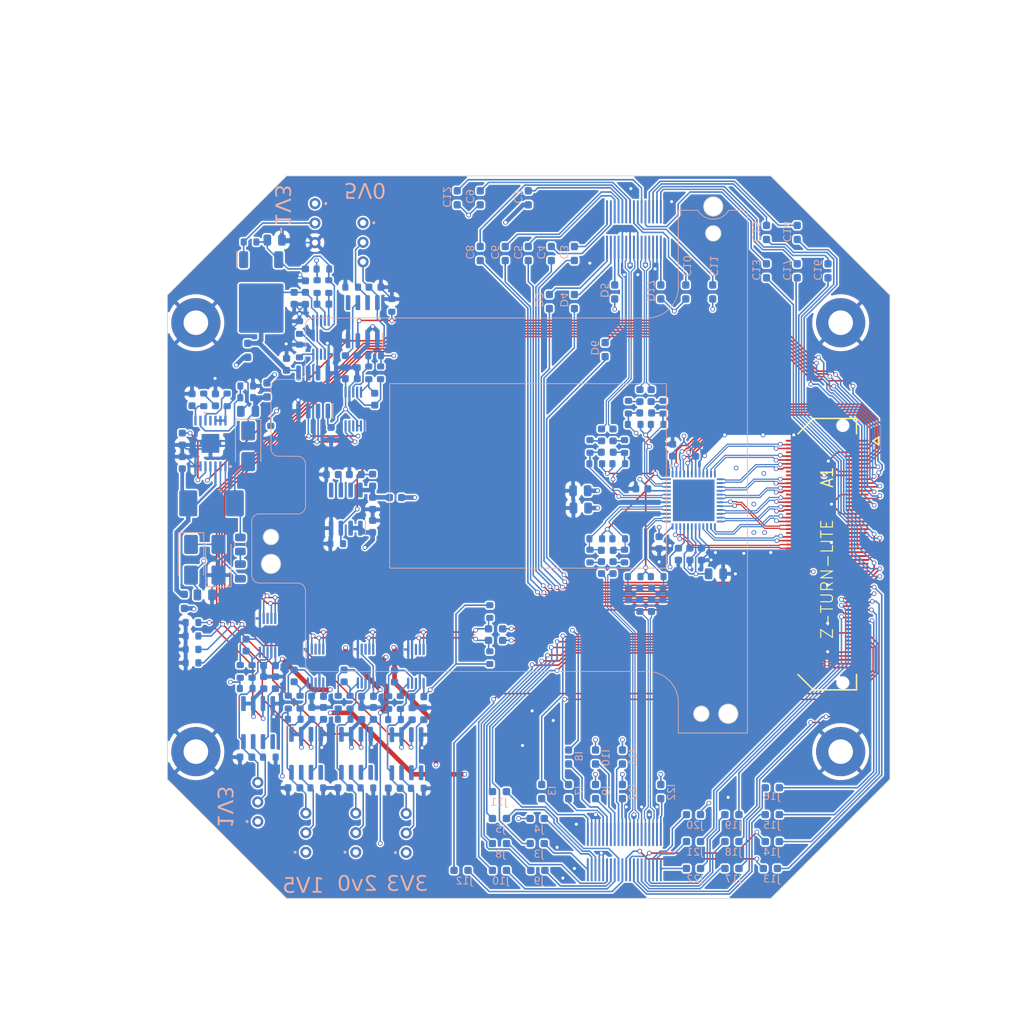
<source format=kicad_pcb>
(kicad_pcb (version 20221018) (generator pcbnew)
  (title_block (title "Axiom Micro Mainboard") (rev "1.0") (company "Apertus"))
  (layers (0 "F.Cu" signal) (1 "In1.Cu" signal) (2 "In2.Cu" signal) (31 "B.Cu" signal) (34 "B.Paste" user) (35 "F.Paste" user) (36 "B.SilkS" user "B.Silkscreen") (37 "F.SilkS" user "F.Silkscreen") (38 "B.Mask" user) (39 "F.Mask" user) (44 "Edge.Cuts" user))
  (net 0 "")
  (net 3 "/ADC/D1A+")
  (net 4 "/ADC/ADC_CSN")
  (net 5 "/ADC/D1A-")
  (net 6 "/ADC/ADC_SDATA")
  (net 7 "GND")
  (net 8 "/ADC/D1B+")
  (net 9 "/ADC/ADC_SCLK")
  (net 10 "/ADC/D1B-")
  (net 11 "/ADC/~{ADC_RESET}")
  (net 12 "/ADC/D2A+")
  (net 13 "/ADC/ADC_PD")
  (net 14 "/ADC/D2A-")
  (net 15 "+2V5")
  (net 16 "/ADC/LCLK+")
  (net 17 "/ADC/LCLK-")
  (net 18 "/ADC/D2B+")
  (net 19 "/ADC/D2B-")
  (net 20 "/ADC/D3A+")
  (net 21 "/ADC/D3A-")
  (net 22 "/ADC/D3B+")
  (net 23 "/ADC/D3B-")
  (net 24 "/ADC/FCLK+")
  (net 25 "/ADC/FCLK-")
  (net 26 "/ADC/D4A+")
  (net 27 "/ADC/D4A-")
  (net 28 "/ADC/D4B+")
  (net 29 "/ADC/D4B-")
  (net 30 "/ADC/CLK+")
  (net 31 "/ADC/CLK-")
  (net 36 "+3V3")
  (net 38 "+5V")
  (net 39 "Net-(U1-Cdelay)")
  (net 40 "Net-(U1-Vout)")
  (net 41 "Net-(U3-Cdelay)")
  (net 42 "Net-(U3-Vout)")
  (net 43 "Net-(U4-Vin+)")
  (net 44 "Net-(U4-Vin-)")
  (net 45 "/ADC/A2-")
  (net 46 "/ADC/A2+")
  (net 47 "/ADC/filter 2/OUT_N")
  (net 48 "/ADC/filter 2/OUT_P")
  (net 49 "Net-(U5-Cdelay)")
  (net 50 "Net-(U5-Vout)")
  (net 51 "Net-(U6-Vin+)")
  (net 52 "Net-(U6-Vin-)")
  (net 53 "/ADC/A1-")
  (net 54 "/ADC/A1+")
  (net 55 "/ADC/filter 1/OUT_N")
  (net 56 "/ADC/filter 1/OUT_P")
  (net 57 "Net-(U7-Cdelay)")
  (net 58 "Net-(U7-Vout)")
  (net 59 "Net-(U8-Vin+)")
  (net 60 "Net-(U8-Vin-)")
  (net 61 "/ADC/A3+")
  (net 62 "/ADC/A3-")
  (net 63 "/ADC/filter 4/OUT_N")
  (net 64 "/ADC/filter 4/OUT_P")
  (net 65 "Net-(U9-Cdelay)")
  (net 66 "Net-(U10-Vbus)")
  (net 67 "Net-(U10-Vin+)")
  (net 68 "Net-(U10-Vin-)")
  (net 69 "Net-(U11-SS)")
  (net 70 "Net-(U11-COMP)")
  (net 71 "Net-(D2-K)")
  (net 72 "Net-(U13-Vin+)")
  (net 73 "Net-(U13-Vin-)")
  (net 74 "Net-(U15-VO)")
  (net 75 "Net-(U16-Vin+)")
  (net 76 "Net-(U16-Vin-)")
  (net 77 "/ADC/A4+")
  (net 78 "Net-(C61-Pad2)")
  (net 79 "/ADC/A4-")
  (net 80 "Net-(C62-Pad2)")
  (net 81 "/ADC/filter 3/OUT_N")
  (net 82 "/ADC/filter 3/OUT_P")
  (net 83 "Net-(D1-A)")
  (net 84 "/Power/sensor 3V3/ADJ")
  (net 85 "/Power/sensor 2V/ADJ")
  (net 86 "/Power/sensor 1V5/ADJ")
  (net 87 "/Power/sensor 1v3/ADJ")
  (net 88 "/Power/sensor 5V/ADJ")
  (net 89 "ADC_1v8")
  (net 90 "Sensor+3V3")
  (net 91 "VCM")
  (net 92 "Sensor+2V")
  (net 93 "Sensor+1V5")
  (net 94 "Sensor+1V3")
  (net 95 "Net-(U11-FREQ)")
  (net 96 "Net-(U11-FB)")
  (net 97 "Sensor+5V")
  (net 98 "Net-(U15-ADJ)")
  (net 99 "Sensor-1V3")
  (net 100 "SCL")
  (net 101 "SDA")
  (net 102 "EN_1V8_ADC")
  (net 104 "EN_SNS_HV")
  (net 107 "EN_SNS_5V")
  (net 110 "EN_SNS_3V3")
  (net 113 "EN_SNS_2V0")
  (net 117 "EN_SNS_1V5")
  (net 126 "/Power/-6V")
  (net 127 "/Power/+6V")
  (net 128 "Net-(C39-Pad1)")
  (net 129 "Net-(C37-Pad1)")
  (net 130 "Net-(C28-Pad2)")
  (net 131 "Net-(C27-Pad2)")
  (net 132 "Net-(C20-Pad2)")
  (net 133 "Net-(C19-Pad2)")
  (net 134 "Net-(C12-Pad2)")
  (net 135 "Net-(C11-Pad2)")
  (net 136 "/Power/negative 1v3/SCL_INT")
  (net 137 "/Power/negative 1v3/SDA_INT")
  (net 138 "EN_SNS_1V3")
  (net 149 "Net-(U1-ADJ)")
  (net 150 "/digital/SDATA")
  (net 151 "/digital/LINE0")
  (net 152 "/digital/SCLK")
  (net 153 "/digital/LINE1")
  (net 154 "/digital/SCS")
  (net 155 "/digital/ZERO0")
  (net 156 "/digital/LINE2")
  (net 157 "/digital/ZERO1")
  (net 158 "/digital/LINE3")
  (net 159 "/digital/ZERO2")
  (net 160 "/digital/LINE_EXP")
  (net 161 "/digital/LINE5")
  (net 162 "/digital/ZERO3")
  (net 163 "/digital/LINE6")
  (net 164 "/digital/ZERO4")
  (net 165 "/digital/LINE7")
  (net 166 "/digital/ZERO5")
  (net 167 "/digital/LINE8")
  (net 168 "/digital/ZERO6")
  (net 169 "/digital/LINE9")
  (net 170 "/digital/ZERO7")
  (net 171 "/digital/LINE10")
  (net 172 "/digital/START0")
  (net 173 "/digital/LINE11")
  (net 174 "/digital/START1")
  (net 175 "/digital/LINE_RST")
  (net 176 "/digital/START2")
  (net 177 "/digital/PXCLK_TOP")
  (net 178 "/digital/START3")
  (net 179 "/digital/PXCLK_BOT")
  (net 180 "/digital/START4")
  (net 181 "/digital/FRAME_RST")
  (net 182 "Net-(A2B-line-PadC3)")
  (net 183 "Net-(A2B-zero-PadC4)")
  (net 184 "Net-(A2B-frame_rst)")
  (net 185 "Net-(A2B-line-PadC6)")
  (net 186 "Net-(A2B-zero-PadC8)")
  (net 187 "Net-(A2A--1V3-PadC9)")
  (net 188 "Net-(A2A-1V3-PadC10)")
  (net 189 "Net-(A2A-5V-PadC11)")
  (net 190 "Net-(A2A--1V3-PadC12)")
  (net 191 "Net-(A2B-zero-PadC13)")
  (net 192 "Net-(A2B-SDATA)")
  (net 193 "Net-(A2B-SCLK)")
  (net 194 "Net-(A2B-SCS)")
  (net 195 "Net-(A2B-line-PadC17)")
  (net 196 "Net-(A2B-zero-PadD3)")
  (net 197 "Net-(A2B-zero-PadD4)")
  (net 198 "Net-(A2A-5V-PadD5)")
  (net 199 "Net-(A2B-PXCLK_TOP)")
  (net 200 "Net-(A2A-1V3-PadD17)")
  (net 201 "Net-(A2B-startup-PadI3)")
  (net 202 "Net-(A2B-startup-PadI7)")
  (net 203 "Net-(A2B-startup-PadI8)")
  (net 204 "Net-(A2A-2V0)")
  (net 205 "Net-(A2A-1V3-PadI10)")
  (net 206 "Net-(A2A-5V-PadI11)")
  (net 207 "Net-(A2A-5V-PadI12)")
  (net 208 "Net-(A2A-1V5)")
  (net 209 "Net-(A2B-zero-PadJ3)")
  (net 210 "Net-(A2A-5V-PadJ4)")
  (net 211 "Net-(A2B-PXCLK_BOT)")
  (net 212 "Net-(A2B-line-PadJ8)")
  (net 213 "Net-(A2B-line_exp)")
  (net 214 "Net-(A2B-line-PadJ10)")
  (net 215 "Net-(A2B-line-PadJ11)")
  (net 216 "Net-(A2B-line-PadJ12)")
  (net 217 "Net-(A2B-startup-PadJ13)")
  (net 218 "Net-(A2B-zero-PadJ14)")
  (net 219 "Net-(A2B-line-PadJ15)")
  (net 220 "Net-(A2B-line-PadJ16)")
  (net 221 "Net-(A2B-line-PadJ17)")
  (net 222 "Net-(A2B-line-PadJ18)")
  (net 223 "Net-(A2B-startup-PadJ19)")
  (net 224 "Net-(A2B-line_reset)")
  (net 225 "Net-(A2B-zero-PadJ22)")
  (net 226 "Net-(A2A-3V3-PadC7)")
  (net 227 "Net-(A2A-3V3-PadJ20)")
  (net 230 "Net-(A1C-IO_B34_LP20)")
  (net 231 "Net-(A1C-IO_B34_LN20)")
  (net 232 "/Power/5v reg/Vin")
  (net 233 "/Power/5v reg/Vout-")
  (net 234 "/Power/5v reg/Vout+")
  (net 236 "Net-(U12-Vout)")
  (net 237 "Net-(U12-Cdelay)")
  (footprint "custom_parts:CONN_BTH-060-XX-X-D-LC" (layer "F.Cu") (at 182.15 100.11 -90)
    (fp_text reference "A1")
    (fp_text value "Z-TURN-LITE")
  )
  (footprint "MountingHole:MountingHole_3.2mm_M3_Pad" (layer "F.Cu") (at 183.9 70)
    (fp_text reference "H2" hide)
    (fp_text value "MountingHole_Pad")
  )
  (footprint "MountingHole:MountingHole_3.2mm_M3_Pad" (layer "F.Cu") (at 183.9 125.8)
    (fp_text reference "H4" hide)
    (fp_text value "MountingHole_Pad")
  )
  (footprint "MountingHole:MountingHole_3.2mm_M3_Pad" (layer "F.Cu") (at 100 125.8)
    (fp_text reference "H3" hide)
    (fp_text value "MountingHole_Pad")
  )
  (footprint "MountingHole:MountingHole_3.2mm_M3_Pad" (layer "F.Cu") (at 100 70)
    (fp_text reference "H1" hide)
    (fp_text value "MountingHole_Pad")
  )
  (footprint "Resistor_SMD:R_0603_1608Metric" (layer "B.Cu") (at 113.488 70.633 -90)
    (fp_text reference "R54" hide)
    (fp_text value "4k7")
  )
  (footprint "Capacitor_SMD:C_0603_1608Metric" (layer "B.Cu") (at 119.258 130.515 180)
    (fp_text reference "C16" hide)
    (fp_text value "1u")
  )
  (footprint "Capacitor_SMD:C_0603_1608Metric" (layer "B.Cu") (at 98.23 85.131 -90)
    (fp_text reference "C36" hide)
    (fp_text value "0.1u")
  )
  (footprint "Resistor_SMD:R_0603_1608Metric_Pad0.98x0.95mm_HandSolder" (layer "B.Cu") (at 174.75 141 180)
    (fp_text reference "R77" hide)
    (fp_text value "220")
  )
  (footprint "Potentiometer_THT:Potentiometer_Bourns_3296W_Vertical" (layer "B.Cu") (at 115.5 54.5 90)
    (fp_text reference "RV7" hide)
    (fp_text value "100k")
  )
  (footprint "Resistor_SMD:R_0603_1608Metric" (layer "B.Cu") (at 160.0295 83.236501 180)
    (fp_text reference "R25" hide)
    (fp_text value "1k")
  )
  (footprint "Resistor_SMD:R_0603_1608Metric_Pad0.98x0.95mm_HandSolder" (layer "B.Cu") (at 178.25 63.25 90)
    (fp_text reference "R84" hide)
    (fp_text value "220")
  )
  (footprint "Capacitor_SMD:C_0805_2012Metric" (layer "B.Cu") (at 110.25 59.25)
    (fp_text reference "C48" hide)
    (fp_text value "10u")
  )
  (footprint "Resistor_SMD:R_0603_1608Metric" (layer "B.Cu") (at 120.275001 65.375248 180)
    (fp_text reference "R6" hide)
    (fp_text value "6k8")
  )
  (footprint "Resistor_SMD:R_0603_1608Metric" (layer "B.Cu") (at 101.024 80.038 90)
    (fp_text reference "R40" hide)
    (fp_text value "2.55k")
  )
  (footprint "Resistor_SMD:R_0603_1608Metric_Pad0.98x0.95mm_HandSolder" (layer "B.Cu") (at 145 131 -90)
    (fp_text reference "R74" hide)
    (fp_text value "220")
  )
  (footprint "Capacitor_SMD:C_0603_1608Metric" (layer "B.Cu") (at 158.0295 91.611501 180)
    (fp_text reference "C56" hide)
    (fp_text value "0.1u")
  )
  (footprint "Resistor_SMD:R_0603_1608Metric" (layer "B.Cu") (at 126.615001 119.410248 -90)
    (fp_text reference "R13" hide)
    (fp_text value "10")
  )
  (footprint "Capacitor_SMD:C_0603_1608Metric" (layer "B.Cu") (at 165.0295 86.611501 90)
    (fp_text reference "C64" hide)
    (fp_text value "0.1u")
  )
  (footprint "Resistor_SMD:R_0603_1608Metric_Pad0.98x0.95mm_HandSolder" (layer "B.Cu") (at 144.4125 137.75)
    (fp_text reference "R71" hide)
    (fp_text value "220")
  )
  (footprint "Resistor_SMD:R_0603_1608Metric_Pad0.98x0.95mm_HandSolder" (layer "B.Cu") (at 139.5 131)
    (fp_text reference "R88" hide)
    (fp_text value "220")
  )
  (footprint "Package_SO:VSSOP-10_3x3mm_P0.5mm" (layer "B.Cu") (at 128.634 114.711248 -90)
    (fp_text reference "U4" hide)
    (fp_text value "INA226")
  )
  (footprint "Resistor_SMD:R_0603_1608Metric_Pad0.98x0.95mm_HandSolder" (layer "B.Cu") (at 175 130.5 180)
    (fp_text reference "R91" hide)
    (fp_text value "220")
  )
  (footprint "Potentiometer_THT:Potentiometer_Bourns_3296W_Vertical" (layer "B.Cu") (at 120.808 138.890248 -90)
    (fp_text reference "RV3" hide)
    (fp_text value "100k")
  )
  (footprint "Package_TO_SOT_SMD:TO-252-2" (layer "B.Cu") (at 108.500001 66.84 -90)
    (fp_text reference "U15" hide)
    (fp_text value "LM337_TO252")
  )
  (footprint "Resistor_SMD:R_0603_1608Metric_Pad0.98x0.95mm_HandSolder" (layer "B.Cu") (at 109.25 78.75 90)
    (fp_text reference "R109" hide)
    (fp_text value "0")
  )
  (footprint "Capacitor_SMD:C_0603_1608Metric" (layer "B.Cu") (at 114.25 63.775 -90)
    (fp_text reference "C49" hide)
    (fp_text value "1u")
  )
  (footprint "Potentiometer_THT:Potentiometer_Bourns_3296W_Vertical" (layer "B.Cu") (at 114.308 138.890248 -90)
    (fp_text reference "RV4" hide)
    (fp_text value "100k")
  )
  (footprint "Resistor_SMD:R_0603_1608Metric" (layer "B.Cu") (at 155.0295 98.111501 180)
    (fp_text reference "R57" hide)
    (fp_text value "1k")
  )
  (footprint "Resistor_SMD:R_0603_1608Metric" (layer "B.Cu") (at 152.0295 88.349002 180)
    (fp_text reference "R18" hide)
    (fp_text value "1k")
  )
  (footprint "Capacitor_SMD:C_0603_1608Metric" (layer "B.Cu") (at 99.5 80.025 90)
    (fp_text reference "C38" hide)
    (fp_text value "100p")
  )
  (footprint "Package_SO:VSSOP-10_3x3mm_P0.5mm" (layer "B.Cu") (at 120.48 81.222 90)
    (fp_text reference "U13" hide)
    (fp_text value "INA226")
  )
  (footprint "Resistor_SMD:R_0603_1608Metric" (layer "B.Cu") (at 109.556 126.515)
    (fp_text reference "R5" hide)
    (fp_text value "22k")
  )
  (footprint "Resistor_SMD:R_0603_1608Metric" (layer "B.Cu") (at 106.612 79.752 180)
    (fp_text reference "R42" hide)
    (fp_text value "39k")
  )
  (footprint "Resistor_SMD:R_0603_1608Metric_Pad0.98x0.95mm_HandSolder" (layer "B.Cu") (at 139 111.325)
    (fp_text reference "R98" hide)
    (fp_text value "0")
  )
  (footprint "Capacitor_SMD:C_0603_1608Metric" (layer "B.Cu") (at 123.107 120.827248 -90)
    (fp_text reference "C15" hide)
    (fp_text value "0.1u")
  )
  (footprint "Capacitor_SMD:C_0603_1608Metric" (layer "B.Cu") (at 153.5295 86.849002 180)
    (fp_text reference "C13" hide)
    (fp_text value "22pF")
  )
  (footprint "Resistor_SMD:R_0603_1608Metric" (layer "B.Cu") (at 120.059001 119.367248 -90)
    (fp_text reference "R21" hide)
    (fp_text value "10")
  )
  (footprint "Capacitor_SMD:C_0603_1608Metric" (layer "B.Cu") (at 123.300001 65.375248)
    (fp_text reference "C44" hide)
    (fp_text value "1u")
  )
  (footprint "Capacitor_SMD:C_0603_1608Metric" (layer "B.Cu") (at 165.7795 100.111501 -90)
    (fp_text reference "C60" hide)
    (fp_text value "0.1u")
  )
  (footprint "Resistor_SMD:R_0603_1608Metric" (layer "B.Cu") (at 123.261 74.301)
    (fp_text reference "R45" hide)
    (fp_text value "10m")
  )
  (footprint "Resistor_SMD:R_0603_1608Metric" (layer "B.Cu") (at 122.499 76.523 90)
    (fp_text reference "R46" hide)
    (fp_text value "10")
  )
  (footprint "Resistor_SMD:R_0603_1608Metric" (layer "B.Cu") (at 160.0295 103.035458 180)
    (fp_text reference "R33" hide)
    (fp_text value "1k")
  )
  (footprint "custom_parts:PWP14" (layer "B.Cu") (at 101.897989 85.7022 90)
    (fp_text reference "U11" hide)
    (fp_text value "TPS55340PWPR")
  )
  (footprint "Resistor_SMD:R_0603_1608Metric" (layer "B.Cu") (at 119.297001 121.589248 180)
    (fp_text reference "R20" hide)
    (fp_text value "10m")
  )
  (footprint "Resistor_SMD:R_0603_1608Metric_Pad0.98x0.95mm_HandSolder" (layer "B.Cu") (at 152 126.5 -90)
    (fp_text reference "R48" hide)
    (fp_text value "0")
  )
  (footprint "Capacitor_SMD:C_0603_1608Metric" (layer "B.Cu") (at 162.0295 86.586501 90)
    (fp_text reference "C54" hide)
    (fp_text value "0.1u")
  )
  (footprint "Resistor_SMD:R_0603_1608Metric" (layer "B.Cu") (at 118.325 98.75 180)
    (fp_text reference "R107" hide)
    (fp_text value "4k7")
  )
  (footprint "Resistor_SMD:R_0603_1608Metric_Pad0.98x0.95mm_HandSolder" (layer "B.Cu") (at 152 131 -90)
    (fp_text reference "R62" hide)
    (fp_text value "0")
  )
  (footprint "Resistor_SMD:R_0603_1608Metric" (layer "B.Cu") (at 125.078001 119.410248 90)
    (fp_text reference "R14" hide)
    (fp_text value "10")
  )
  (footprint "Capacitor_SMD:C_0603_1608Metric" (layer "B.Cu") (at 119.284001 115.938248 90)
    (fp_text reference "C17" hide)
    (fp_text value "0.1u")
  )
  (footprint "Resistor_SMD:R_0603_1608Metric" (layer "B.Cu") (at 107.309 115.367248 -90)
    (fp_text reference "R37" hide)
    (fp_text value "10")
  )
  (footprint "Capacitor_SMD:C_0805_2012Metric" (layer "B.Cu") (at 150.0295 91.861501 180)
    (fp_text reference "C52" hide)
    (fp_text value "10u")
  )
  (footprint "Capacitor_SMD:C_0603_1608Metric" (layer "B.Cu") (at 125.814 130.558 180)
    (fp_text reference "C8" hide)
    (fp_text value "1u")
  )
  (footprint "Resistor_SMD:R_0603_1608Metric_Pad0.98x0.95mm_HandSolder" (layer "B.Cu") (at 139.5 137.75)
    (fp_text reference "R85" hide)
    (fp_text value "220")
  )
  (footprint "Capacitor_SMD:C_0603_1608Metric" (layer "B.Cu") (at 112.758 130.515 180)
    (fp_text reference "C24" hide)
    (fp_text value "1u")
  )
  (footprint "Resistor_SMD:R_0603_1608Metric" (layer "B.Cu") (at 138.25 113.575 90)
    (fp_text reference "R99" hide)
    (fp_text value "4k7")
  )
  (footprint "Resistor_SMD:R_0603_1608Metric" (layer "B.Cu") (at 107.050001 59.5)
    (fp_text reference "R49" hide)
    (fp_text value "47k")
  )
  (footprint "Resistor_SMD:R_0603_1608Metric_Pad0.98x0.95mm_HandSolder" (layer "B.Cu") (at 98.5 106.25 90)
    (fp_text reference "R110" hide)
    (fp_text value "0")
  )
  (footprint "Resistor_SMD:R_0603_1608Metric_Pad0.98x0.95mm_HandSolder" (layer "B.Cu") (at 182.25 63.25 90)
    (fp_text reference "R65" hide)
    (fp_text value "220")
  )
  (footprint "Capacitor_SMD:C_0603_1608Metric" (layer "B.Cu") (at 128.888 118.648248 180)
    (fp_text reference "C10" hide)
    (fp_text value "0.1u")
  )
  (footprint "Package_SO:SOIC-8_3.9x4.9mm_P1.27mm" (layer "B.Cu") (at 127.401 126.068 -90)
    (fp_text reference "U3" hide)
    (fp_text value "MCP1727-ADJxSN")
  )
  (footprint "Resistor_SMD:R_0603_1608Metric" (layer "B.Cu") (at 105.772 115.367248 90)
    (fp_text reference "R38" hide)
    (fp_text value "10")
  )
  (footprint "Resistor_SMD:R_0603_1608Metric" (layer "B.Cu") (at 106.547 117.589248 180)
    (fp_text reference "R36" hide)
    (fp_text value "10m")
  )
  (footprint "Capacitor_SMD:C_0603_1608Metric" (layer "B.Cu") (at 158.5295 104.535458 180)
    (fp_text reference "C29" hide)
    (fp_text value "22pF")
  )
  (footprint "Resistor_SMD:R_0603_1608Metric_Pad0.98x0.95mm_HandSolder" (layer "B.Cu") (at 169.75 137.5 180)
    (fp_text reference "R93" hide)
    (fp_text value "220")
  )
  (footprint "custom_parts:2d5_flat" (layer "B.Cu") (at 143.225 89.9 180)
    (fp_text reference "A2" hide)
    (fp_text value "~" hide)
    (fp_circle (center -26.046322 -30.975889) (end -26.046322 -29.725889) (stroke (width 0.1)) (fill none) (layer "Edge.Cuts"))
    (fp_circle (center -24.096322 31.524111) (end -23.096322 31.524111) (stroke (width 0.1)) (fill none) (layer "Edge.Cuts"))
    (fp_circle (center -24.096322 35.024111) (end -22.846322 35.024111) (stroke (width 0.1)) (fill none) (layer "Edge.Cuts"))
    (fp_circle (center -22.546322 -30.975889) (end -22.546322 -29.975889) (stroke (width 0.1)) (fill none) (layer "Edge.Cuts"))
    (fp_circle (center 33.453678 -11.475889) (end 32.203678 -11.475889) (stroke (width 0.1)) (fill none) (layer "Edge.Cuts"))
    (fp_circle (center 33.453678 -7.975889) (end 32.453678 -7.975889) (stroke (width 0.1)) (fill none) (layer "Edge.Cuts"))
  )
  (footprint "Resistor_SMD:R_0603_1608Metric" (layer "B.Cu") (at 124.036001 76.523 -90)
    (fp_text reference "R47" hide)
    (fp_text value "10")
  )
  (footprint "Resistor_SMD:R_0603_1608Metric" (layer "B.Cu") (at 99.5 110.75 180)
    (fp_text reference "R103" hide)
    (fp_text value "4k7")
  )
  (footprint "Resistor_SMD:R_0603_1608Metric" (layer "B.Cu") (at 156.2795 105.285458 90)
    (fp_text reference "R32" hide)
    (fp_text value "22")
  )
  (footprint "Resistor_SMD:R_0603_1608Metric" (layer "B.Cu") (at 106.612 78.228)
    (fp_text reference "R43" hide)
    (fp_text value "10k")
  )
  (footprint "Resistor_SMD:R_0603_1608Metric" (layer "B.Cu") (at 152.0295 98.111501 180)
    (fp_text reference "R58" hide)
    (fp_text value "1k")
  )
  (footprint "Capacitor_SMD:C_0805_2012Metric" (layer "B.Cu") (at 105.787 102.358 -90)
    (fp_text reference "C39" hide)
    (fp_text value "10u")
  )
  (footprint "Capacitor_SMD:C_0603_1608Metric" (layer "B.Cu") (at 102.548 80.038 90)
    (fp_text reference "C37" hide)
    (fp_text value "0.1u")
  )
  (footprint "Resistor_SMD:R_0603_1608Metric_Pad0.98x0.95mm_HandSolder" (layer "B.Cu") (at 164.75 137.5 180)
    (fp_text reference "R94" hide)
    (fp_text value "220")
  )
  (footprint "Capacitor_SMD:C_0603_1608Metric" (layer "B.Cu") (at 110.357 116.827248 -90)
    (fp_text reference "C31" hide)
    (fp_text value "0.1u")
  )
  (footprint "Resistor_SMD:R_0603_1608Metric" (layer "B.Cu") (at 155.7795 100.3615 90)
    (fp_text reference "R55" hide)
    (fp_text value "22")
  )
  (footprint "Resistor_SMD:R_0603_1608Metric_Pad0.98x0.95mm_HandSolder" (layer "B.Cu") (at 139.5 141.25)
    (fp_text reference "R87" hide)
    (fp_text value "220")
  )
  (footprint "Resistor_SMD:R_0603_1608Metric_Pad0.98x0.95mm_HandSolder" (layer "B.Cu") (at 137 61 90)
    (fp_text reference "R67" hide)
    (fp_text value "220")
  )
  (footprint "Resistor_SMD:R_0603_1608Metric_Pad0.98x0.95mm_HandSolder" (layer "B.Cu") (at 134.5 141.25)
    (fp_text reference "R89" hide)
    (fp_text value "220")
  )
  (footprint "Resistor_SMD:R_0805_2012Metric" (layer "B.Cu") (at 105.787 98.85 -90)
    (fp_text reference "R41" hide)
    (fp_text value "1R")
  )
  (footprint "Capacitor_SMD:C_0603_1608Metric" (layer "B.Cu") (at 158.5295 81.736501 180)
    (fp_text reference "C21" hide)
    (fp_text value "22pF")
  )
  (footprint "Capacitor_SMD:C_0603_1608Metric" (layer "B.Cu") (at 120.226 77.285001)
    (fp_text reference "C46" hide)
    (fp_text value "0.1u")
  )
  (footprint "Capacitor_SMD:C_0603_1608Metric" (layer "B.Cu") (at 159.2795 106.785458 90)
    (fp_text reference "C27" hide)
    (fp_text value "100n")
  )
  (footprint "Potentiometer_THT:Potentiometer_Bourns_3296W_Vertical" (layer "B.Cu") (at 108.058 134.890248 -90)
    (fp_text reference "RV5" hide)
    (fp_text value "100k")
  )
  (footprint "Resistor_SMD:R_0603_1608Metric_Pad0.98x0.95mm_HandSolder" (layer "B.Cu") (at 139 109.825)
    (fp_text reference "R97" hide)
    (fp_text value "0")
  )
  (footprint "Capacitor_SMD:C_0603_1608Metric" (layer "B.Cu") (at 154.2795 101.861501 90)
    (fp_text reference "C61" hide)
    (fp_text value "100n")
  )
  (footprint "Capacitor_SMD:C_0603_1608Metric" (layer "B.Cu") (at 116.536 67.585 180)
    (fp_text reference "C50" hide)
    (fp_text value "0.1u")
  )
  (footprint "Resistor_SMD:R_0603_1608Metric" (layer "B.Cu") (at 99.5 114.25 180)
    (fp_text reference "R101" hide)
    (fp_text value "4k7")
  )
  (footprint "Resistor_SMD:R_0603_1608Metric" (layer "B.Cu") (at 155.0295 88.349002 180)
    (fp_text reference "R17" hide)
    (fp_text value "1k")
  )
  (footprint "Capacitor_SMD:C_0603_1608Metric" (layer "B.Cu") (at 109.582 114.605248 180)
    (fp_text reference "C34" hide)
    (fp_text value "0.1u")
  )
  (footprint "Resistor_SMD:R_0603_1608Metric_Pad0.98x0.95mm_HandSolder" (layer "B.Cu") (at 146.25 61 90)
    (fp_text reference "R68" hide)
    (fp_text value "220")
  )
  (footprint "Resistor_SMD:R_0603_1608Metric" (layer "B.Cu") (at 157.0295 83.236501 180)
    (fp_text reference "R26" hide)
    (fp_text value "1k")
  )
  (footprint "Capacitor_SMD:C_0603_1608Metric" (layer "B.Cu") (at 164.2795 100.111501 -90)
    (fp_text reference "C59" hide)
    (fp_text value "0.1u")
  )
  (footprint "Resistor_SMD:R_0603_1608Metric" (layer "B.Cu") (at 113.488 73.681 -90)
    (fp_text reference "R53" hide)
    (fp_text value "4k7")
  )
  (footprint "Resistor_SMD:R_0603_1608Metric" (layer "B.Cu") (at 156.2795 80.986501 -90)
    (fp_text reference "R24" hide)
    (fp_text value "22")
  )
  (footprint "Capacitor_SMD:C_0603_1608Metric" (layer "B.Cu") (at 106.534 111.938248 90)
    (fp_text reference "C33" hide)
    (fp_text value "0.1u")
  )
  (footprint "Package_SO:SOIC-8_3.9x4.9mm_P1.27mm" (layer "B.Cu") (at 121.713001 69.865249 90)
    (fp_text reference "U12" hide)
    (fp_text value "MCP1727-ADJxSN")
  )
  (footprint "Resistor_SMD:R_0603_1608Metric" (layer "B.Cu") (at 128.814 130.568)
    (fp_text reference "R2" hide)
    (fp_text value "10k")
  )
  (footprint "Package_SO:SOIC-8_3.9x4.9mm_P1.27mm" (layer "B.Cu") (at 108.095 122.025 -90)
    (fp_text reference "U9" hide)
    (fp_text value "MCP1727-ADJxSN")
  )
  (footprint "Resistor_SMD:R_0603_1608Metric_Pad0.98x0.95mm_HandSolder" (layer "B.Cu") (at 149.25 61 90)
    (fp_text reference "R81" hide)
    (fp_text value "220")
  )
  (footprint "Diode_SMD:D_SMA" (layer "B.Cu") (at 106.803 86.07 -90)
    (fp_text reference "D1" hide)
    (fp_text value "D_Schottky")
  )
  (footprint "Resistor_SMD:R_0603_1608Metric_Pad0.98x0.95mm_HandSolder" (layer "B.Cu") (at 175 134 180)
    (fp_text reference "R90" hide)
    (fp_text value "220")
  )
  (footprint "Capacitor_SMD:C_0805_2012Metric" (layer "B.Cu") (at 150.0795 94.111501 180)
    (fp_text reference "C53" hide)
    (fp_text value "10u")
  )
  (footprint "Capacitor_SMD:C_0603_1608Metric" (layer "B.Cu") (at 128.139 120.870248 90)
    (fp_text reference "C6" hide)
    (fp_text value "1u")
  )
  (footprint "Resistor_SMD:R_0603_1608Metric_Pad0.98x0.95mm_HandSolder" (layer "B.Cu") (at 143.25 61 90)
    (fp_text reference "R82" hide)
    (fp_text value "220")
  )
  (footprint "Capacitor_SMD:C_0603_1608Metric" (layer "B.Cu") (at 159.2435 79.486501 -90)
    (fp_text reference "C19" hide)
    (fp_text value "100n")
  )
  (footprint "Diode_SMD:D_SMA" (layer "B.Cu") (at 99.371 100.834 -90)
    (fp_text reference "D2" hide)
    (fp_text value "D_Schottky")
  )
  (footprint "Resistor_SMD:R_0603_1608Metric" (layer "B.Cu") (at 138.25 107.575 -90)
    (fp_text reference "R100" hide)
    (fp_text value "4k7")
  )
  (footprint "Resistor_SMD:R_0603_1608Metric_Pad0.98x0.95mm_HandSolder" (layer "B.Cu") (at 146 67.25 90)
    (fp_text reference "R69" hide)
    (fp_text value "220")
  )
  (footprint "Resistor_SMD:R_0603_1608Metric" (layer "B.Cu") (at 112.022001 119.367248 90)
    (fp_text reference "R30" hide)
    (fp_text value "10")
  )
  (footprint "Capacitor_SMD:C_0603_1608Metric" (layer "B.Cu") (at 157.779501 106.785458 90)
    (fp_text reference "C28" hide)
    (fp_text value "100n")
  )
  (footprint "Resistor_SMD:R_0603_1608Metric" (layer "B.Cu") (at 151.2795 100.361501 90)
    (fp_text reference "R56" hide)
    (fp_text value "22")
  )
  (footprint "Capacitor_SMD:C_0603_1608Metric" (layer "B.Cu") (at 152.779501 101.861501 90)
    (fp_text reference "C62" hide)
    (fp_text value "100n")
  )
  (footprint "Capacitor_SMD:C_0603_1608Metric" (layer "B.Cu") (at 117.6 84.4 -90)
    (fp_text reference "C65" hide)
    (fp_text value "0.1u")
  )
  (footprint "Resistor_SMD:R_0603_1608Metric" (layer "B.Cu") (at 118.522001 119.367248 90)
    (fp_text reference "R22" hide)
    (fp_text value "10")
  )
  (footprint "custom_parts:QFN_48_ADI" (layer "B.Cu") (at 164.7795 93.111501 -90)
    (fp_text reference "U18" hide)
    (fp_text value "HMCAD1511")
  )
  (footprint "Resistor_SMD:R_0603_1608Metric" (layer "B.Cu") (at 155.7795 86.099003 -90)
    (fp_text reference "R15" hide)
    (fp_text value "22")
  )
  (footprint "Resistor_SMD:R_0603_1608Metric_Pad0.98x0.95mm_HandSolder" (layer "B.Cu") (at 167.25 66 90)
    (fp_text reference "R10" hide)
    (fp_text value "0")
  )
  (footprint "Diode_SMD:D_SMA" (layer "B.Cu") (at 102.927 100.834 90)
    (fp_text reference "D3" hide)
    (fp_text value "D_Schottky")
  )
  (footprint "Resistor_SMD:R_0603_1608Metric_Pad0.98x0.95mm_HandSolder" (layer "B.Cu") (at 174.25 58.25 90)
    (fp_text reference "R64" hide)
    (fp_text value "220")
  )
  (footprint "Resistor_SMD:R_0603_1608Metric_Pad0.98x0.95mm_HandSolder" (layer "B.Cu") (at 174.25 63.25 90)
    (fp_text reference "R66" hide)
    (fp_text value "220")
  )
  (footprint "Capacitor_SMD:C_0603_1608Metric" (layer "B.Cu") (at 106.508 126.515 180)
    (fp_text reference "C32" hide)
    (fp_text value "1u")
  )
  (footprint "Resistor_SMD:R_0603_1608Metric_Pad0.98x0.95mm_HandSolder" (layer "B.Cu") (at 155.5 126.5 -90)
    (fp_text reference "R19" hide)
    (fp_text value "0")
  )
  (footprint "Capacitor_SMD:C_0603_1608Metric" (layer "B.Cu") (at 98.23 88.205 90)
    (fp_text reference "C35" hide)
    (fp_text value "1u")
  )
  (footprint "Resistor_SMD:R_0603_1608Metric" (layer "B.Cu") (at 113.559001 119.367248 -90)
    (fp_text reference "R29" hide)
    (fp_text value "10")
  )
  (footprint "Package_SO:VSSOP-10_3x3mm_P0.5mm" (layer "B.Cu") (at 116.282 71.903 90)
    (fp_text reference "U16" hide)
    (fp_text value "INA226")
  )
  (footprint "Package_SO:VSSOP-10_3x3mm_P0.5mm" (layer "B.Cu") (at 109.328 110.668248 -90)
    (fp_text reference "U10" hide)
    (fp_text value "INA226")
  )
  (footprint "Resistor_SMD:R_0603_1608Metric" (layer "B.Cu") (at 125.5 67.75 90)
    (fp_text reference "R105" hide)
    (fp_text value "4k7")
  )
  (footprint "Resistor_SMD:R_0603_1608Metric_Pad0.98x0.95mm_HandSolder" (layer "B.Cu") (at 134 53.75 90)
    (fp_text reference "R60" hide)
    (fp_text value "0")
  )
  (footprint "Package_SO:SOIC-8_3.9x4.9mm_P1.27mm" (layer "B.Cu") (at 120.845 126.025 -90)
    (fp_text reference "U5" hide)
    (fp_text value "MCP1727-ADJxSN")
  )
  (footprint "Potentiometer_THT:Potentiometer_Bourns_3296W_Vertical" (layer "B.Cu") (at 127.364 138.933248 -90)
    (fp_text reference "RV2" hide)
    (fp_text value "100k")
  )
  (footprint "Resistor_SMD:R_0603_1608Metric" (layer "B.Cu") (at 112.797001 121.589248 180)
    (fp_text reference "R28" hide)
    (fp_text value "10m")
  )
  (footprint "Capacitor_SMD:C_0603_1608Metric" (layer "B.Cu") (at 123 93.5 -90)
    (fp_text reference "C3" hide)
    (fp_text value "1u")
  )
  (footprint "Resistor_SMD:R_0603_1608Metric" (layer "B.Cu") (at 115.737 130.521)
    (fp_text reference "R4" hide)
    (fp_text value "22k")
  )
  (footprint "Resistor_SMD:R_0603_1608Metric" (layer "B.Cu") (at 151.2795 86.091002 -90)
    (fp_text reference "R16" hide)
    (fp_text value "22")
  )
  (footprint "Capacitor_SMD:C_0603_1608Metric" (layer "B.Cu") (at 123.274 79.952 -90)
    (fp_text reference "C45" hide)
    (fp_text value "0.1u")
  )
  (footprint "Resistor_SMD:R_0603_1608Metric_Pad0.98x0.95mm_HandSolder" (layer "B.Cu") (at 164.75 134 180)
    (fp_text reference "R96" hide)
    (fp_text value "0")
  )
  (footprint "Capacitor_SMD:C_0603_1608Metric" (layer "B.Cu") (at 154.2795 84.599002 -90)
    (fp_text reference "C11" hide)
    (fp_text value "100n")
  )
  (footprint "Capacitor_SMD:C_0603_1608Metric" (layer "B.Cu") (at 121.583 120.827248 90)
    (fp_text reference "C14" hide)
    (fp_text value "1u")
  )
  (footprint "Resistor_SMD:R_0603_1608Metric_Pad0.98x0.95mm_HandSolder" (layer "B.Cu") (at 143.25 53.75 90)
    (fp_text reference "R95" hide)
    (fp_text value "0")
  )
  (footprint "Resistor_SMD:R_0603_1608Metric_Pad0.98x0.95mm_HandSolder" (layer "B.Cu") (at 148.5 131 -90)
    (fp_text reference "R75" hide)
    (fp_text value "220")
  )
  (footprint "Inductor_SMD:L_Abracon_ASPI-0630LR" (layer "B.Cu") (at 102.04 93.5)
    (fp_text reference "L1" hide)
    (fp_text value "10u")
  )
  (footprint "Resistor_SMD:R_0603_1608Metric_Pad0.98x0.95mm_HandSolder" (layer "B.Cu") (at 163.75 66 90)
    (fp_text reference "R35" hide)
    (fp_text value "0")
  )
  (footprint "Capacitor_SMD:C_0603_1608Metric" (layer "B.Cu") (at 123 96.5 90)
    (fp_text reference "C1" hide)
    (fp_text value "1u")
  )
  (footprint "Resistor_SMD:R_0603_1608Metric_Pad0.98x0.95mm_HandSolder" (layer "B.Cu") (at 169.75 134 180)
    (fp_text reference "R78" hide)
    (fp_text value "220")
  )
  (footprint "Capacitor_SMD:C_0603_1608Metric" (layer "B.Cu") (at 125.840001 115.981248 90)
    (fp_text reference "C9" hide)
    (fp_text value "0.1u")
  )
  (footprint "Resistor_SMD:R_0603_1608Metric_Pad0.98x0.95mm_HandSolder" (layer "B.Cu") (at 164.75 141 180)
    (fp_text reference "R73" hide)
    (fp_text value "220")
  )
  (footprint "Package_SO:VSSOP-10_3x3mm_P0.5mm" (layer "B.Cu") (at 115.578 114.668248 -90)
    (fp_text reference "U8" hide)
    (fp_text value "INA226")
  )
  (footprint "Capacitor_SMD:C_0603_1608Metric" (layer "B.Cu") (at 117.75 89.75)
    (fp_text reference "C2" hide)
    (fp_text value "0.1u")
  )
  (footprint "Resistor_SMD:R_0603_1608Metric" (layer "B.Cu") (at 99.5 112.5 180)
    (fp_text reference "R102" hide)
    (fp_text value "4k7")
  )
  (footprint "Capacitor_SMD:C_0805_2012Metric" (layer "B.Cu") (at 106.803 81.53 180)
    (fp_text reference "C41" hide)
    (fp_text value "10u")
  )
  (footprint "Resistor_SMD:R_0603_1608Metric" (layer "B.Cu") (at 160.7795 105.285457 90)
    (fp_text reference "R31" hide)
    (fp_text value "22")
  )
  (footprint "Resistor_SMD:R_0603_1608Metric_Pad0.98x0.95mm_HandSolder" (layer "B.Cu") (at 139.5 134.5)
    (fp_text reference "R79" hide)
    (fp_text value "220")
  )
  (footprint "Capacitor_SMD:C_0603_1608Metric" (layer "B.Cu") (at 111.8 75.425 -90)
    (fp_text reference "C66" hide)
    (fp_text value "0.1u")
  )
  (footprint "Resistor_SMD:R_0603_1608Metric" (layer "B.Cu") (at 157.0295 103.035458 180)
    (fp_text reference "R34" hide)
    (fp_text value "1k")
  )
  (footprint "Capacitor_SMD:C_0805_2012Metric" (layer "B.Cu") (at 167.6615 102.671501)
    (fp_text reference "C58" hide)
    (fp_text value "10u")
  )
  (footprint "Capacitor_SMD:C_0603_1608Metric" (layer "B.Cu") (at 108.833 116.827248 90)
    (fp_text reference "C30" hide)
    (fp_text value "1u")
  )
  (footprint "Package_SO:VSSOP-10_3x3mm_P0.5mm" (layer "B.Cu") (at 122.078 114.668248 -90)
    (fp_text reference "U6" hide)
    (fp_text value "INA226")
  )
  (footprint "Capacitor_SMD:C_0603_1608Metric" (layer "B.Cu") (at 119.451001 75.063 90)
    (fp_text reference "C43" hide)
    (fp_text value "0.1u")
  )
  (footprint "Resistor_SMD:R_0603_1608Metric" (layer "B.Cu") (at 115.774 65.299 -90)
    (fp_text reference "R52" hide)
    (fp_text value "10")
  )
  (footprint "Capacitor_SMD:C_0603_1608Metric" (layer "B.Cu") (at 114.25 66.823 90)
    (fp_text reference "C51" hide)
    (fp_text value "0.1u")
  )
  (footprint "Resistor_SMD:R_0603_1608Metric_Pad0.98x0.95mm_HandSolder" (layer "B.Cu") (at 153.25 73.5 90)
    (fp_text reference "R80" hide)
    (fp_text value "220")
  )
  (footprint "Capacitor_SMD:C_0603_1608Metric" (layer "B.Cu") (at 152.7795 84.599002 -90)
    (fp_text reference "C12" hide)
    (fp_text value "100n")
  )
  (footprint "Capacitor_SMD:C_0603_1608Metric" (layer "B.Cu") (at 160.2795 98.611501 -90)
    (fp_text reference "C57" hide)
    (fp_text value "0.1u")
  )
  (footprint "Capacitor_SMD:C_0603_1608Metric" (layer "B.Cu") (at 129.663 120.870248 -90)
    (fp_text reference "C7" hide)
    (fp_text value "0.1u")
  )
  (footprint "Resistor_SMD:R_0603_1608Metric" (layer "B.Cu") (at 122.258 130.525)
    (fp_text reference "R3" hide)
    (fp_text value "22k")
  )
  (footprint "Resistor_SMD:R_0603_1608Metric_Pad0.98x0.95mm_HandSolder" (layer "B.Cu") (at 137 53.75 90)
    (fp_text reference "R59" hide)
    (fp_text value "0")
  )
  (footprint "Package_SO:SOIC-8_3.9x4.9mm_P1.27mm" (layer "B.Cu") (at 115.266 79.015 90)
    (fp_text reference "U17" hide)
    (fp_text value "ISO1541")
  )
  (footprint "Resistor_SMD:R_0603_1608Metric_Pad0.98x0.95mm_HandSolder" (layer "B.Cu") (at 178.25 58.25 90)
    (fp_text reference "R63" hide)
    (fp_text value "220")
  )
  (footprint "Capacitor_SMD:C_0603_1608Metric" (layer "B.Cu") (at 162.7795 100.111501 -90)
    (fp_text reference "C55" hide)
    (fp_text value "0.1u")
  )
  (footprint "Capacitor_SMD:C_0603_1608Metric" (layer "B.Cu") (at 153.5295 99.611501 180)
    (fp_text reference "C63" hide)
    (fp_text value "22pF")
  )
  (footprint "Capacitor_SMD:C_0603_1608Metric" (layer "B.Cu") (at 120.75 89.75)
    (fp_text reference "R8" hide)
    (fp_text value "27k")
  )
  (footprint "Resistor_SMD:R_0603_1608Metric" (layer "B.Cu") (at 125.853001 121.632248 180)
    (fp_text reference "R12" hide)
    (fp_text value "10m")
  )
  (footprint "Resistor_SMD:R_0603_1608Metric" (layer "B.Cu") (at 160.7795 80.986501 -90)
    (fp_text reference "R23" hide)
    (fp_text value "22")
  )
  (footprint "Capacitor_SMD:C_0603_1608Metric" (layer "B.Cu") (at 116.607 120.827248 -90)
    (fp_text reference "C23" hide)
    (fp_text value "0.1u")
  )
  (footprint "Resistor_SMD:R_0603_1608Metric_Pad0.98x0.95mm_HandSolder" (layer "B.Cu") (at 155.5 131 -90)
    (fp_text reference "R27" hide)
    (fp_text value "0")
  )
  (footprint "Resistor_SMD:R_0603_1608Metric_Pad0.98x0.95mm_HandSolder" (layer "B.Cu") (at 140.25 61 90)
    (fp_text reference "R83" hide)
    (fp_text value "220")
  )
  (footprint "Resistor_SMD:R_0603_1608Metric_Pad0.98x0.95mm_HandSolder" (layer "B.Cu") (at 160.5 131 -90)
    (fp_text reference "R61" hide)
    (fp_text value "0")
  )
  (footprint "Potentiometer_THT:Potentiometer_Bourns_3296W_Vertical" (layer "B.Cu") (at 121.75 57 90)
    (fp_text reference "RV6" hide)
    (fp_text value "100k")
  )
  (footprint "Resistor_SMD:R_0603_1608Metric" (layer "B.Cu") (at 99.5 109 180)
    (fp_text reference "R104" hide)
    (fp_text value "4k7")
  )
  (footprint "Resistor_SMD:R_0603_1608Metric_Pad0.98x0.95mm_HandSolder" (layer "B.Cu") (at 144.4125 134.5)
    (fp_text reference "R11" hide)
    (fp_text value "0")
  )
  (footprint "Resistor_SMD:R_0603_1608Metric" (layer "B.Cu") (at 117.298 65.299 90)
    (fp_text reference "R51" hide)
    (fp_text value "10")
  )
  (footprint "Capacitor_SMD:C_0603_1608Metric" (layer "B.Cu") (at 157.7795 79.486501 -90)
    (fp_text reference "C20" hide)
    (fp_text value "100n")
  )
  (footprint "Capacitor_SMD:C_0603_1608Metric" (layer "B.Cu") (at 123 90.475 -90)
    (fp_text reference "R7" hide)
    (fp_text value "8k2")
  )
  (footprint "Capacitor_SMD:C_0603_1608Metric" (layer "B.Cu") (at 112.784001 115.938248 90)
    (fp_text reference "C25" hide)
    (fp_text value "0.1u")
  )
  (footprint "Resistor_SMD:R_0603_1608Metric" (layer "B.Cu") (at 116.536 63.013 180)
    (fp_text reference "R50" hide)
    (fp_text value "10m")
  )
  (footprint "Resistor_SMD:R_0603_1608Metric_Pad0.98x0.95mm_HandSolder" (layer "B.Cu") (at 106.75 73.5875 90)
    (fp_text reference "R108" hide)
    (fp_text value "0")
  )
  (footprint "Capacitor_SMD:C_0603_1608Metric" (layer "B.Cu") (at 115.832 118.605248 180)
    (fp_text reference "C26" hide)
    (fp_text value "0.1u")
  )
  (footprint "Resistor_SMD:R_0603_1608Metric_Pad0.98x0.95mm_HandSolder" (layer "B.Cu") (at 169.75 141 180)
    (fp_text reference "R92" hide)
    (fp_text value "220")
  )
  (footprint "Capacitor_SMD:C_0805_2012Metric" (layer "B.Cu") (at 101.149 105.406)
    (fp_text reference "C40" hide)
    (fp_text value "10u")
  )
  (footprint "Capacitor_SMD:C_0603_1608Metric" (layer "B.Cu") (at 115.083 120.827248 90)
    (fp_text reference "C22" hide)
    (fp_text value "1u")
  )
  (footprint "Resistor_SMD:R_0603_1608Metric_Pad0.98x0.95mm_HandSolder" (layer "B.Cu") (at 175 137.5 180)
    (fp_text reference "R72" hide)
    (fp_text value "220")
  )
  (footprint "Resistor_SMD:R_0603_1608Metric" (layer "B.Cu") (at 109.75 84.25 -90)
    (fp_text reference "R106" hide)
    (fp_text value "4k7")
  )
  (footprint "Resistor_SMD:R_0603_1608Metric" (layer "B.Cu") (at 104.072 80.038 -90)
    (fp_text reference "R39" hide)
    (fp_text value "40k")
  )
  (footprint "Resistor_SMD:R_0603_1608Metric_Pad0.98x0.95mm_HandSolder" (layer "B.Cu") (at 144.5 141.25)
    (fp_text reference "R86" hide)
    (fp_text value "220")
  )
  (footprint "Resistor_SMD:R_0603_1608Metric_Pad0.98x0.95mm_HandSolder" (layer "B.Cu") (at 154.5 66 90)
    (fp_text reference "R9" hide)
    (fp_text value "0")
  )
  (footprint "Package_SO:SOIC-8_3.9x4.9mm_P1.27mm" (layer "B.Cu") (at 114.345 126.025 -90)
    (fp_text reference "U7" hide)
    (fp_text value "MCP1727-ADJxSN")
  )
  (footprint "Resistor_SMD:R_0603_1608Metric_Pad0.98x0.95mm_HandSolder" (layer "B.Cu") (at 149.25 67.25 90)
    (fp_text reference "R70" hide)
    (fp_text value "220")
  )
  (footprint "Capacitor_SMD:C_0603_1608Metric" (layer "B.Cu") (at 120.975 75.063 -90)
    (fp_text reference "C42" hide)
    (fp_text value "1u")
  )
  (footprint "Capacitor_SMD:C_0603_1608Metric" (layer "B.Cu") (at 125.975 92.75)
    (fp_text reference "R1" hide)
    (fp_text value "0")
  )
  (footprint "Capacitor_SMD:C_0603_1608Metric" (layer "B.Cu") (at 122.332 118.605248 180)
    (fp_text reference "C18" hide)
    (fp_text value "0.1u")
  )
  (footprint "Package_SO:SOIC-8_3.9x4.9mm_P1.27mm" (layer "B.Cu") (at 119.5 94.25 90)
    (fp_text reference "U1" hide)
    (fp_text value "MCP1727-ADJxSN")
  )
  (footprint "Resistor_SMD:R_0603_1608Metric_Pad0.98x0.95mm_HandSolder" (layer "B.Cu") (at 148.5 126.5 -90)
    (fp_text reference "R76" hide)
    (fp_text value "220")
  )
  (footprint "Capacitor_SMD:C_0603_1608Metric" (layer "B.Cu") (at 112.789 66.823 -90)
    (fp_text reference "C47" hide)
    (fp_text value "1u")
  )
  (footprint "Resistor_SMD:R_0603_1608Metric_Pad0.98x0.95mm_HandSolder" (layer "B.Cu") (at 160.5 66 90)
    (fp_text reference "R44" hide)
    (fp_text value "0")
  )
  (gr_line (start 96.3 66.4) (end 111.8 50.9) (stroke (width 0.1)) (layer "Edge.Cuts"))
  (gr_line (start 174.8 144.9) (end 190.3 129.4) (stroke (width 0.1)) (layer "Edge.Cuts"))
  (gr_line (start 96.3 129.4) (end 111.8 144.9) (stroke (width 0.1)) (layer "Edge.Cuts"))
  (gr_line (start 96.3 66.4) (end 96.3 129.4) (stroke (width 0.1)) (layer "Edge.Cuts"))
  (gr_line (start 111.8 144.9) (end 174.8 144.9) (stroke (width 0.1)) (layer "Edge.Cuts"))
  (gr_line (start 111.8 50.9) (end 174.8 50.9) (stroke (width 0.1)) (layer "Edge.Cuts"))
  (gr_line (start 174.8 50.9) (end 190.3 66.4) (stroke (width 0.1)) (layer "Edge.Cuts"))
  (gr_line (start 190.3 66.4) (end 190.3 129.4) (stroke (width 0.1)) (layer "Edge.Cuts"))
  (gr_text "C5" (at 141.25 61.75 270) (layer "B.SilkS") (effects (font (size 1 1)) (justify left bottom mirror)))
  (gr_text "C13" (at 172.25 64.5 270) (layer "B.SilkS") (effects (font (size 1 1)) (justify left bottom mirror)))
  (gr_text "J16" (at 176 132.25) (layer "B.SilkS") (effects (font (size 1 1)) (justify left bottom mirror)))
  (gr_text "C3" (at 147.25 61.75 270) (layer "B.SilkS") (effects (font (size 1 1)) (justify left bottom mirror)))
  (gr_text "I7" (at 150.5 130.25 90) (layer "B.SilkS") (effects (font (size 1 1)) (justify left bottom mirror)))
  (gr_text "I8" (at 150.5 125.75 90) (layer "B.SilkS") (effects (font (size 1 1)) (justify left bottom mirror)))
  (gr_text "D6" (at 151.25 74.25 270) (layer "B.SilkS") (effects (font (size 1 1)) (justify left bottom mirror)))
  (gr_text "D3" (at 144 68 270) (layer "B.SilkS") (effects (font (size 1 1)) (justify left bottom mirror)))
  (gr_text "I10" (at 154 125.5 90) (layer "B.SilkS") (effects (font (size 1 1)) (justify left bottom mirror)))
  (gr_text "C12" (at 132 55 270) (layer "B.SilkS") (effects (font (size 1 1)) (justify left bottom mirror)))
  (gr_text "J9\n" (at 145.25 143.25) (layer "B.SilkS") (effects (font (size 1 1)) (justify left bottom mirror)))
  (gr_text "J21" (at 166 139.5) (layer "B.SilkS") (effects (font (size 1 1)) (justify left bottom mirror)))
  (gr_text "D5" (at 152.5 66.75 270) (layer "B.SilkS") (effects (font (size 1 1)) (justify left bottom mirror)))
  (gr_text "J12" (at 136 143.25) (layer "B.SilkS") (effects (font (size 1 1)) (justify left bottom mirror)))
  (gr_text "C11" (at 166.75 64 270) (layer "B.SilkS") (effects (font (size 1 1)) (justify left bottom mirror)))
  (gr_text "J10" (at 140.75 143.25) (layer "B.SilkS") (effects (font (size 1 1)) (justify left bottom mirror)))
  (gr_text "2v0" (at 121 144.25) (layer "B.SilkS") (effects (font (size 2 2)) (justify bottom mirror)))
  (gr_text "J20" (at 166 136) (layer "B.SilkS") (effects (font (size 1 1)) (justify left bottom mirror)))
  (gr_text "J4" (at 145.25 136.5) (layer "B.SilkS") (effects (font (size 1 1)) (justify left bottom mirror)))
  (gr_text "J8" (at 140.25 139.75) (layer "B.SilkS") (effects (font (size 1 1)) (justify left bottom mirror)))
  (gr_text "C6" (at 138.25 61.75 270) (layer "B.SilkS") (effects (font (size 1 1)) (justify left bottom mirror)))
  (gr_text "J22" (at 166 143) (layer "B.SilkS") (effects (font (size 1 1)) (justify left bottom mirror)))
  (gr_text "C17" (at 176.25 64.5 270) (layer "B.SilkS") (effects (font (size 1 1)) (justify left bottom mirror)))
  (gr_text "I3" (at 147 130.25 90) (layer "B.SilkS") (effects (font (size 1 1)) (justify left bottom mirror)))
  (gr_text "I12" (at 157.5 130 90) (layer "B.SilkS") (effects (font (size 1 1)) (justify left bottom mirror)))
  (gr_text "C9" (at 135 54.5 270) (layer "B.SilkS") (effects (font (size 1 1)) (justify left bottom mirror)))
  (gr_text "I9" (at 154 130.25 90) (layer "B.SilkS") (effects (font (size 1 1)) (justify left bottom mirror)))
  (gr_text "J18" (at 171 139.5) (layer "B.SilkS") (effects (font (size 1 1)) (justify left bottom mirror)))
  (gr_text "J15" (at 176 136) (layer "B.SilkS") (effects (font (size 1 1)) (justify left bottom mirror)))
  (gr_text "5V0" (at 122 51.5 180) (layer "B.SilkS") (effects (font (size 2 2)) (justify bottom mirror)))
  (gr_text "I22" (at 162.5 130 90) (layer "B.SilkS") (effects (font (size 1 1)) (justify left bottom mirror)))
  (gr_text "	1V5" (at 121.5 144.5) (layer "B.SilkS") (effects (font (size 2 2)) (justify bottom mirror)))
  (gr_text "J14" (at 176 139.5) (layer "B.SilkS") (effects (font (size 1 1)) (justify left bottom mirror)))
  (gr_text "J11" (at 140.5 133) (layer "B.SilkS") (effects (font (size 1 1)) (justify left bottom mirror)))
  (gr_text "D17" (at 158.5 67.25 270) (layer "B.SilkS") (effects (font (size 1 1)) (justify left bottom mirror)))
  (gr_text "C10" (at 163.25 64 270) (layer "B.SilkS") (effects (font (size 1 1)) (justify left bottom mirror)))
  (gr_text "D4" (at 147.25 68 270) (layer "B.SilkS") (effects (font (size 1 1)) (justify left bottom mirror)))
  (gr_text "C15" (at 172.25 59.5 270) (layer "B.SilkS") (effects (font (size 1 1)) (justify left bottom mirror)))
  (gr_text "3V3" (at 127.5 144.25) (layer "B.SilkS") (effects (font (size 2 2)) (justify bottom mirror)))
  (gr_text "C4" (at 144.25 61.75 270) (layer "B.SilkS") (effects (font (size 1 1)) (justify left bottom mirror)))
  (gr_text "J13" (at 176 143) (layer "B.SilkS") (effects (font (size 1 1)) (justify left bottom mirror)))
  (gr_text "J3" (at 145.25 139.75) (layer "B.SilkS") (effects (font (size 1 1)) (justify left bottom mirror)))
  (gr_text "I11" (at 157.5 125.5 90) (layer "B.SilkS") (effects (font (size 1 1)) (justify left bottom mirror)))
  (gr_text "C8" (at 135 61.75 270) (layer "B.SilkS") (effects (font (size 1 1)) (justify left bottom mirror)))
  (gr_text "C7" (at 141.25 54.5 270) (layer "B.SilkS") (effects (font (size 1 1)) (justify left bottom mirror)))
  (gr_text "1V3" (at 102.5 133 -90) (layer "B.SilkS") (effects (font (size 2 2)) (justify bottom mirror)))
  (gr_text "C16" (at 180.25 64.5 270) (layer "B.SilkS") (effects (font (size 1 1)) (justify left bottom mirror)))
  (gr_text "J17" (at 171 143) (layer "B.SilkS") (effects (font (size 1 1)) (justify left bottom mirror)))
  (gr_text "J5" (at 140.25 136.5) (layer "B.SilkS") (effects (font (size 1 1)) (justify left bottom mirror)))
  (gr_text "C14" (at 176.25 59.5 270) (layer "B.SilkS") (effects (font (size 1 1)) (justify left bottom mirror)))
  (gr_text "J19" (at 171 136) (layer "B.SilkS") (effects (font (size 1 1)) (justify left bottom mirror)))
  (gr_text "-1V3" (at 110 55.25 -90) (layer "B.SilkS") (effects (font (size 2 2)) (justify bottom mirror)))
  (segment (start 178.288 85.85705) (end 176.10705 85.85705) (width 0.2) (layer "F.Cu") (net 3))
  (segment (start 176.10705 85.85705) (end 176.05 85.8) (width 0.2) (layer "F.Cu") (net 3))
  (via (at 176.05 85.8) (size 0.6) (drill 0.4) (layers "F.Cu" "B.Cu") (net 3))
  (segment (start 169.15413 85.8) (end 176.05 85.8) (width 0.15) (layer "B.Cu") (net 3))
  (segment (start 166.141 88.991999) (end 166.141 88.81313) (width 0.15) (layer "B.Cu") (net 3))
  (segment (start 166.0295 89.7131) (end 166.0295 89.103499) (width 0.15) (layer "B.Cu") (net 3))
  (segment (start 166.0295 89.103499) (end 166.141 88.991999) (width 0.15) (layer "B.Cu") (net 3))
  (segment (start 166.141 88.81313) (end 169.15413 85.8) (width 0.15) (layer "B.Cu") (net 3))
  (segment (start 189.25 86.61905) (end 187.512 88.35705) (width 0.2) (layer "F.Cu") (net 4))
  (segment (start 163.90144 85.968663) (end 169.270104 80.6) (width 0.2) (layer "F.Cu") (net 4))
  (segment (start 186.579896 80.6) (end 189.25 83.270104) (width 0.2) (layer "F.Cu") (net 4))
  (segment (start 189.25 83.270104) (end 189.25 86.61905) (width 0.2) (layer "F.Cu") (net 4))
  (segment (start 169.270104 80.6) (end 186.579896 80.6) (width 0.2) (layer "F.Cu") (net 4))
  (segment (start 162.5 88.5) (end 162.5 86.722182) (width 0.2) (layer "F.Cu") (net 4))
  (segment (start 163.253519 85.968663) (end 163.90144 85.968663) (width 0.2) (layer "F.Cu") (net 4))
  (segment (start 162.5 86.722182) (end 163.253519 85.968663) (width 0.2) (layer "F.Cu") (net 4))
  (segment (start 187.512 88.35705) (end 186.012 88.35705) (width 0.2) (layer "F.Cu") (net 4))
  (via (at 162.5 88.5) (size 0.6) (drill 0.4) (layers "F.Cu" "B.Cu") (net 4))
  (segment (start 162.529499 89.7131) (end 162.529499 88.529499) (width 0.2) (layer "B.Cu") (net 4))
  (segment (start 162.529499 88.529499) (end 162.5 88.5) (width 0.2) (layer "B.Cu") (net 4))
  (segment (start 178.288 86.35705) (end 175.50705 86.35705) (width 0.2) (layer "F.Cu") (net 5))
  (segment (start 175.50705 86.35705) (end 175.5 86.35) (width 0.2) (layer "F.Cu") (net 5))
  (via (at 175.5 86.35) (size 0.6) (drill 0.4) (layers "F.Cu" "B.Cu") (net 5))
  (segment (start 166.417999 88.991999) (end 166.417999 88.927871) (width 0.15) (layer "B.Cu") (net 5))
  (segment (start 166.417999 88.927871) (end 169.268869 86.077001) (width 0.15) (layer "B.Cu") (net 5))
  (segment (start 169.268869 86.077001) (end 175.227001 86.077001) (width 0.15) (layer "B.Cu") (net 5))
  (segment (start 166.529499 89.7131) (end 166.529499 89.103499) (width 0.15) (layer "B.Cu") (net 5))
  (segment (start 175.227001 86.077001) (end 175.5 86.35) (width 0.15) (layer "B.Cu") (net 5))
  (segment (start 166.529499 89.103499) (end 166.417999 88.991999) (width 0.15) (layer "B.Cu") (net 5))
  (segment (start 163.891551 86.318663) (end 164.046414 86.318663) (width 0.2) (layer "F.Cu") (net 6))
  (segment (start 187.512 87.85705) (end 186.012 87.85705) (width 0.2) (layer "F.Cu") (net 6))
  (segment (start 186.434922 80.95) (end 188.9 83.415078) (width 0.2) (layer "F.Cu") (net 6))
  (segment (start 164.046414 86.318663) (end 169.415078 80.95) (width 0.2) (layer "F.Cu") (net 6))
  (segment (start 188.9 83.415078) (end 188.9 86.46905) (width 0.2) (layer "F.Cu") (net 6))
  (segment (start 163.25 86.75) (end 163.460214 86.75) (width 0.2) (layer "F.Cu") (net 6))
  (segment (start 169.415078 80.95) (end 186.434922 80.95) (width 0.2) (layer "F.Cu") (net 6))
  (segment (start 163.460214 86.75) (end 163.891551 86.318663) (width 0.2) (layer "F.Cu") (net 6))
  (segment (start 188.9 86.46905) (end 187.512 87.85705) (width 0.2) (layer "F.Cu") (net 6))
  (via (at 163.25 86.75) (size 0.6) (drill 0.4) (layers "F.Cu" "B.Cu") (net 6))
  (segment (start 162.95 87.05) (end 163.25 86.75) (width 0.2) (layer "B.Cu") (net 6))
  (segment (start 163.05 89.692601) (end 163.05 87.827818) (width 0.2) (layer "B.Cu") (net 6))
  (segment (start 163.05 87.827818) (end 162.95 87.727818) (width 0.2) (layer "B.Cu") (net 6))
  (segment (start 162.95 87.727818) (end 162.95 87.05) (width 0.2) (layer "B.Cu") (net 6))
  (segment (start 182.7 93.6) (end 183.95705 94.85705) (width 0.2) (layer "F.Cu") (net 7))
  (segment (start 181.157052 86.85705) (end 182.300002 88) (width 0.2) (layer "F.Cu") (net 7))
  (segment (start 183.6 107.7) (end 182.2 109.1) (width 0.2) (layer "F.Cu") (net 7))
  (segment (start 178.288 86.85705) (end 181.157052 86.85705) (width 0.2) (layer "F.Cu") (net 7))
  (segment (start 184.384868 107.85705) (end 184.227818 107.7) (width 0.2) (layer "F.Cu") (net 7))
  (segment (start 186.012 112.85705) (end 182.25705 112.85705) (width 0.2) (layer "F.Cu") (net 7))
  (segment (start 182.14295 112.85705) (end 182.2 112.8) (width 0.2) (layer "F.Cu") (net 7))
  (segment (start 178.288 107.85705) (end 180.95705 107.85705) (width 0.2) (layer "F.Cu") (net 7))
  (segment (start 182.7 93.6) (end 181.44295 94.85705) (width 0.2) (layer "F.Cu") (net 7))
  (segment (start 182.7 101.1) (end 182.7 98.6) (width 0.2) (layer "F.Cu") (net 7))
  (segment (start 183.45705 110.35705) (end 182.2 109.1) (width 0.2) (layer "F.Cu") (net 7))
  (segment (start 186.012 97.35705) (end 183.94295 97.35705) (width 0.2) (layer "F.Cu") (net 7))
  (segment (start 182.7 98.6) (end 182.7 93.6) (width 0.2) (layer "F.Cu") (net 7))
  (segment (start 182.2 104.1) (end 182.2 101.6) (width 0.2) (layer "F.Cu") (net 7))
  (segment (start 178.288 99.85705) (end 181.44295 99.85705) (width 0.2) (layer "F.Cu") (net 7))
  (segment (start 183.94295 92.35705) (end 182.7 93.6) (width 0.2) (layer "F.Cu") (net 7))
  (segment (start 186.012 113.35705) (end 182.75705 113.35705) (width 0.2) (layer "F.Cu") (net 7))
  (segment (start 186.012 89.35705) (end 183.657052 89.35705) (width 0.2) (layer "F.Cu") (net 7))
  (segment (start 186.012 107.85705) (end 184.384868 107.85705) (width 0.2) (layer "F.Cu") (net 7))
  (segment (start 182.2 104.1) (end 182.95705 104.85705) (width 0.2) (layer "F.Cu") (net 7))
  (segment (start 178.288 102.85705) (end 178.413 102.98205) (width 0.2) (layer "F.Cu") (net 7))
  (segment (start 178.288 112.85705) (end 182.14295 112.85705) (width 0.2) (layer "F.Cu") (net 7))
  (segment (start 182.2 112.8) (end 182.2 109.1) (width 0.2) (layer "F.Cu") (net 7))
  (segment (start 178.288 92.35705) (end 181.45705 92.35705) (width 0.2) (layer "F.Cu") (net 7))
  (segment (start 183.95705 94.85705) (end 186.012 94.85705) (width 0.2) (layer "F.Cu") (net 7))
  (segment (start 182.2 104.1) (end 183.94295 102.35705) (width 0.2) (layer "F.Cu") (net 7))
  (segment (start 180.94295 110.35705) (end 178.288 110.35705) (width 0.2) (layer "F.Cu") (net 7))
  (segment (start 181.44295 94.85705) (end 178.288 94.85705) (width 0.2) (layer "F.Cu") (net 7))
  (segment (start 186.012 86.85705) (end 183.442952 86.85705) (width 0.2) (layer "F.Cu") (net 7))
  (segment (start 182.2 101.6) (end 182.7 101.1) (width 0.2) (layer "F.Cu") (net 7))
  (segment (start 186.012 110.35705) (end 183.45705 110.35705) (width 0.2) (layer "F.Cu") (net 7))
  (segment (start 183.442952 86.85705) (end 182.300002 88) (width 0.2) (layer "F.Cu") (net 7))
  (segment (start 181.45705 97.35705) (end 182.7 98.6) (width 0.2) (layer "F.Cu") (net 7))
  (segment (start 181.45705 92.35705) (end 182.7 93.6) (width 0.2) (layer "F.Cu") (net 7))
  (segment (start 183.94295 97.35705) (end 182.7 98.6) (width 0.2) (layer "F.Cu") (net 7))
  (segment (start 180.94295 105.35705) (end 178.288 105.35705) (width 0.2) (layer "F.Cu") (net 7))
  (segment (start 182.2 109.1) (end 180.94295 110.35705) (width 0.2) (layer "F.Cu") (net 7))
  (segment (start 178.288 97.35705) (end 181.45705 97.35705) (width 0.2) (layer "F.Cu") (net 7))
  (segment (start 182.95705 104.85705) (end 186.012 104.85705) (width 0.2) (layer "F.Cu") (net 7))
  (segment (start 183.95705 99.85705) (end 182.7 98.6) (width 0.2) (layer "F.Cu") (net 7))
  (segment (start 182.75705 113.35705) (end 182.2 112.8) (width 0.2) (layer "F.Cu") (net 7))
  (segment (start 186.012 92.35705) (end 183.94295 92.35705) (width 0.2) (layer "F.Cu") (net 7))
  (segment (start 182.2 109.1) (end 182.2 104.1) (width 0.2) (layer "F.Cu") (net 7))
  (segment (start 178.288 89.35705) (end 180.942952 89.35705) (width 0.2) (layer "F.Cu") (net 7))
  (segment (start 178.413 102.98205) (end 181.08205 102.98205) (width 0.2) (layer "F.Cu") (net 7))
  (segment (start 182.25705 112.85705) (end 182.2 112.8) (width 0.2) (layer "F.Cu") (net 7))
  (segment (start 180.942952 89.35705) (end 182.300002 88) (width 0.2) (layer "F.Cu") (net 7))
  (segment (start 181.08205 102.98205) (end 182.2 104.1) (width 0.2) (layer "F.Cu") (net 7))
  (segment (start 184.227818 107.7) (end 183.6 107.7) (width 0.2) (layer "F.Cu") (net 7))
  (segment (start 181.44295 99.85705) (end 182.7 98.6) (width 0.2) (layer "F.Cu") (net 7))
  (segment (start 183.94295 102.35705) (end 186.012 102.35705) (width 0.2) (layer "F.Cu") (net 7))
  (segment (start 183.657052 89.35705) (end 182.300002 88) (width 0.2) (layer "F.Cu") (net 7))
  (segment (start 180.95705 107.85705) (end 182.2 109.1) (width 0.2) (layer "F.Cu") (net 7))
  (segment (start 182.2 104.1) (end 180.94295 105.35705) (width 0.2) (layer "F.Cu") (net 7))
  (segment (start 186.012 99.85705) (end 183.95705 99.85705) (width 0.2) (layer "F.Cu") (net 7))
  (via (at 152 134) (size 0.6) (drill 0.4) (layers "F.Cu" "B.Cu") (net 7))
  (via (at 182.2 104.1) (size 0.6) (drill 0.4) (layers "F.Cu" "B.Cu") (net 7))
  (via (at 149.5 135.25) (size 0.6) (drill 0.4) (layers "F.Cu" "B.Cu") (net 7))
  (via (at 170.3 88.9) (size 0.6) (drill 0.4) (layers "F.Cu" "B.Cu") (net 7))
  (via (at 116.377 125.263) (size 0.6) (drill 0.4) (layers "F.Cu" "B.Cu") (net 7))
  (via (at 182.2 112.8) (size 0.6) (drill 0.4) (layers "F.Cu" "B.Cu") (net 7))
  (via (at 155.75 63.75) (size 0.6) (drill 0.4) (layers "F.Cu" "B.Cu") (net 7))
  (via (at 161.7 99) (size 0.6) (drill 0.4) (layers "F.Cu" "B.Cu") (net 7))
  (via (at 129.433 125.306) (size 0.6) (drill 0.4) (layers "F.Cu" "B.Cu") (net 7))
  (via (at 146.5 121.75) (size 0.6) (drill 0.4) (layers "F.Cu" "B.Cu") (net 7))
  (via (at 102.5 77.25) (size 0.6) (drill 0.4) (layers "F.Cu" "B.Cu") (net 7))
  (via (at 168.8 84.6) (size 0.6) (drill 0.4) (layers "F.Cu" "B.Cu") (net 7))
  (via (at 147 138.25) (size 0.6) (drill 0.4) (layers "F.Cu" "B.Cu") (net 7))
  (via (at 174 97.3) (size 0.6) (drill 0.4) (layers "F.Cu" "B.Cu") (net 7))
  (via (at 152.75 139) (size 0.6) (drill 0.4) (layers "F.Cu" "B.Cu") (net 7))
  (via (at 156 133) (size 0.6) (drill 0.4) (layers "F.Cu" "B.Cu") (net 7))
  (via (at 147.75 142.25) (size 0.6) (drill 0.4) (layers "F.Cu" "B.Cu") (net 7))
  (via (at 167.6 99.9) (size 0.6) (drill 0.4) (layers "F.Cu" "B.Cu") (net 7))
  (via (at 160.2795 101.111501) (size 0.6) (drill 0.4) (layers "F.Cu" "B.Cu") (net 7))
  (via (at 174.8 99.9) (size 0.6) (drill 0.4) (layers "F.Cu" "B.Cu") (net 7))
  (via (at 143.75 120.5) (size 0.6) (drill 0.4) (layers "F.Cu" "B.Cu") (net 7))
  (via (at 117.107 72.665) (size 0.6) (drill 0.4) (layers "F.Cu" "B.Cu") (net 7))
  (via (at 177.8 84.6) (size 0.6) (drill 0.4) (layers "F.Cu" "B.Cu") (net 7))
  (via (at 111.75 72.75) (size 0.6) (drill 0.4) (layers "F.Cu" "B.Cu") (net 7))
  (via (at 173.9 89.6) (size 0.6) (drill 0.4) (layers "F.Cu" "B.Cu") (net 7))
  (via (at 149.25 141) (size 0.6) (drill 0.4) (layers "F.Cu" "B.Cu") (net 7))
  (via (at 161.9 54.25) (size 0.6) (drill 0.4) (layers "F.Cu" "B.Cu") (net 7))
  (via (at 164.2795 101.861501) (size 0.6) (drill 0.4) (layers "F.Cu" "B.Cu") (net 7))
  (via (at 122.877 125.263) (size 0.6) (drill 0.4) (layers "F.Cu" "B.Cu") (net 7))
  (via (at 157.5 63.75) (size 0.6) (drill 0.4) (layers "F.Cu" "B.Cu") (net 7))
  (via (at 110.127 121.263) (size 0.6) (drill 0.4) (layers "F.Cu" "B.Cu") (net 7))
  (via (at 167.0295 100.861501) (size 0.6) (drill 0.4) (layers "F.Cu" "B.Cu") (net 7))
  (via (at 172.6 93.6) (size 0.6) (drill 0.4) (layers "F.Cu" "B.Cu") (net 7))
  (via (at 157 134) (size 0.6) (drill 0.4) (layers "F.Cu" "B.Cu") (net 7))
  (via (at 182.300002 88) (size 0.6) (drill 0.4) (layers "F.Cu" "B.Cu") (net 7))
  (via (at 182.7 93.6) (size 0.6) (drill 0.4) (layers "F.Cu" "B.Cu") (net 7))
  (via (at 160 133) (size 0.6) (drill 0.4) (layers "F.Cu" "B.Cu") (net 7))
  (via (at 170.2015 102.671501) (size 0.6) (drill 0.4) (layers "F.Cu" "B.Cu") (net 7))
  (via (at 156.5 62.5) (size 0.6) (drill 0.4) (layers "F.Cu" "B.Cu") (net 7))
  (via (at 151.25 62.25) (size 0.6) (drill 0.4) (layers "F.Cu" "B.Cu") (net 7))
  (via (at 182.2 109.1) (size 0.6) (drill 0.4) (layers "F.Cu" "B.Cu") (net 7))
  (via (at 113.488 68.855) (size 0.6) (drill 0.4) (layers "F.Cu" "B.Cu") (net 7))
  (via (at 158 133) (size 0.6) (drill 0.4) (layers "F.Cu" "B.Cu") (net 7))
  (via (at 171.3 100) (size 0.6) (drill 0.4) (layers "F.Cu" "B.Cu") (net 7))
  (via (at 156.6 52.55) (size 0.6) (drill 0.4) (layers "F.Cu" "B.Cu") (net 7))
  (via (at 113.551 63.775) (size 0.6) (drill 0.4) (layers "F.Cu" "B.Cu") (net 7))
  (via (at 142.5 125) (size 0.6) (drill 0.4) (layers "F.Cu" "B.Cu") (net 7))
  (via (at 158.5 62.5) (size 0.6) (drill 0.4) (layers "F.Cu" "B.Cu") (net 7))
  (via (at 159 134) (size 0.6) (drill 0.4) (layers "F.Cu" "B.Cu") (net 7))
  (via (at 113.297 80.031) (size 0.6) (drill 0.4) (layers "F.Cu" "B.Cu") (net 7))
  (via (at 166.2 87.3) (size 0.6) (drill 0.4) (layers "F.Cu" "B.Cu") (net 7))
  (via (at 159.75 63) (size 0.6) (drill 0.4) (layers "F.Cu" "B.Cu") (net 7))
  (via (at 182.7 98.6) (size 0.6) (drill 0.4) (layers "F.Cu" "B.Cu") (net 7))
  (via (at 169.25 131.75) (size 0.6) (drill 0.4) (layers "F.Cu" "B.Cu") (net 7))
  (via (at 173.8 84.6) (size 0.6) (drill 0.4) (layers "F.Cu" "B.Cu") (net 7))
  (via (at 172.6 97.3) (size 0.6) (drill 0.4) (layers "F.Cu" "B.Cu") (net 7))
  (segment (start 155.496322 60.175889) (end 155.496322 63.496322) (width 0.2) (layer "B.Cu") (net 7))
  (segment (start 100.597966 88.674) (end 99.947955 88.674) (width 0.2) (layer "B.Cu") (net 7))
  (segment (start 122.578 116.868248) (end 122.578 117.584248) (width 0.2) (layer "B.Cu") (net 7))
  (segment (start 113.488 68.347) (end 113.501 68.347) (width 0.2) (layer "B.Cu") (net 7))
  (segment (start 155.496322 63.496322) (end 155.75 63.75) (width 0.2) (layer "B.Cu") (net 7))
  (segment (start 111.8 72.8) (end 111.75 72.75) (width 0.2) (layer "B.Cu") (net 7))
  (segment (start 113.488 69.808) (end 113.488 68.855) (width 0.2) (layer "B.Cu") (net 7))
  (segment (start 165.7795 100.886501) (end 167.0045 100.886501) (width 0.2) (layer "B.Cu") (net 7))
  (segment (start 113.488 68.347) (end 113.488 68.297) (width 0.2) (layer "B.Cu") (net 7))
  (segment (start 152.496322 136.575889) (end 152.496322 134.496322) (width 0.2) (layer "B.Cu") (net 7))
  (segment (start 152.496322 134.496322) (end 152 134) (width 0.2) (layer "B.Cu") (net 7))
  (segment (start 165.0295 99.994775) (end 164.2795 100.744775) (width 0.2) (layer "B.Cu") (net 7))
  (segment (start 164.5295 96.509902) (end 164.5295 98.111501) (width 0.2) (layer "B.Cu") (net 7))
  (segment (start 113.501 68.347) (end 114.25 67.598) (width 0.2) (layer "B.Cu") (net 7))
  (segment (start 164.5295 98.111501) (end 165.0295 98.611501) (width 0.2) (layer "B.Cu") (net 7))
  (segment (start 123.311001 74.050999) (end 123.436 73.926) (width 0.2) (layer "B.Cu") (net 7))
  (segment (start 156.996322 134.003678) (end 157 134) (width 0.2) (layer "B.Cu") (net 7))
  (segment (start 129.663 120.095248) (end 128.139 120.095248) (width 0.2) (layer "B.Cu") (net 7))
  (segment (start 152.996322 141.175889) (end 152.996322 139.246322) (width 0.2) (layer "B.Cu") (net 7))
  (segment (start 165.7545 86.561501) (end 165.0295 85.836501) (width 0.2) (layer "B.Cu") (net 7))
  (segment (start 119.451001 75.838001) (end 120.975 75.838) (width 0.2) (layer "B.Cu") (net 7))
  (segment (start 165.0295 98.611501) (end 165.0295 99.994775) (width 0.2) (layer "B.Cu") (net 7))
  (segment (start 98.23 87.43) (end 98.703955 87.43) (width 0.2) (layer "B.Cu") (net 7))
  (segment (start 165.529501 89.7131) (end 165.529501 88.033252) (width 0.2) (layer "B.Cu") (net 7))
  (segment (start 106.388 77.466) (end 105.437604 77.466) (width 0.2) (layer "B.Cu") (net 7))
  (segment (start 156 57.75) (end 155.496322 58.253678) (width 0.2) (layer "B.Cu") (net 7))
  (segment (start 166.7795 99.189749) (end 166.7795 99.886501) (width 0.2) (layer "B.Cu") (net 7))
  (segment (start 122.578 117.584248) (end 121.557 118.605248) (width 0.2) (layer "B.Cu") (net 7))
  (segment (start 151.496322 134.503678) (end 152 134) (width 0.2) (layer "B.Cu") (net 7))
  (segment (start 104.797 78.106604) (end 104.797 80.138) (width 0.2) (layer "B.Cu") (net 7))
  (segment (start 116.607 120.052248) (end 115.083 120.052248) (width 0.2) (layer "B.Cu") (net 7))
  (segment (start 111.8 74.65) (end 111.8 72.8) (width 0.2) (layer "B.Cu") (net 7))
  (segment (start 159.996322 136.075889) (end 159.996322 133.003678) (width 0.2) (layer "B.Cu") (net 7))
  (segment (start 116.078 116.868248) (end 116.078 117.584248) (width 0.2) (layer "B.Cu") (net 7))
  (segment (start 157.996322 136.575889) (end 157.996322 133.003678) (width 0.2) (layer "B.Cu") (net 7))
  (segment (start 156.496322 60.175889) (end 156.496322 62.496322) (width 0.2) (layer "B.Cu") (net 7))
  (segment (start 115.282 69.703) (end 114.25 68.671) (width 0.2) (layer "B.Cu") (net 7))
  (segment (start 155.496322 58.253678) (end 155.496322 60.175889) (width 0.2) (layer "B.Cu") (net 7))
  (segment (start 165.529501 96.509902) (end 165.529501 97.93975) (width 0.2) (layer "B.Cu") (net 7))
  (segment (start 109.828 112.868248) (end 109.828 113.584248) (width 0.2) (layer "B.Cu") (net 7))
  (segment (start 151.996322 136.575889) (end 151.996322 134.003678) (width 0.2) (layer "B.Cu") (net 7))
  (segment (start 105.853 81.53) (end 106.787 80.596) (width 0.2) (layer "B.Cu") (net 7))
  (segment (start 158.496322 62.496322) (end 158.5 62.5) (width 0.2) (layer "B.Cu") (net 7))
  (segment (start 156.496322 60.175889) (end 156.496322 58.246322) (width 0.2) (layer "B.Cu") (net 7))
  (segment (start 159.496322 60.175889) (end 159.496322 62.746322) (width 0.2) (layer "B.Cu") (net 7))
  (segment (start 152.496322 141.175889) (end 152.496322 139.253678) (width 0.2) (layer "B.Cu") (net 7))
  (segment (start 112.763 72.131) (end 112.763 70.533) (width 0.2) (layer "B.Cu") (net 7))
  (segment (start 103.848023 82.7304) (end 103.848023 81.086977) (width 0.2) (layer "B.Cu") (net 7))
  (segment (start 128.139 120.095248) (end 128.139 118.674248) (width 0.2) (layer "B.Cu") (net 7))
  (segment (start 167.0045 100.886501) (end 167.0295 100.861501) (width 0.2) (layer "B.Cu") (net 7))
  (segment (start 165.529501 97.93975) (end 166.7795 99.189749) (width 0.2) (layer "B.Cu") (net 7))
  (segment (start 164.2795 100.886501) (end 164.2795 101.861501) (width 0.2) (layer "B.Cu") (net 7))
  (segment (start 104.797 80.138) (end 104.072 80.863) (width 0.2) (layer "B.Cu") (net 7))
  (segment (start 117.282 72.84) (end 117.107 72.665) (width 0.2) (layer "B.Cu") (net 7))
  (segment (start 160.2795 99.386501) (end 160.2795 101.111501) (width 0.2) (layer "B.Cu") (net 7))
  (segment (start 156.496322 58.246322) (end 156 57.75) (width 0.2) (layer "B.Cu") (net 7))
  (segment (start 121.583 120.052248) (end 121.583 118.631248) (width 0.2) (layer "B.Cu") (net 7))
  (segment (start 98.703955 87.43) (end 99.947955 88.674) (width 0.2) (layer "B.Cu") (net 7))
  (segment (start 115.5 59.58) (end 111.53 59.58) (width 0.2) (layer "B.Cu") (net 7))
  (segment (start 151.496322 136.575889) (end 151.496322 134.503678) (width 0.2) (layer "B.Cu") (net 7))
  (segment (start 119.980001 79.022) (end 119.980001 78.306001) (width 0.2) (layer "B.Cu") (net 7))
  (segment (start 98.23 85.906) (end 98.7512 86.4272) (width 0.2) (layer "B.Cu") (net 7))
  (segment (start 113.361 80.095) (end 113.297 80.031) (width 0.2) (layer "B.Cu") (net 7))
  (segment (start 112.763 70.533) (end 113.488 69.808) (width 0.2) (layer "B.Cu") (net 7))
  (segment (start 124.497397 76.348) (end 123.574605 76.348) (width 0.2) (layer "B.Cu") (net 7))
  (segment (start 156.496322 62.496322) (end 156.5 62.5) (width 0.2) (layer "B.Cu") (net 7))
  (segment (start 123.574605 76.348) (end 123.311001 76.084396) (width 0.2) (layer "B.Cu") (net 7))
  (segment (start 114.25 68.671) (end 114.25 67.598) (width 0.2) (layer "B.Cu") (net 7))
  (segment (start 155.996322 133.003678) (end 156 133) (width 0.2) (layer "B.Cu") (net 7))
  (segment (start 159.496322 62.746322) (end 159.75 63) (width 0.2) (layer "B.Cu") (net 7))
  (segment (start 158.996322 134.003678) (end 159 134) (width 0.2) (layer "B.Cu") (net 7))
  (segment (start 105.437604 77.466) (end 104.797 78.106604) (width 0.2) (layer "B.Cu") (net 7))
  (segment (start 119.980001 78.306001) (end 121.001001 77.285001) (width 0.2) (layer "B.Cu") (net 7))
  (segment (start 109.828 113.584248) (end 108.807 114.605248) (width 0.2) (layer "B.Cu") (net 7))
  (segment (start 156.996322 136.575889) (end 156.996322 134.003678) (width 0.2) (layer "B.Cu") (net 7))
  (segment (start 102.548 82.7304) (end 103.848023 82.7304) (width 0.2) (layer "B.Cu") (net 7))
  (segment (start 115.083 120.052248) (end 115.083 118.631248) (width 0.2) (layer "B.Cu") (net 7))
  (segment (start 157.496322 60.175889) (end 157.496322 58.246322) (width 0.2) (layer "B.Cu") (net 7))
  (segment (start 159.996322 133.003678) (end 160 133) (width 0.2) (layer "B.Cu") (net 7))
  (segment (start 157.496322 60.175889) (end 157.496322 63.746322) (width 0.2) (layer "B.Cu") (net 7))
  (segment (start 113.361 81.49) (end 113.361 80.095) (width 0.2) (layer "B.Cu") (net 7))
  (segment (start 158.996322 136.575889) (end 158.996322 134.003678) (width 0.2) (layer "B.Cu") (net 7))
  (segment (start 158.496322 60.175889) (end 158.496322 62.496322) (width 0.2) (layer "B.Cu") (net 7))
  (segment (start 129.134 117.627248) (end 128.113 118.648248) (width 0.2) (layer "B.Cu") (net 7))
  (segment (start 157 57.75) (end 156.503678 58.246322) (width 0.2) (layer "B.Cu") (net 7))
  (segment (start 124.075001 65.500001) (end 125.5 66.925) (width 0.2) (layer "B.Cu") (net 7))
  (segment (start 165.529501 88.033252) (end 165.7545 87.808253) (width 0.2) (layer "B.Cu") (net 7))
  (segment (start 157.496322 58.246322) (end 157 57.75) (width 0.2) (layer "B.Cu") (net 7))
  (segment (start 152.996322 139.246322) (end 152.75 139) (width 0.2) (layer "B.Cu") (net 7))
  (segment (start 113.488 68.347) (end 113.488 68.855) (width 0.2) (layer "B.Cu") (net 7))
  (segment (start 116.078 117.584248) (end 115.057 118.605248) (width 0.2) (layer "B.Cu") (net 7))
  (segment (start 129.134 116.911248) (end 129.134 117.627248) (width 0.2) (layer "B.Cu") (net 7))
  (segment (start 114.25 64.474) (end 113.551 63.775) (width 0.2) (layer "B.Cu") (net 7))
  (segment (start 123.311001 76.084396) (end 123.311001 74.050999) (width 0.2) (layer "B.Cu") (net 7))
  (segment (start 106.787 80.596) (end 106.787 77.865) (width 0.2) (layer "B.Cu") (net 7))
  (segment (start 155.996322 136.575889) (end 155.996322 133.003678) (width 0.2) (layer "B.Cu") (net 7))
  (segment (start 98.7512 86.4272) (end 101.172989 86.4272) (width 0.2) (layer "B.Cu") (net 7))
  (segment (start 168.6115 102.671501) (end 170.2015 102.671501) (width 0.2) (layer "B.Cu") (net 7))
  (segment (start 102.548 79.263) (end 102.548 77.298) (width 0.2) (layer "B.Cu") (net 7))
  (segment (start 102.099 104.514) (end 102.927 103.686) (width 0.2) (layer "B.Cu") (net 7))
  (segment (start 108.833 116.052248) (end 108.833 114.631248) (width 0.2) (layer "B.Cu") (net 7))
  (segment (start 113.488 72.856) (end 112.763 72.131) (width 0.2) (layer "B.Cu") (net 7))
  (segment (start 165.7545 87.808253) (end 165.7545 86.561501) (width 0.2) (layer "B.Cu") (net 7))
  (segment (start 157.996322 133.003678) (end 158 133) (width 0.2) (layer "B.Cu") (net 7))
  (segment (start 152.496322 139.253678) (end 152.75 139) (width 0.2) (layer "B.Cu") (net 7))
  (segment (start 106.787 77.865) (end 106.388 77.466) (width 0.2) (layer "B.Cu") (net 7))
  (segment (start 157.496322 63.746322) (end 157.5 63.75) (width 0.2) (layer "B.Cu") (net 7))
  (segment (start 113.488 68.297) (end 112.789 67.598) (width 0.2) (layer "B.Cu") (net 7))
  (segment (start 102.548 77.298) (end 102.5 77.25) (width 0.2) (layer "B.Cu") (net 7))
  (segment (start 98.23 87.43) (end 98.23 85.906) (width 0.2) (layer "B.Cu") (net 7))
  (segment (start 159.996322 62.753678) (end 159.75 63) (width 0.2) (layer "B.Cu") (net 7))
  (segment (start 120.975 75.838) (end 120.975 77.259) (width 0.2) (layer "B.Cu") (net 7))
  (segment (start 166.7795 99.886501) (end 165.7795 100.886501) (width 0.2) (layer "B.Cu") (net 7))
  (segment (start 159.996322 60.175889) (end 159.996322 62.753678) (width 0.2) (layer "B.Cu") (net 7))
  (segment (start 102.099 105.406) (end 102.099 104.514) (width 0.2) (layer "B.Cu") (net 7))
  (segment (start 151.996322 134.003678) (end 152 134) (width 0.2) (layer "B.Cu") (net 7))
  (segment (start 156.503678 58.246322) (end 156.496322 58.246322) (width 0.2) (layer "B.Cu") (net 7))
  (segment (start 110.357 116.052248) (end 108.833 116.052248) (width 0.2) (layer "B.Cu") (net 7))
  (segment (start 123.107 120.052248) (end 121.583 120.052248) (width 0.2) (layer "B.Cu") (net 7))
  (segment (start 176.15705 87.35705) (end 176.05 87.25) (width 0.2) (layer "F.Cu") (net 8))
  (segment (start 178.288 87.35705) (end 176.15705 87.35705) (width 0.2) (layer "F.Cu") (net 8))
  (via (at 176.05 87.25) (size 0.6) (drill 0.4) (layers "F.Cu" "B.Cu") (net 8))
  (segment (start 167.029501 89.7131) (end 167.029501 89.074629) (width 0.15) (layer "B.Cu") (net 8))
  (segment (start 167.029501 89.074629) (end 168.85413 87.25) (width 0.15) (layer "B.Cu") (net 8))
  (segment (start 168.85413 87.25) (end 176.05 87.25) (width 0.15) (layer "B.Cu") (net 8))
  (segment (start 187.512 86.35705) (end 186.012 86.35705) (width 0.2) (layer "F.Cu") (net 9))
  (segment (start 186.144974 81.65) (end 188.2 83.705026) (width 0.2) (layer "F.Cu") (net 9))
  (segment (start 164.669369 87.096481) (end 164.669369 86.685657) (width 0.2) (layer "F.Cu") (net 9))
  (segment (start 164.347187 87.418663) (end 164.669369 87.096481) (width 0.2) (layer "F.Cu") (net 9))
  (segment (start 188.2 83.705026) (end 188.2 85.66905) (width 0.2) (layer "F.Cu") (net 9))
  (segment (start 169.705026 81.65) (end 186.144974 81.65) (width 0.2) (layer "F.Cu") (net 9))
  (segment (start 163.5 87.5) (end 163.581337 87.418663) (width 0.2) (layer "F.Cu") (net 9))
  (segment (start 163.581337 87.418663) (end 164.347187 87.418663) (width 0.2) (layer "F.Cu") (net 9))
  (segment (start 164.669369 86.685657) (end 169.705026 81.65) (width 0.2) (layer "F.Cu") (net 9))
  (segment (start 188.2 85.66905) (end 187.512 86.35705) (width 0.2) (layer "F.Cu") (net 9))
  (via (at 163.5 87.5) (size 0.6) (drill 0.4) (layers "F.Cu" "B.Cu") (net 9))
  (segment (start 163.5295 89.3067) (end 163.434568 89.211768) (width 0.2) (layer "B.Cu") (net 9))
  (segment (start 163.434568 87.565432) (end 163.5 87.5) (width 0.2) (layer "B.Cu") (net 9))
  (segment (start 163.434568 89.211768) (end 163.434568 87.565432) (width 0.2) (layer "B.Cu") (net 9))
  (segment (start 163.5295 89.7131) (end 163.5295 89.3067) (width 0.2) (layer "B.Cu") (net 9))
  (segment (start 178.288 87.85705) (end 175.54295 87.85705) (width 0.2) (layer "F.Cu") (net 10))
  (segment (start 175.54295 87.85705) (end 175.5 87.9) (width 0.2) (layer "F.Cu") (net 10))
  (via (at 175.5 87.9) (size 0.6) (drill 0.4) (layers "F.Cu" "B.Cu") (net 10))
  (segment (start 167.5295 88.96637) (end 168.968869 87.527001) (width 0.15) (layer "B.Cu") (net 10))
  (segment (start 167.5295 89.7131) (end 167.5295 88.96637) (width 0.15) (layer "B.Cu") (net 10))
  (segment (start 175.127001 87.527001) (end 175.5 87.9) (width 0.15) (layer "B.Cu") (net 10))
  (segment (start 168.968869 87.527001) (end 175.127001 87.527001) (width 0.15) (layer "B.Cu") (net 10))
  (segment (start 187.512 85.85705) (end 186.012 85.85705) (width 0.2) (layer "F.Cu") (net 11))
  (segment (start 164.492161 87.768663) (end 165.019369 87.241455) (width 0.2) (layer "F.Cu") (net 11))
  (segment (start 187.85 83.85) (end 187.85 85.51905) (width 0.2) (layer "F.Cu") (net 11))
  (segment (start 163.984568 88.265432) (end 164.481337 87.768663) (width 0.2) (layer "F.Cu") (net 11))
  (segment (start 165.019369 87.241455) (end 165.019369 86.830631) (width 0.2) (layer "F.Cu") (net 11))
  (segment (start 169.85 82) (end 186 82) (width 0.2) (layer "F.Cu") (net 11))
  (segment (start 187.85 85.51905) (end 187.512 85.85705) (width 0.2) (layer "F.Cu") (net 11))
  (segment (start 164.481337 87.768663) (end 164.492161 87.768663) (width 0.2) (layer "F.Cu") (net 11))
  (segment (start 186 82) (end 187.85 83.85) (width 0.2) (layer "F.Cu") (net 11))
  (segment (start 165.019369 86.830631) (end 169.85 82) (width 0.2) (layer "F.Cu") (net 11))
  (via (at 163.984568 88.265432) (size 0.6) (drill 0.4) (layers "F.Cu" "B.Cu") (net 11))
  (segment (start 164.029499 88.310363) (end 164.029499 89.7131) (width 0.2) (layer "B.Cu") (net 11))
  (segment (start 163.984568 88.265432) (end 164.029499 88.310363) (width 0.2) (layer "B.Cu") (net 11))
  (segment (start 176.029982 88.470018) (end 176.14295 88.35705) (width 0.2) (layer "F.Cu") (net 12))
  (segment (start 176.14295 88.35705) (end 178.288 88.35705) (width 0.2) (layer "F.Cu") (net 12))
  (via (at 176.029982 88.470018) (size 0.6) (drill 0.4) (layers "F.Cu" "B.Cu") (net 12))
  (segment (start 168.177901 90.361501) (end 168.787502 90.361501) (width 0.15) (layer "B.Cu") (net 12))
  (segment (start 176.021464 88.4615) (end 176.029982 88.470018) (width 0.15) (layer "B.Cu") (net 12))
  (segment (start 170.831129 90.473001) (end 172.84263 88.4615) (width 0.15) (layer "B.Cu") (net 12))
  (segment (start 172.84263 88.4615) (end 176.021464 88.4615) (width 0.15) (layer "B.Cu") (net 12))
  (segment (start 168.899002 90.473001) (end 170.831129 90.473001) (width 0.15) (layer "B.Cu") (net 12))
  (segment (start 168.787502 90.361501) (end 168.899002 90.473001) (width 0.15) (layer "B.Cu") (net 12))
  (segment (start 188.55 83.560052) (end 188.55 86.31905) (width 0.2) (layer "F.Cu") (net 13))
  (segment (start 164.119369 86.868663) (end 164.319369 86.668663) (width 0.2) (layer "F.Cu") (net 13))
  (segment (start 164.319369 86.540683) (end 169.560052 81.3) (width 0.2) (layer "F.Cu") (net 13))
  (segment (start 169.560052 81.3) (end 186.289948 81.3) (width 0.2) (layer "F.Cu") (net 13))
  (segment (start 187.512 87.35705) (end 186.012 87.35705) (width 0.2) (layer "F.Cu") (net 13))
  (segment (start 186.289948 81.3) (end 188.55 83.560052) (width 0.2) (layer "F.Cu") (net 13))
  (segment (start 164.319369 86.668663) (end 164.319369 86.540683) (width 0.2) (layer "F.Cu") (net 13))
  (segment (start 188.55 86.31905) (end 187.512 87.35705) (width 0.2) (layer "F.Cu") (net 13))
  (via (at 164.119369 86.868663) (size 0.6) (drill 0.4) (layers "F.Cu" "B.Cu") (net 13))
  (segment (start 164.119369 86.868663) (end 164.119369 87.623122) (width 0.2) (layer "B.Cu") (net 13))
  (segment (start 164.119369 87.623122) (end 164.55 88.053753) (width 0.2) (layer "B.Cu") (net 13))
  (segment (start 164.55 88.053753) (end 164.55 89.6926) (width 0.2) (layer "B.Cu") (net 13))
  (segment (start 176.502804 88.85705) (end 176.327804 89.03205) (width 0.2) (layer "F.Cu") (net 14))
  (segment (start 175.532058 89.03205) (end 175.5 88.999992) (width 0.2) (layer "F.Cu") (net 14))
  (segment (start 178.288 88.85705) (end 176.502804 88.85705) (width 0.2) (layer "F.Cu") (net 14))
  (segment (start 176.327804 89.03205) (end 175.532058 89.03205) (width 0.2) (layer "F.Cu") (net 14))
  (via (at 175.5 88.999992) (size 0.6) (drill 0.4) (layers "F.Cu" "B.Cu") (net 14))
  (segment (start 170.94587 90.75) (end 172.95737 88.7385) (width 0.15) (layer "B.Cu") (net 14))
  (segment (start 168.899002 90.75) (end 170.94587 90.75) (width 0.15) (layer "B.Cu") (net 14))
  (segment (start 172.95737 88.7385) (end 175.238508 88.7385) (width 0.15) (layer "B.Cu") (net 14))
  (segment (start 168.177901 90.8615) (end 168.787502 90.8615) (width 0.15) (layer "B.Cu") (net 14))
  (segment (start 168.787502 90.8615) (end 168.899002 90.75) (width 0.15) (layer "B.Cu") (net 14))
  (segment (start 175.238508 88.7385) (end 175.5 88.999992) (width 0.15) (layer "B.Cu") (net 14))
  (segment (start 178.288 89.85705) (end 181.75001 89.85705) (width 0.25) (layer "F.Cu") (net 15))
  (segment (start 186.012 89.85705) (end 178.288 89.85705) (width 0.25) (layer "F.Cu") (net 15))
  (via (at 107.5 121.25) (size 0.6) (drill 0.4) (layers "F.Cu" "B.Cu") (net 15))
  (via (at 161.7 101.781993) (size 0.6) (drill 0.4) (layers "F.Cu" "B.Cu") (net 15))
  (via (at 152.2795 94.111501) (size 0.6) (drill 0.4) (layers "F.Cu" "B.Cu") (net 15))
  (via (at 113.75 125.25) (size 0.6) (drill 0.4) (layers "F.Cu" "B.Cu") (net 15))
  (via (at 181.75001 89.85705) (size 0.6) (drill 0.4) (layers "F.Cu" "B.Cu") (net 15))
  (segment (start 162.7795 99.336501) (end 161.7 100.416001) (width 0.2) (layer "B.Cu") (net 15))
  (segment (start 161.7 100.416001) (end 161.7 101.781993) (width 0.2) (layer "B.Cu") (net 15))
  (segment (start 113.71 123.55) (end 113.71 125.21) (width 0.5) (layer "B.Cu") (net 15))
  (segment (start 113.71 122.975248) (end 115.083 121.602248) (width 0.5) (layer "B.Cu") (net 15))
  (segment (start 113.71 125.21) (end 113.75 125.25) (width 0.5) (layer "B.Cu") (net 15))
  (segment (start 107.46 118.975248) (end 108.833 117.602248) (width 0.5) (layer "B.Cu") (net 15))
  (segment (start 107.46 121.21) (end 107.5 121.25) (width 0.5) (layer "B.Cu") (net 15))
  (segment (start 162.7795 99.336501) (end 163.5295 98.586501) (width 0.2) (layer "B.Cu") (net 15))
  (segment (start 152.2795 94.111501) (end 151.0295 94.111501) (width 0.6) (layer "B.Cu") (net 15))
  (segment (start 107.46 119.55) (end 106.19 119.55) (width 0.5) (layer "B.Cu") (net 15))
  (segment (start 163.5295 98.586501) (end 163.5295 96.509902) (width 0.2) (layer "B.Cu") (net 15))
  (segment (start 107.46 119.55) (end 107.46 121.21) (width 0.5) (layer "B.Cu") (net 15))
  (segment (start 113.71 123.55) (end 112.44 123.55) (width 0.5) (layer "B.Cu") (net 15))
  (segment (start 178.288 91.35705) (end 176.192946 91.35705) (width 0.2) (layer "F.Cu") (net 16))
  (segment (start 176.192946 91.35705) (end 176.049996 91.5) (width 0.2) (layer "F.Cu") (net 16))
  (via (at 176.049996 91.5) (size 0.6) (drill 0.4) (layers "F.Cu" "B.Cu") (net 16))
  (segment (start 168.787502 92.3615) (end 168.899003 92.473001) (width 0.15) (layer "B.Cu") (net 16))
  (segment (start 168.899003 92.473001) (end 173.281129 92.473001) (width 0.15) (layer "B.Cu") (net 16))
  (segment (start 173.281129 92.473001) (end 174.25413 91.5) (width 0.15) (layer "B.Cu") (net 16))
  (segment (start 174.25413 91.5) (end 176.049996 91.5) (width 0.15) (layer "B.Cu") (net 16))
  (segment (start 168.177901 92.3615) (end 168.787502 92.3615) (width 0.15) (layer "B.Cu") (net 16))
  (segment (start 178.288 91.85705) (end 176.470764 91.85705) (width 0.2) (layer "F.Cu") (net 17))
  (segment (start 175.522182 92.05) (end 175.511093 92.038911) (width 0.2) (layer "F.Cu") (net 17))
  (segment (start 176.470764 91.85705) (end 176.277814 92.05) (width 0.2) (layer "F.Cu") (net 17))
  (segment (start 176.277814 92.05) (end 175.522182 92.05) (width 0.2) (layer "F.Cu") (net 17))
  (via (at 175.511093 92.038911) (size 0.6) (drill 0.4) (layers "F.Cu" "B.Cu") (net 17))
  (segment (start 175.249183 91.777001) (end 175.511093 92.038911) (width 0.15) (layer "B.Cu") (net 17))
  (segment (start 168.899003 92.75) (end 173.39587 92.75) (width 0.15) (layer "B.Cu") (net 17))
  (segment (start 168.787502 92.861501) (end 168.899003 92.75) (width 0.15) (layer "B.Cu") (net 17))
  (segment (start 174.368869 91.777001) (end 175.249183 91.777001) (width 0.15) (layer "B.Cu") (net 17))
  (segment (start 173.39587 92.75) (end 174.368869 91.777001) (width 0.15) (layer "B.Cu") (net 17))
  (segment (start 168.177901 92.861501) (end 168.787502 92.861501) (width 0.15) (layer "B.Cu") (net 17))
  (segment (start 178.288 90.35705) (end 176.049992 90.35705) (width 0.2) (layer "F.Cu") (net 18))
  (via (at 176.049992 90.35705) (size 0.6) (drill 0.4) (layers "F.Cu" "B.Cu") (net 18))
  (segment (start 168.899002 91.473002) (end 171.481128 91.473002) (width 0.15) (layer "B.Cu") (net 18))
  (segment (start 172.59708 90.35705) (end 176.049992 90.35705) (width 0.15) (layer "B.Cu") (net 18))
  (segment (start 168.787502 91.361502) (end 168.899002 91.473002) (width 0.15) (layer "B.Cu") (net 18))
  (segment (start 168.177901 91.361502) (end 168.787502 91.361502) (width 0.15) (layer "B.Cu") (net 18))
  (segment (start 171.481128 91.473002) (end 172.59708 90.35705) (width 0.15) (layer "B.Cu") (net 18))
  (segment (start 175.483354 90.882211) (end 175.797335 90.882211) (width 0.2) (layer "F.Cu") (net 19))
  (segment (start 175.822174 90.90705) (end 178.238 90.90705) (width 0.2) (layer "F.Cu") (net 19))
  (segment (start 178.238 90.90705) (end 178.288 90.85705) (width 0.2) (layer "F.Cu") (net 19))
  (segment (start 175.797335 90.882211) (end 175.822174 90.90705) (width 0.2) (layer "F.Cu") (net 19))
  (via (at 175.483354 90.882211) (size 0.6) (drill 0.4) (layers "F.Cu" "B.Cu") (net 19))
  (segment (start 168.899002 91.750001) (end 171.595869 91.750001) (width 0.15) (layer "B.Cu") (net 19))
  (segment (start 168.177901 91.861501) (end 168.787502 91.861501) (width 0.15) (layer "B.Cu") (net 19))
  (segment (start 171.595869 91.750001) (end 172.711819 90.634051) (width 0.15) (layer "B.Cu") (net 19))
  (segment (start 175.235194 90.634051) (end 175.483354 90.882211) (width 0.15) (layer "B.Cu") (net 19))
  (segment (start 172.711819 90.634051) (end 175.235194 90.634051) (width 0.15) (layer "B.Cu") (net 19))
  (segment (start 168.787502 91.861501) (end 168.899002 91.750001) (width 0.15) (layer "B.Cu") (net 19))
  (segment (start 176.097404 92.772348) (end 176.182106 92.85705) (width 0.2) (layer "F.Cu") (net 20))
  (segment (start 176.182106 92.85705) (end 178.288 92.85705) (width 0.2) (layer "F.Cu") (net 20))
  (via (at 176.097404 92.772348) (size 0.6) (drill 0.4) (layers "F.Cu" "B.Cu") (net 20))
  (segment (start 174.614007 92.740123) (end 176.065179 92.740123) (width 0.15) (layer "B.Cu") (net 20))
  (segment (start 172.881129 94.473001) (end 174.614007 92.740123) (width 0.15) (layer "B.Cu") (net 20))
  (segment (start 168.177901 94.361501) (end 168.787502 94.361501) (width 0.15) (layer "B.Cu") (net 20))
  (segment (start 168.787502 94.361501) (end 168.899002 94.473001) (width 0.15) (layer "B.Cu") (net 20))
  (segment (start 176.065179 92.740123) (end 176.097404 92.772348) (width 0.15) (layer "B.Cu") (net 20))
  (segment (start 168.899002 94.473001) (end 172.881129 94.473001) (width 0.15) (layer "B.Cu") (net 20))
  (segment (start 175.617545 93.35) (end 178.28095 93.35) (width 0.2) (layer "F.Cu") (net 21))
  (segment (start 175.532668 93.265123) (end 175.617545 93.35) (width 0.2) (layer "F.Cu") (net 21))
  (via (at 175.532668 93.265123) (size 0.6) (drill 0.4) (layers "F.Cu" "B.Cu") (net 21))
  (segment (start 174.5115 93.2385) (end 174.65 93.1) (width 0.15) (layer "B.Cu") (net 21))
  (segment (start 174.65 93.1) (end 175.367545 93.1) (width 0.15) (layer "B.Cu") (net 21))
  (segment (start 172.99587 94.75) (end 174.50737 93.2385) (width 0.15) (layer "B.Cu") (net 21))
  (segment (start 174.50737 93.2385) (end 174.5115 93.2385) (width 0.15) (layer "B.Cu") (net 21))
  (segment (start 168.899002 94.75) (end 172.99587 94.75) (width 0.15) (layer "B.Cu") (net 21))
  (segment (start 168.787502 94.8615) (end 168.899002 94.75) (width 0.15) (layer "B.Cu") (net 21))
  (segment (start 168.177901 94.8615) (end 168.787502 94.8615) (width 0.15) (layer "B.Cu") (net 21))
  (segment (start 175.367545 93.1) (end 175.532668 93.265123) (width 0.15) (layer "B.Cu") (net 21))
  (segment (start 176.192954 93.85705) (end 176.100004 93.95) (width 0.2) (layer "F.Cu") (net 22))
  (segment (start 178.288 93.85705) (end 176.192954 93.85705) (width 0.2) (layer "F.Cu") (net 22))
  (via (at 176.100004 93.95) (size 0.6) (drill 0.4) (layers "F.Cu" "B.Cu") (net 22))
  (segment (start 173.031128 95.473002) (end 174.55413 93.95) (width 0.15) (layer "B.Cu") (net 22))
  (segment (start 168.177901 95.361502) (end 168.787502 95.361502) (width 0.15) (layer "B.Cu") (net 22))
  (segment (start 168.787502 95.361502) (end 168.899002 95.473002) (width 0.15) (layer "B.Cu") (net 22))
  (segment (start 168.899002 95.473002) (end 173.031128 95.473002) (width 0.15) (layer "B.Cu") (net 22))
  (segment (start 174.55413 93.95) (end 176.100004 93.95) (width 0.15) (layer "B.Cu") (net 22))
  (segment (start 176.427818 94.5) (end 175.55 94.5) (width 0.2) (layer "F.Cu") (net 23))
  (segment (start 178.288 94.35705) (end 176.570768 94.35705) (width 0.2) (layer "F.Cu") (net 23))
  (segment (start 176.570768 94.35705) (end 176.427818 94.5) (width 0.2) (layer "F.Cu") (net 23))
  (via (at 175.55 94.5) (size 0.6) (drill 0.4) (layers "F.Cu" "B.Cu") (net 23))
  (segment (start 174.668869 94.227001) (end 175.277001 94.227001) (width 0.15) (layer "B.Cu") (net 23))
  (segment (start 173.145869 95.750001) (end 174.668869 94.227001) (width 0.15) (layer "B.Cu") (net 23))
  (segment (start 168.899002 95.750001) (end 173.145869 95.750001) (width 0.15) (layer "B.Cu") (net 23))
  (segment (start 168.177901 95.861501) (end 168.787502 95.861501) (width 0.15) (layer "B.Cu") (net 23))
  (segment (start 175.277001 94.227001) (end 175.55 94.5) (width 0.15) (layer "B.Cu") (net 23))
  (segment (start 168.787502 95.861501) (end 168.899002 95.750001) (width 0.15) (layer "B.Cu") (net 23))
  (segment (start 169.566384 93.275) (end 169.544042 93.297342) (width 0.15) (layer "F.Cu") (net 24))
  (segment (start 178.288 96.35705) (end 176.037999 96.35705) (width 0.15) (layer "F.Cu") (net 24))
  (segment (start 176.037999 96.35705) (end 175.926499 96.46855) (width 0.15) (layer "F.Cu") (net 24))
  (segment (start 171.00737 93.3615) (end 170.403963 93.3615) (width 0.15) (layer "F.Cu") (net 24))
  (segment (start 170.317463 93.275) (end 169.566384 93.275) (width 0.15) (layer "F.Cu") (net 24))
  (segment (start 175.926499 96.46855) (end 174.11442 96.46855) (width 0.15) (layer "F.Cu") (net 24))
  (segment (start 170.403963 93.3615) (end 170.317463 93.275) (width 0.15) (layer "F.Cu") (net 24))
  (segment (start 174.11442 96.46855) (end 171.00737 93.3615) (width 0.15) (layer "F.Cu") (net 24))
  (via (at 169.544042 93.297342) (size 0.6) (drill 0.4) (layers "F.Cu" "B.Cu") (net 24))
  (segment (start 168.177901 93.361501) (end 169.479883 93.361501) (width 0.15) (layer "B.Cu") (net 24))
  (segment (start 169.479883 93.361501) (end 169.544042 93.297342) (width 0.15) (layer "B.Cu") (net 24))
  (segment (start 173.99968 96.74555) (end 170.89263 93.6385) (width 0.15) (layer "F.Cu") (net 25))
  (segment (start 170.2615 93.6385) (end 170.1 93.8) (width 0.15) (layer "F.Cu") (net 25))
  (segment (start 178.288 96.85705) (end 176.037999 96.85705) (width 0.15) (layer "F.Cu") (net 25))
  (segment (start 176.037999 96.85705) (end 175.926499 96.74555) (width 0.15) (layer "F.Cu") (net 25))
  (segment (start 170.89263 93.6385) (end 170.2615 93.6385) (width 0.15) (layer "F.Cu") (net 25))
  (segment (start 175.926499 96.74555) (end 173.99968 96.74555) (width 0.15) (layer "F.Cu") (net 25))
  (via (at 170.1 93.8) (size 0.6) (drill 0.4) (layers "F.Cu" "B.Cu") (net 25))
  (segment (start 170.038498 93.861502) (end 168.177901 93.861502) (width 0.15) (layer "B.Cu") (net 25))
  (segment (start 170.1 93.8) (end 170.038498 93.861502) (width 0.15) (layer "B.Cu") (net 25))
  (segment (start 176.315807 95.35705) (end 178.288 95.35705) (width 0.2) (layer "F.Cu") (net 26))
  (segment (start 176.10417 95.145413) (end 176.315807 95.35705) (width 0.2) (layer "F.Cu") (net 26))
  (via (at 176.10417 95.145413) (size 0.6) (drill 0.4) (layers "F.Cu" "B.Cu") (net 26))
  (segment (start 169.89263 97.2115) (end 167.778068 97.2115) (width 0.15) (layer "B.Cu") (net 26))
  (segment (start 170.84263 96.2615) (end 169.89263 97.2115) (width 0.15) (layer "B.Cu") (net 26))
  (segment (start 167.5295 96.962932) (end 167.5295 96.509902) (width 0.15) (layer "B.Cu") (net 26))
  (segment (start 174.658717 95.145413) (end 173.54263 96.2615) (width 0.15) (layer "B.Cu") (net 26))
  (segment (start 167.778068 97.2115) (end 167.5295 96.962932) (width 0.15) (layer "B.Cu") (net 26))
  (segment (start 173.54263 96.2615) (end 170.84263 96.2615) (width 0.15) (layer "B.Cu") (net 26))
  (segment (start 176.10417 95.145413) (end 174.658717 95.145413) (width 0.15) (layer "B.Cu") (net 26))
  (segment (start 178.288 95.85705) (end 175.65705 95.85705) (width 0.2) (layer "F.Cu") (net 27))
  (segment (start 175.65705 95.85705) (end 175.55 95.75) (width 0.2) (layer "F.Cu") (net 27))
  (via (at 175.55 95.75) (size 0.6) (drill 0.4) (layers "F.Cu" "B.Cu") (net 27))
  (segment (start 167.663328 97.4885) (end 167.029501 96.854673) (width 0.15) (layer "B.Cu") (net 27))
  (segment (start 170.00737 97.4885) (end 167.663328 97.4885) (width 0.15) (layer "B.Cu") (net 27))
  (segment (start 170.95737 96.5385) (end 170.00737 97.4885) (width 0.15) (layer "B.Cu") (net 27))
  (segment (start 174.773456 95.422414) (end 173.65737 96.5385) (width 0.15) (layer "B.Cu") (net 27))
  (segment (start 175.222414 95.422414) (end 174.773456 95.422414) (width 0.15) (layer "B.Cu") (net 27))
  (segment (start 173.65737 96.5385) (end 170.95737 96.5385) (width 0.15) (layer "B.Cu") (net 27))
  (segment (start 175.55 95.75) (end 175.222414 95.422414) (width 0.15) (layer "B.Cu") (net 27))
  (segment (start 167.029501 96.854673) (end 167.029501 96.509902) (width 0.15) (layer "B.Cu") (net 27))
  (segment (start 176.207046 97.85705) (end 176.099996 97.75) (width 0.2) (layer "F.Cu") (net 28))
  (segment (start 178.288 97.85705) (end 176.207046 97.85705) (width 0.2) (layer "F.Cu") (net 28))
  (via (at 176.099996 97.75) (size 0.6) (drill 0.4) (layers "F.Cu" "B.Cu") (net 28))
  (segment (start 167.55737 98.0115) (end 166.529499 96.983629) (width 0.15) (layer "B.Cu") (net 28))
  (segment (start 175.4 97.75) (end 175.1385 98.0115) (width 0.15) (layer "B.Cu") (net 28))
  (segment (start 176.099996 97.75) (end 175.4 97.75) (width 0.15) (layer "B.Cu") (net 28))
  (segment (start 175.1385 98.0115) (end 167.55737 98.0115) (width 0.15) (layer "B.Cu") (net 28))
  (segment (start 166.529499 96.983629) (end 166.529499 96.509902) (width 0.15) (layer "B.Cu") (net 28))
  (segment (start 178.28095 98.35) (end 175.6 98.35) (width 0.2) (layer "F.Cu") (net 29))
  (via (at 175.6 98.35) (size 0.6) (drill 0.4) (layers "F.Cu" "B.Cu") (net 29))
  (segment (start 167.44263 98.2885) (end 166.0295 96.87537) (width 0.15) (layer "B.Cu") (net 29))
  (segment (start 175.5385 98.2885) (end 167.44263 98.2885) (width 0.15) (layer "B.Cu") (net 29))
  (segment (start 175.6 98.35) (end 175.5385 98.2885) (width 0.15) (layer "B.Cu") (net 29))
  (segment (start 166.0295 96.87537) (end 166.0295 96.509902) (width 0.15) (layer "B.Cu") (net 29))
  (segment (start 162.732537 97.575) (end 163.37087 97.575) (width 0.15) (layer "F.Cu") (net 30))
  (segment (start 162.708928 97.598609) (end 162.732537 97.575) (width 0.15) (layer "F.Cu") (net 30))
  (segment (start 163.37087 97.575) (end 164.76442 98.96855) (width 0.15) (layer "F.Cu") (net 30))
  (segment (start 176.037999 98.85705) (end 178.288 98.85705) (width 0.15) (layer "F.Cu") (net 30))
  (segment (start 162.392899 97.598609) (end 162.708928 97.598609) (width 0.15) (layer "F.Cu") (net 30))
  (segment (start 164.76442 98.96855) (end 175.926499 98.96855) (width 0.15) (layer "F.Cu") (net 30))
  (segment (start 175.926499 98.96855) (end 176.037999 98.85705) (width 0.15) (layer "F.Cu") (net 30))
  (via (at 162.392899 97.598609) (size 0.6) (drill 0.4) (layers "F.Cu" "B.Cu") (net 30))
  (segment (start 162.529499 97.462009) (end 162.529499 96.509902) (width 0.15) (layer "B.Cu") (net 30))
  (segment (start 162.392899 97.598609) (end 162.529499 97.462009) (width 0.15) (layer "B.Cu") (net 30))
  (segment (start 176.037999 99.35705) (end 178.288 99.35705) (width 0.15) (layer "F.Cu") (net 31))
  (segment (start 162.95 98.1) (end 163.50413 98.1) (width 0.15) (layer "F.Cu") (net 31))
  (segment (start 175.926499 99.24555) (end 176.037999 99.35705) (width 0.15) (layer "F.Cu") (net 31))
  (segment (start 164.64968 99.24555) (end 175.926499 99.24555) (width 0.15) (layer "F.Cu") (net 31))
  (segment (start 163.50413 98.1) (end 164.64968 99.24555) (width 0.15) (layer "F.Cu") (net 31))
  (via (at 162.95 98.1) (size 0.6) (drill 0.4) (layers "F.Cu" "B.Cu") (net 31))
  (segment (start 163.029501 96.509902) (end 163.029501 98.020499) (width 0.15) (layer "B.Cu") (net 31))
  (segment (start 163.029501 98.020499) (end 162.95 98.1) (width 0.15) (layer "B.Cu") (net 31))
  (segment (start 186.012 105.35705) (end 188.14295 105.35705) (width 0.25) (layer "F.Cu") (net 36))
  (segment (start 119.48 113.23) (end 124 117.75) (width 0.6) (layer "F.Cu") (net 36))
  (segment (start 188.14295 105.35705) (end 188.25 105.25) (width 0.25) (layer "F.Cu") (net 36))
  (segment (start 119.48 112.27) (end 119.48 113.23) (width 0.6) (layer "F.Cu") (net 36))
  (segment (start 117.5 117.75) (end 115.25 117.75) (width 0.6) (layer "F.Cu") (net 36))
  (segment (start 115.25 117.75) (end 111.25 113.75) (width 0.6) (layer "F.Cu") (net 36))
  (segment (start 180.30705 102.35705) (end 180.35 102.4) (width 0.25) (layer "F.Cu") (net 36))
  (segment (start 178.288 102.35705) (end 180.30705 102.35705) (width 0.25) (layer "F.Cu") (net 36))
  (via (at 124 117.75) (size 0.6) (drill 0.4) (layers "F.Cu" "B.Cu") (net 36))
  (via (at 119.48 112.27) (size 0.6) (drill 0.4) (layers "F.Cu" "B.Cu") (net 36))
  (via (at 180.35 102.4) (size 0.6) (drill 0.4) (layers "F.Cu" "B.Cu") (net 36))
  (via (at 120.25 125.25) (size 0.6) (drill 0.4) (layers "F.Cu" "B.Cu") (net 36))
  (via (at 130.5 117.75) (size 0.6) (drill 0.4) (layers "F.Cu" "B.Cu") (net 36))
  (via (at 117.5 117.75) (size 0.6) (drill 0.4) (layers "F.Cu" "B.Cu") (net 36))
  (via (at 119.48 81.23) (size 0.6) (drill 0.4) (layers "F.Cu" "B.Cu") (net 36))
  (via (at 188.25 105.25) (size 0.6) (drill 0.4) (layers "F.Cu" "B.Cu") (net 36))
  (via (at 111.25 113.75) (size 0.6) (drill 0.4) (layers "F.Cu" "B.Cu") (net 36))
  (via (at 122 99.25) (size 0.6) (drill 0.4) (layers "F.Cu" "B.Cu") (net 36))
  (segment (start 117.171 81.49) (end 117.171 83.196) (width 0.2) (layer "B.Cu") (net 36))
  (segment (start 121.405 96.725) (end 120.135 96.725) (width 0.6) (layer "B.Cu") (net 36))
  (segment (start 119.48 79.022) (end 119.48 81.23) (width 0.2) (layer "B.Cu") (net 36))
  (segment (start 123 98.25) (end 122 99.25) (width 0.6) (layer "B.Cu") (net 36))
  (segment (start 129.663 118.648248) (end 129.663 116.940248) (width 0.2) (layer "B.Cu") (net 36))
  (segment (start 135 106.75) (end 138.25 106.75) (width 0.2) (layer "B.Cu") (net 36))
  (segment (start 116.578 116.868248) (end 116.578 118.576248) (width 0.2) (layer "B.Cu") (net 36))
  (segment (start 123.078 116.868248) (end 123.078 114.652868) (width 0.2) (layer "B.Cu") (net 36))
  (segment (start 129.663 118.587) (end 130.5 117.75) (width 0.2) (layer "B.Cu") (net 36))
  (segment (start 123 97.275) (end 121.955 97.275) (width 0.6) (layer "B.Cu") (net 36))
  (segment (start 138.25 114.4) (end 133.85 114.4) (width 0.2) (layer "B.Cu") (net 36))
  (segment (start 123.078 114.652868) (end 121.578 113.152868) (width 0.2) (layer "B.Cu") (net 36))
  (segment (start 120.21 123.55) (end 120.21 125.21) (width 0.5) (layer "B.Cu") (net 36))
  (segment (start 133.85 107.9) (end 135 106.75) (width 0.2) (layer "B.Cu") (net 36))
  (segment (start 120.21 123.55) (end 118.94 123.55) (width 0.5) (layer "B.Cu") (net 36))
  (segment (start 118.45 82.26) (end 118.45 82.75) (width 0.2) (layer "B.Cu") (net 36))
  (segment (start 120.21 122.975248) (end 121.583 121.602248) (width 0.5) (layer "B.Cu") (net 36))
  (segment (start 116.644752 118.605248) (end 117.5 117.75) (width 0.2) (layer "B.Cu") (net 36))
  (segment (start 119.48 81.23738) (end 119.48 81.23) (width 0.2) (layer "B.Cu") (net 36))
  (segment (start 121.578 113.152868) (end 121.578 112.468248) (width 0.2) (layer "B.Cu") (net 36))
  (segment (start 119.48 81.23738) (end 120.98 82.73738) (width 0.2) (layer "B.Cu") (net 36))
  (segment (start 123 97.275) (end 123 98.25) (width 0.6) (layer "B.Cu") (net 36))
  (segment (start 130.5 117.75) (end 133.85 114.4) (width 0.2) (layer "B.Cu") (net 36))
  (segment (start 118.45 82.75) (end 117.6 83.6) (width 0.2) (layer "B.Cu") (net 36))
  (segment (start 133.85 114.4) (end 133.85 107.9) (width 0.2) (layer "B.Cu") (net 36))
  (segment (start 110.394752 114.605248) (end 111.25 113.75) (width 0.2) (layer "B.Cu") (net 36))
  (segment (start 119.48 81.23) (end 118.45 82.26) (width 0.2) (layer "B.Cu") (net 36))
  (segment (start 123.144752 118.605248) (end 124 117.75) (width 0.2) (layer "B.Cu") (net 36))
  (segment (start 110.357 114.605248) (end 110.357 112.897248) (width 0.2) (layer "B.Cu") (net 36))
  (segment (start 119.48 79.022) (end 119.48 77.314001) (width 0.2) (layer "B.Cu") (net 36))
  (segment (start 117.171 83.196) (end 117.6 83.625) (width 0.2) (layer "B.Cu") (net 36))
  (segment (start 120.98 82.73738) (end 120.98 83.422) (width 0.2) (layer "B.Cu") (net 36))
  (segment (start 120.21 125.21) (end 120.25 125.25) (width 0.5) (layer "B.Cu") (net 36))
  (segment (start 120.98 83.422) (end 121.48 83.422) (width 0.2) (layer "B.Cu") (net 36))
  (segment (start 123.107 118.605248) (end 123.107 116.897248) (width 0.2) (layer "B.Cu") (net 36))
  (segment (start 121.955 97.275) (end 121.405 96.725) (width 0.6) (layer "B.Cu") (net 36))
  (segment (start 178.288 114.35705) (end 182.107044 114.35705) (width 0.25) (layer "F.Cu") (net 38))
  (segment (start 182.607044 114.85705) (end 182.107044 114.35705) (width 0.25) (layer "F.Cu") (net 38))
  (segment (start 186.012 113.85705) (end 182.607044 113.85705) (width 0.25) (layer "F.Cu") (net 38))
  (segment (start 182.607044 113.85705) (end 182.107044 114.35705) (width 0.25) (layer "F.Cu") (net 38))
  (segment (start 178.288 113.85705) (end 181.607044 113.85705) (width 0.25) (layer "F.Cu") (net 38))
  (segment (start 181.607044 114.85705) (end 182.107044 114.35705) (width 0.25) (layer "F.Cu") (net 38))
  (segment (start 186.012 114.35705) (end 182.107044 114.35705) (width 0.25) (layer "F.Cu") (net 38))
  (segment (start 186.012 114.85705) (end 182.607044 114.85705) (width 0.25) (layer "F.Cu") (net 38))
  (segment (start 181.607044 113.85705) (end 182.107044 114.35705) (width 0.25) (layer "F.Cu") (net 38))
  (segment (start 178.288 114.85705) (end 181.607044 114.85705) (width 0.25) (layer "F.Cu") (net 38))
  (via (at 126.75 125.25) (size 0.6) (drill 0.4) (layers "F.Cu" "B.Cu") (net 38))
  (via (at 99.75 107.25) (size 0.6) (drill 0.4) (layers "F.Cu" "B.Cu") (net 38))
  (via (at 182.107044 114.35705) (size 0.6) (drill 0.4) (layers "F.Cu" "B.Cu") (net 38))
  (segment (start 126.766 123.593) (end 126.766 125.234) (width 0.5) (layer "B.Cu") (net 38))
  (segment (start 99.6625 107.1625) (end 99.75 107.25) (width 0.6) (layer "B.Cu") (net 38))
  (segment (start 126.766 123.593) (end 125.496 123.593) (width 0.5) (layer "B.Cu") (net 38))
  (segment (start 126.766 123.018248) (end 128.139 121.645248) (width 0.5) (layer "B.Cu") (net 38))
  (segment (start 98.5 107.1625) (end 99.6625 107.1625) (width 0.6) (layer "B.Cu") (net 38))
  (segment (start 126.766 125.234) (end 126.75 125.25) (width 0.5) (layer "B.Cu") (net 38))
  (segment (start 118.865 90.09) (end 118.525 89.75) (width 0.2) (layer "B.Cu") (net 39))
  (segment (start 118.865 91.775) (end 118.865 90.09) (width 0.2) (layer "B.Cu") (net 39))
  (segment (start 123 91.75) (end 123 92.725) (width 0.6) (layer "B.Cu") (net 40))
  (segment (start 123 91.25) (end 123 91.75) (width 0.6) (layer "B.Cu") (net 40))
  (segment (start 123 92.725) (end 125.175 92.725) (width 0.6) (layer "B.Cu") (net 40))
  (segment (start 122.975 91.775) (end 123 91.75) (width 0.6) (layer "B.Cu") (net 40))
  (segment (start 121.405 91.775) (end 122.975 91.775) (width 0.6) (layer "B.Cu") (net 40))
  (segment (start 128.036 128.543) (end 128.713 127.866) (width 0.2) (layer "B.Cu") (net 41))
  (segment (start 128.713 127.866) (end 128.713 122.595248) (width 0.2) (layer "B.Cu") (net 41))
  (segment (start 128.713 122.595248) (end 129.663 121.645248) (width 0.2) (layer "B.Cu") (net 41))
  (segment (start 128.634 117.632274) (end 128.343026 117.923248) (width 0.2) (layer "B.Cu") (net 42))
  (segment (start 125.142752 122.357248) (end 124.946 122.554) (width 0.2) (layer "B.Cu") (net 42))
  (segment (start 126.678 121.632248) (end 126.678 120.298248) (width 0.2) (layer "B.Cu") (net 42))
  (segment (start 127.691248 117.923248) (end 127.364 118.250496) (width 0.2) (layer "B.Cu") (net 42))
  (segment (start 128.634 116.911248) (end 128.634 117.632274) (width 0.2) (layer "B.Cu") (net 42))
  (segment (start 127.364 119.486248) (end 126.615 120.235248) (width 0.2) (layer "B.Cu") (net 42))
  (segment (start 127.364 133.853248) (end 127.364 131.333) (width 0.2) (layer "B.Cu") (net 42))
  (segment (start 124.946 122.554) (end 124.946 127.993) (width 0.2) (layer "B.Cu") (net 42))
  (segment (start 125.496 129.465) (end 125.496 128.543) (width 0.2) (layer "B.Cu") (net 42))
  (segment (start 125.953001 122.357248) (end 125.142752 122.357248) (width 0.2) (layer "B.Cu") (net 42))
  (segment (start 126.678001 121.632248) (end 125.953001 122.357248) (width 0.2) (layer "B.Cu") (net 42))
  (segment (start 128.343026 117.923248) (end 127.691248 117.923248) (width 0.2) (layer "B.Cu") (net 42))
  (segment (start 124.946 127.993) (end 125.496 128.543) (width 0.2) (layer "B.Cu") (net 42))
  (segment (start 127.364 131.333) (end 126.589 130.558) (width 0.2) (layer "B.Cu") (net 42))
  (segment (start 127.364 118.250496) (end 127.364 119.486248) (width 0.2) (layer "B.Cu") (net 42))
  (segment (start 126.589 130.558) (end 125.496 129.465) (width 0.2) (layer "B.Cu") (net 42))
  (segment (start 126.615 117.531248) (end 125.84 116.756248) (width 0.2) (layer "B.Cu") (net 43))
  (segment (start 126.615 118.585248) (end 126.615 117.930248) (width 0.2) (layer "B.Cu") (net 43))
  (segment (start 126.615 117.930248) (end 127.634 116.911248) (width 0.2) (layer "B.Cu") (net 43))
  (segment (start 126.615 117.930248) (end 126.615 117.531248) (width 0.2) (layer "B.Cu") (net 43))
  (segment (start 127.154 115.206248) (end 125.84 115.206248) (width 0.2) (layer "B.Cu") (net 44))
  (segment (start 125.078 115.968248) (end 125.84 115.206248) (width 0.2) (layer "B.Cu") (net 44))
  (segment (start 125.078 118.585248) (end 125.078 115.968248) (width 0.2) (layer "B.Cu") (net 44))
  (segment (start 128.134 116.186248) (end 127.154 115.206248) (width 0.2) (layer "B.Cu") (net 44))
  (segment (start 128.134 116.911248) (end 128.134 116.186248) (width 0.2) (layer "B.Cu") (net 44))
  (segment (start 153.7 80.252871) (end 153.7 83.244502) (width 0.15) (layer "B.Cu") (net 45))
  (segment (start 157.121322 62) (end 157.121322 62.878678) (width 0.15) (layer "B.Cu") (net 45))
  (segment (start 157.121322 62.878678) (end 156.634822 63.365178) (width 0.15) (layer "B.Cu") (net 45))
  (segment (start 156.996322 61.875) (end 157.121322 62) (width 0.15) (layer "B.Cu") (net 45))
  (segment (start 156.996322 60.175889) (end 156.996322 61.875) (width 0.15) (layer "B.Cu") (net 45))
  (segment (start 153.7 83.244502) (end 154.2795 83.824002) (width 0.15) (layer "B.Cu") (net 45))
  (segment (start 156.634822 63.365178) (end 156.634822 77.318049) (width 0.15) (layer "B.Cu") (net 45))
  (segment (start 156.634822 77.318049) (end 153.7 80.252871) (width 0.15) (layer "B.Cu") (net 45))
  (segment (start 155.996322 61.875) (end 155.871322 62) (width 0.15) (layer "B.Cu") (net 46))
  (segment (start 156.357822 77.203309) (end 153.4 80.161131) (width 0.15) (layer "B.Cu") (net 46))
  (segment (start 156.357822 63.357822) (end 156.357822 77.203309) (width 0.15) (layer "B.Cu") (net 46))
  (segment (start 155.871322 62) (end 155.871322 62.871322) (width 0.15) (layer "B.Cu") (net 46))
  (segment (start 155.996322 60.175889) (end 155.996322 61.875) (width 0.15) (layer "B.Cu") (net 46))
  (segment (start 153.4 83.203502) (end 152.7795 83.824002) (width 0.15) (layer "B.Cu") (net 46))
  (segment (start 155.871322 62.871322) (end 156.357822 63.357822) (width 0.15) (layer "B.Cu") (net 46))
  (segment (start 153.4 80.161131) (end 153.4 83.203502) (width 0.15) (layer "B.Cu") (net 46))
  (segment (start 154.2795 90.361501) (end 154.2795 91.861501) (width 0.15) (layer "F.Cu") (net 47))
  (segment (start 154.2795 91.861501) (end 155.0295 92.611501) (width 0.15) (layer "F.Cu") (net 47))
  (via (at 155.0295 92.611501) (size 0.6) (drill 0.4) (layers "F.Cu" "B.Cu") (net 47))
  (via (at 154.2795 90.361501) (size 0.6) (drill 0.4) (layers "F.Cu" "B.Cu") (net 47))
  (segment (start 160.659997 92.75) (end 160.771498 92.861501) (width 0.15) (layer "B.Cu") (net 47))
  (segment (start 160.771498 92.861501) (end 161.381099 92.861501) (width 0.15) (layer "B.Cu") (net 47))
  (segment (start 155.0295 92.611501) (end 155.167999 92.75) (width 0.15) (layer "B.Cu") (net 47))
  (segment (start 155.8545 88.349002) (end 154.2795 89.924002) (width 0.15) (layer "B.Cu") (net 47))
  (segment (start 155.7795 86.924003) (end 155.7795 88.274002) (width 0.2) (layer "B.Cu") (net 47))
  (segment (start 155.167999 92.75) (end 160.659997 92.75) (width 0.15) (layer "B.Cu") (net 47))
  (segment (start 154.2795 89.924002) (end 154.2795 90.361501) (width 0.15) (layer "B.Cu") (net 47))
  (segment (start 154.3045 86.849002) (end 155.704499 86.849002) (width 0.2) (layer "B.Cu") (net 47))
  (segment (start 155.648537 92.473001) (end 160.659997 92.473001) (width 0.15) (layer "B.Cu") (net 48))
  (segment (start 160.771498 92.3615) (end 161.381099 92.3615) (width 0.15) (layer "B.Cu") (net 48))
  (segment (start 154.180498 91.8) (end 154.975536 91.8) (width 0.15) (layer "B.Cu") (net 48))
  (segment (start 151.2045 88.349002) (end 151.2045 88.824002) (width 0.15) (layer "B.Cu") (net 48))
  (segment (start 151.2795 86.916002) (end 151.2795 88.274002) (width 0.2) (layer "B.Cu") (net 48))
  (segment (start 160.659997 92.473001) (end 160.771498 92.3615) (width 0.15) (layer "B.Cu") (net 48))
  (segment (start 151.2045 88.824002) (end 154.180498 91.8) (width 0.15) (layer "B.Cu") (net 48))
  (segment (start 152.7545 86.849002) (end 151.3465 86.849002) (width 0.2) (layer "B.Cu") (net 48))
  (segment (start 154.975536 91.8) (end 155.648537 92.473001) (width 0.15) (layer "B.Cu") (net 48))
  (segment (start 121.48 128.5) (end 122.157 127.823) (width 0.2) (layer "B.Cu") (net 49))
  (segment (start 122.157 122.552248) (end 123.107 121.602248) (width 0.2) (layer "B.Cu") (net 49))
  (segment (start 122.157 127.823) (end 122.157 122.552248) (width 0.2) (layer "B.Cu") (net 49))
  (segment (start 121.787026 117.880248) (end 121.135248 117.880248) (width 0.2) (layer "B.Cu") (net 50))
  (segment (start 120.808 118.207496) (end 120.808 119.443248) (width 0.2) (layer "B.Cu") (net 50))
  (segment (start 120.808 133.810248) (end 120.808 131.29) (width 0.2) (layer "B.Cu") (net 50))
  (segment (start 120.033 130.515) (end 118.94 129.422) (width 0.2) (layer "B.Cu") (net 50))
  (segment (start 120.808 131.29) (end 120.033 130.515) (width 0.2) (layer "B.Cu") (net 50))
  (segment (start 120.122001 121.589248) (end 119.386249 122.325) (width 0.2) (layer "B.Cu") (net 50))
  (segment (start 122.078 116.868248) (end 122.078 117.589274) (width 0.2) (layer "B.Cu") (net 50))
  (segment (start 118.39 122.559314) (end 118.39 127.95) (width 0.2) (layer "B.Cu") (net 50))
  (segment (start 118.39 127.95) (end 118.94 128.5) (width 0.2) (layer "B.Cu") (net 50))
  (segment (start 118.624314 122.325) (end 118.39 122.559314) (width 0.2) (layer "B.Cu") (net 50))
  (segment (start 122.078 117.589274) (end 121.787026 117.880248) (width 0.2) (layer "B.Cu") (net 50))
  (segment (start 121.135248 117.880248) (end 120.808 118.207496) (width 0.2) (layer "B.Cu") (net 50))
  (segment (start 120.122 121.589248) (end 120.122 120.255248) (width 0.2) (layer "B.Cu") (net 50))
  (segment (start 118.94 129.422) (end 118.94 128.5) (width 0.2) (layer "B.Cu") (net 50))
  (segment (start 120.808 119.443248) (end 120.059 120.192248) (width 0.2) (layer "B.Cu") (net 50))
  (segment (start 119.386249 122.325) (end 118.624314 122.325) (width 0.2) (layer "B.Cu") (net 50))
  (segment (start 120.059 117.887248) (end 121.078 116.868248) (width 0.2) (layer "B.Cu") (net 51))
  (segment (start 120.059 118.542248) (end 120.059 117.887248) (width 0.2) (layer "B.Cu") (net 51))
  (segment (start 120.059 117.488248) (end 119.284 116.713248) (width 0.2) (layer "B.Cu") (net 51))
  (segment (start 120.059 117.887248) (end 120.059 117.488248) (width 0.2) (layer "B.Cu") (net 51))
  (segment (start 118.522 115.925248) (end 119.284 115.163248) (width 0.2) (layer "B.Cu") (net 52))
  (segment (start 120.598 115.163248) (end 119.284 115.163248) (width 0.2) (layer "B.Cu") (net 52))
  (segment (start 118.522 118.542248) (end 118.522 115.925248) (width 0.2) (layer "B.Cu") (net 52))
  (segment (start 121.578 116.868248) (end 121.578 116.143248) (width 0.2) (layer "B.Cu") (net 52))
  (segment (start 121.578 116.143248) (end 120.598 115.163248) (width 0.2) (layer "B.Cu") (net 52))
  (segment (start 158.996322 61.875) (end 158.996322 60.175889) (width 0.15) (layer "B.Cu") (net 53))
  (segment (start 159.2435 78.3624) (end 158.6311 77.75) (width 0.15) (layer "B.Cu") (net 53))
  (segment (start 158.6311 63.249956) (end 159.121322 62.759734) (width 0.15) (layer "B.Cu") (net 53))
  (segment (start 159.121322 62.759734) (end 159.121322 62) (width 0.15) (layer "B.Cu") (net 53))
  (segment (start 158.6311 77.75) (end 158.6311 63.249956) (width 0.15) (layer "B.Cu") (net 53))
  (segment (start 159.121322 62) (end 158.996322 61.875) (width 0.15) (layer "B.Cu") (net 53))
  (segment (start 158.3541 63.249956) (end 158.3541 77.75) (width 0.15) (layer "B.Cu") (net 54))
  (segment (start 157.871322 62) (end 157.996322 61.875) (width 0.15) (layer "B.Cu") (net 54))
  (segment (start 157.871322 62) (end 157.871322 62.767178) (width 0.15) (layer "B.Cu") (net 54))
  (segment (start 158.3541 77.75) (end 157.7795 78.3246) (width 0.15) (layer "B.Cu") (net 54))
  (segment (start 157.996322 61.875) (end 157.996322 60.175889) (width 0.15) (layer "B.Cu") (net 54))
  (segment (start 157.871322 62.767178) (end 158.3541 63.249956) (width 0.15) (layer "B.Cu") (net 54))
  (segment (start 157.7795 78.3246) (end 157.7795 78.711501) (width 0.15) (layer "B.Cu") (net 54))
  (segment (start 160.771498 91.361502) (end 160.659997 91.250001) (width 0.15) (layer "B.Cu") (net 55))
  (segment (start 160.7795 81.811501) (end 160.7795 83.161501) (width 0.2) (layer "B.Cu") (net 55))
  (segment (start 159.3045 81.736501) (end 160.7045 81.736501) (width 0.2) (layer "B.Cu") (net 55))
  (segment (start 158.391 89.918871) (end 158.391 85.700001) (width 0.15) (layer "B.Cu") (net 55))
  (segment (start 159.72213 91.250001) (end 158.391 89.918871) (width 0.15) (layer "B.Cu") (net 55))
  (segment (start 161.381099 91.361502) (end 160.771498 91.361502) (width 0.15) (layer "B.Cu") (net 55))
  (segment (start 158.391 85.700001) (end 160.8545 83.236501) (width 0.15) (layer "B.Cu") (net 55))
  (segment (start 160.659997 91.250001) (end 159.72213 91.250001) (width 0.15) (layer "B.Cu") (net 55))
  (segment (start 159.0295 86.111501) (end 157.2795 84.361501) (width 0.15) (layer "F.Cu") (net 56))
  (segment (start 157.2795 84.361501) (end 157.279486 84.361501) (width 0.15) (layer "F.Cu") (net 56))
  (via (at 157.279486 84.361501) (size 0.6) (drill 0.4) (layers "F.Cu" "B.Cu") (net 56))
  (via (at 159.0295 86.111501) (size 0.6) (drill 0.4) (layers "F.Cu" "B.Cu") (net 56))
  (segment (start 156.2795 81.811501) (end 156.2795 83.161501) (width 0.2) (layer "B.Cu") (net 56))
  (segment (start 158.668 86.473001) (end 159.0295 86.111501) (width 0.15) (layer "B.Cu") (net 56))
  (segment (start 156.2045 83.286515) (end 157.279486 84.361501) (width 0.15) (layer "B.Cu") (net 56))
  (segment (start 159.83687 90.973001) (end 158.668 89.804131) (width 0.15) (layer "B.Cu") (net 56))
  (segment (start 157.7545 81.736501) (end 156.3545 81.736501) (width 0.2) (layer "B.Cu") (net 56))
  (segment (start 158.668 89.804131) (end 158.668 86.473001) (width 0.15) (layer "B.Cu") (net 56))
  (segment (start 161.381099 90.8615) (end 160.771498 90.8615) (width 0.15) (layer "B.Cu") (net 56))
  (segment (start 160.771498 90.8615) (end 160.659997 90.973001) (width 0.15) (layer "B.Cu") (net 56))
  (segment (start 160.659997 90.973001) (end 159.83687 90.973001) (width 0.15) (layer "B.Cu") (net 56))
  (segment (start 115.657 127.823) (end 115.657 122.552248) (width 0.2) (layer "B.Cu") (net 57))
  (segment (start 114.98 128.5) (end 115.657 127.823) (width 0.2) (layer "B.Cu") (net 57))
  (segment (start 115.657 122.552248) (end 116.607 121.602248) (width 0.2) (layer "B.Cu") (net 57))
  (segment (start 112.124314 122.325) (end 111.89 122.559314) (width 0.2) (layer "B.Cu") (net 58))
  (segment (start 113.533 130.515) (end 112.44 129.422) (width 0.2) (layer "B.Cu") (net 58))
  (segment (start 114.308 119.443248) (end 113.559 120.192248) (width 0.2) (layer "B.Cu") (net 58))
  (segment (start 114.308 133.810248) (end 114.308 131.29) (width 0.2) (layer "B.Cu") (net 58))
  (segment (start 115.578 117.589274) (end 115.287026 117.880248) (width 0.2) (layer "B.Cu") (net 58))
  (segment (start 114.635248 117.880248) (end 114.308 118.207496) (width 0.2) (layer "B.Cu") (net 58))
  (segment (start 115.287026 117.880248) (end 114.635248 117.880248) (width 0.2) (layer "B.Cu") (net 58))
  (segment (start 112.44 129.422) (end 112.44 128.5) (width 0.2) (layer "B.Cu") (net 58))
  (segment (start 111.89 127.95) (end 112.44 128.5) (width 0.2) (layer "B.Cu") (net 58))
  (segment (start 114.308 118.207496) (end 114.308 119.443248) (width 0.2) (layer "B.Cu") (net 58))
  (segment (start 111.89 122.559314) (end 111.89 127.95) (width 0.2) (layer "B.Cu") (net 58))
  (segment (start 115.578 116.868248) (end 115.578 117.589274) (width 0.2) (layer "B.Cu") (net 58))
  (segment (start 112.886249 122.325) (end 112.124314 122.325) (width 0.2) (layer "B.Cu") (net 58))
  (segment (start 113.622 121.589248) (end 113.622 120.255248) (width 0.2) (layer "B.Cu") (net 58))
  (segment (start 113.622001 121.589248) (end 112.886249 122.325) (width 0.2) (layer "B.Cu") (net 58))
  (segment (start 114.308 131.29) (end 113.533 130.515) (width 0.2) (layer "B.Cu") (net 58))
  (segment (start 113.559 117.488248) (end 112.784 116.713248) (width 0.2) (layer "B.Cu") (net 59))
  (segment (start 113.559 118.542248) (end 113.559 117.887248) (width 0.2) (layer "B.Cu") (net 59))
  (segment (start 113.559 117.887248) (end 114.578 116.868248) (width 0.2) (layer "B.Cu") (net 59))
  (segment (start 113.559 117.887248) (end 113.559 117.488248) (width 0.2) (layer "B.Cu") (net 59))
  (segment (start 114.098 115.163248) (end 112.784 115.163248) (width 0.2) (layer "B.Cu") (net 60))
  (segment (start 115.078 116.868248) (end 115.078 116.143248) (width 0.2) (layer "B.Cu") (net 60))
  (segment (start 115.078 116.143248) (end 114.098 115.163248) (width 0.2) (layer "B.Cu") (net 60))
  (segment (start 112.022 118.542248) (end 112.022 115.925248) (width 0.2) (layer "B.Cu") (net 60))
  (segment (start 112.022 115.925248) (end 112.784 115.163248) (width 0.2) (layer "B.Cu") (net 60))
  (segment (start 156.371322 133.878678) (end 156.371322 134.5) (width 0.15) (layer "B.Cu") (net 61))
  (segment (start 153.3 103.157) (end 153.3 106.793871) (width 0.15) (layer "B.Cu") (net 61))
  (segment (start 156.371322 134.5) (end 156.496322 134.625) (width 0.15) (layer "B.Cu") (net 61))
  (segment (start 156.857822 110.351693) (end 156.857822 133.392178) (width 0.15) (layer "B.Cu") (net 61))
  (segment (start 153.3 106.793871) (end 156.857822 110.351693) (width 0.15) (layer "B.Cu") (net 61))
  (segment (start 156.857822 133.392178) (end 156.371322 133.878678) (width 0.15) (layer "B.Cu") (net 61))
  (segment (start 156.496322 134.625) (end 156.496322 136.575889) (width 0.15) (layer "B.Cu") (net 61))
  (segment (start 152.779501 102.636501) (end 153.3 103.157) (width 0.15) (layer "B.Cu") (net 61))
  (segment (start 157.621322 134.5) (end 157.496322 134.625) (width 0.15) (layer "B.Cu") (net 62))
  (segment (start 157.134822 110.236953) (end 157.134822 133.384822) (width 0.15) (layer "B.Cu") (net 62))
  (segment (start 157.621322 133.871322) (end 157.621322 134.5) (width 0.15) (layer "B.Cu") (net 62))
  (segment (start 157.134822 133.384822) (end 157.621322 133.871322) (width 0.15) (layer "B.Cu") (net 62))
  (segment (start 154.2795 102.636501) (end 153.8045 102.636501) (width 0.15) (layer "B.Cu") (net 62))
  (segment (start 153.6 106.702131) (end 157.134822 110.236953) (width 0.15) (layer "B.Cu") (net 62))
  (segment (start 157.496322 134.625) (end 157.496322 136.575889) (width 0.15) (layer "B.Cu") (net 62))
  (segment (start 153.8045 102.636501) (end 153.6 102.841001) (width 0.15) (layer "B.Cu") (net 62))
  (segment (start 153.6 102.841001) (end 153.6 106.702131) (width 0.15) (layer "B.Cu") (net 62))
  (segment (start 160.8545 103.035458) (end 160.8545 104.385458) (width 0.15) (layer "B.Cu") (net 63))
  (segment (start 160.659998 95.750001) (end 160.771498 95.861501) (width 0.15) (layer "B.Cu") (net 63))
  (segment (start 158.668 100.750001) (end 158.668 96.918871) (width 0.15) (layer "B.Cu") (net 63))
  (segment (start 160.7795 104.460458) (end 159.3795 104.460458) (width 0.15) (layer "B.Cu") (net 63))
  (segment (start 160.8545 102.936501) (end 158.668 100.750001) (width 0.15) (layer "B.Cu") (net 63))
  (segment (start 158.668 96.918871) (end 159.83687 95.750001) (width 0.15) (layer "B.Cu") (net 63))
  (segment (start 159.83687 95.750001) (end 160.659998 95.750001) (width 0.15) (layer "B.Cu") (net 63))
  (segment (start 160.771498 95.861501) (end 161.381099 95.861501) (width 0.15) (layer "B.Cu") (net 63))
  (segment (start 159.722129 95.473002) (end 160.659998 95.473002) (width 0.15) (layer "B.Cu") (net 64))
  (segment (start 156.2045 102.936501) (end 158.391 100.750001) (width 0.15) (layer "B.Cu") (net 64))
  (segment (start 156.2045 103.035458) (end 156.2045 104.385458) (width 0.15) (layer "B.Cu") (net 64))
  (segment (start 160.771498 95.361502) (end 161.381099 95.361502) (width 0.15) (layer "B.Cu") (net 64))
  (segment (start 156.2795 104.460458) (end 157.6795 104.460458) (width 0.15) (layer "B.Cu") (net 64))
  (segment (start 158.391 100.750001) (end 158.391 96.804131) (width 0.15) (layer "B.Cu") (net 64))
  (segment (start 160.659998 95.473002) (end 160.771498 95.361502) (width 0.15) (layer "B.Cu") (net 64))
  (segment (start 158.391 96.804131) (end 159.722129 95.473002) (width 0.15) (layer "B.Cu") (net 64))
  (segment (start 108.73 124.5) (end 109.407 123.823) (width 0.2) (layer "B.Cu") (net 65))
  (segment (start 109.407 123.823) (end 109.407 118.552248) (width 0.2) (layer "B.Cu") (net 65))
  (segment (start 109.407 118.552248) (end 110.357 117.602248) (width 0.2) (layer "B.Cu") (net 65))
  (segment (start 108.058 129.810248) (end 108.058 127.29) (width 0.2) (layer "B.Cu") (net 66))
  (segment (start 108.058 114.207496) (end 108.058 115.443248) (width 0.2) (layer "B.Cu") (net 66))
  (segment (start 109.037026 113.880248) (end 108.385248 113.880248) (width 0.2) (layer "B.Cu") (net 66))
  (segment (start 105.64 123.95) (end 106.19 124.5) (width 0.2) (layer "B.Cu") (net 66))
  (segment (start 107.372 117.589248) (end 106.636248 118.325) (width 0.2) (layer "B.Cu") (net 66))
  (segment (start 109.328 112.868248) (end 109.328 113.589274) (width 0.2) (layer "B.Cu") (net 66))
  (segment (start 105.874314 118.325) (end 105.64 118.559314) (width 0.2) (layer "B.Cu") (net 66))
  (segment (start 107.283 126.515) (end 106.19 125.422) (width 0.2) (layer "B.Cu") (net 66))
  (segment (start 105.64 118.559314) (end 105.64 123.95) (width 0.2) (layer "B.Cu") (net 66))
  (segment (start 106.19 125.422) (end 106.19 124.5) (width 0.2) (layer "B.Cu") (net 66))
  (segment (start 108.058 127.29) (end 107.283 126.515) (width 0.2) (layer "B.Cu") (net 66))
  (segment (start 106.636248 118.325) (end 105.874314 118.325) (width 0.2) (layer "B.Cu") (net 66))
  (segment (start 108.385248 113.880248) (end 108.058 114.207496) (width 0.2) (layer "B.Cu") (net 66))
  (segment (start 108.058 115.443248) (end 107.309 116.192248) (width 0.2) (layer "B.Cu") (net 66))
  (segment (start 109.328 113.589274) (end 109.037026 113.880248) (width 0.2) (layer "B.Cu") (net 66))
  (segment (start 107.372 117.589248) (end 107.372 116.255248) (width 0.2) (layer "B.Cu") (net 66))
  (segment (start 107.309 113.887248) (end 108.328 112.868248) (width 0.2) (layer "B.Cu") (net 67))
  (segment (start 107.309 113.887248) (end 107.309 113.488248) (width 0.2) (layer "B.Cu") (net 67))
  (segment (start 107.309 113.488248) (end 106.534 112.713248) (width 0.2) (layer "B.Cu") (net 67))
  (segment (start 107.309 114.542248) (end 107.309 113.887248) (width 0.2) (layer "B.Cu") (net 67))
  (segment (start 108.828 112.143248) (end 107.848 111.163248) (width 0.2) (layer "B.Cu") (net 68))
  (segment (start 107.848 111.163248) (end 106.534 111.163248) (width 0.2) (layer "B.Cu") (net 68))
  (segment (start 108.828 112.868248) (end 108.828 112.143248) (width 0.2) (layer "B.Cu") (net 68))
  (segment (start 105.772 114.542248) (end 105.772 111.925248) (width 0.2) (layer "B.Cu") (net 68))
  (segment (start 105.772 111.925248) (end 106.534 111.163248) (width 0.2) (layer "B.Cu") (net 68))
  (segment (start 100.262 85.372) (end 99.246 84.356) (width 0.2) (layer "F.Cu") (net 69))
  (segment (start 100.262 90.452) (end 100.262 85.372) (width 0.2) (layer "F.Cu") (net 69))
  (via (at 99.246 84.356) (size 0.6) (drill 0.4) (layers "F.Cu" "B.Cu") (net 69))
  (via (at 100.262 90.452) (size 0.6) (drill 0.4) (layers "F.Cu" "B.Cu") (net 69))
  (segment (start 101.247978 88.674) (end 101.247978 89.466022) (width 0.2) (layer "B.Cu") (net 69))
  (segment (start 101.247978 89.466022) (end 100.262 90.452) (width 0.2) (layer "B.Cu") (net 69))
  (segment (start 99.246 84.356) (end 98.23 84.356) (width 0.2) (layer "B.Cu") (net 69))
  (segment (start 101.024 80.863) (end 100.33291 80.863) (width 0.2) (layer "B.Cu") (net 70))
  (segment (start 100.33291 80.863) (end 99.947955 81.247955) (width 0.2) (layer "B.Cu") (net 70))
  (segment (start 99.947955 81.247955) (end 99.5 80.8) (width 0.2) (layer "B.Cu") (net 70))
  (segment (start 99.947955 82.7304) (end 99.947955 81.247955) (width 0.2) (layer "B.Cu") (net 70))
  (segment (start 105.787 103.308) (end 102.927 100.448) (width 0.2) (layer "B.Cu") (net 71))
  (segment (start 102.927 100.448) (end 102.927 98.834) (width 0.2) (layer "B.Cu") (net 71))
  (segment (start 102.927 98.834) (end 99.371 98.834) (width 0.2) (layer "B.Cu") (net 71))
  (segment (start 122.499 78.003) (end 121.48 79.022) (width 0.2) (layer "B.Cu") (net 72))
  (segment (start 122.499 77.348) (end 122.499 78.003) (width 0.2) (layer "B.Cu") (net 72))
  (segment (start 122.499 78.003) (end 122.499001 78.402) (width 0.2) (layer "B.Cu") (net 72))
  (segment (start 122.499001 78.402) (end 123.274 79.177) (width 0.2) (layer "B.Cu") (net 72))
  (segment (start 120.98 79.747) (end 121.96 80.727) (width 0.2) (layer "B.Cu") (net 73))
  (segment (start 120.98 79.022001) (end 120.98 79.747) (width 0.2) (layer "B.Cu") (net 73))
  (segment (start 121.96 80.727) (end 123.274 80.727001) (width 0.2) (layer "B.Cu") (net 73))
  (segment (start 124.036001 79.965) (end 123.274 80.727001) (width 0.2) (layer "B.Cu") (net 73))
  (segment (start 124.036001 77.348) (end 124.036001 79.965) (width 0.2) (layer "B.Cu") (net 73))
  (segment (start 107.875001 59.5) (end 109.05 59.5) (width 0.2) (layer "B.Cu") (net 74))
  (segment (start 115.45 61.35) (end 116.173 61.35) (width 0.2) (layer "B.Cu") (net 74))
  (segment (start 110.780001 61.8) (end 111.980001 63) (width 0.2) (layer "B.Cu") (net 74))
  (segment (start 111.980001 63) (end 114.25 63) (width 0.2) (layer "B.Cu") (net 74))
  (segment (start 116.282 70.428) (end 116.741 70.887) (width 0.2) (layer "B.Cu") (net 74))
  (segment (start 116.282 69.703) (end 116.282 70.428) (width 0.2) (layer "B.Cu") (net 74))
  (segment (start 118.023 65.199) (end 118.023 70.14662) (width 0.2) (layer "B.Cu") (net 74))
  (segment (start 109.3 59.25) (end 109.3 60.319999) (width 0.2) (layer "B.Cu") (net 74))
  (segment (start 117.298 64.474) (end 117.298 63.076) (width 0.2) (layer "B.Cu") (net 74))
  (segment (start 116.741 70.887) (end 117.28262 70.887) (width 0.2) (layer "B.Cu") (net 74))
  (segment (start 114.25 63) (end 114.25 62.55) (width 0.2) (layer "B.Cu") (net 74))
  (segment (start 118.023 70.14662) (end 117.28262 70.887) (width 0.2) (layer "B.Cu") (net 74))
  (segment (start 117.298 64.474) (end 118.023 65.199) (width 0.2) (layer "B.Cu") (net 74))
  (segment (start 109.3 60.319999) (end 110.780001 61.8) (width 0.2) (layer "B.Cu") (net 74))
  (segment (start 116.173 61.35) (end 117.361 62.538) (width 0.2) (layer "B.Cu") (net 74))
  (segment (start 117.361 62.538) (end 117.361 63.013) (width 0.2) (layer "B.Cu") (net 74))
  (segment (start 114.25 62.55) (end 115.45 61.35) (width 0.2) (layer "B.Cu") (net 74))
  (segment (start 117.298 66.124) (end 117.298 67.572) (width 0.2) (layer "B.Cu") (net 75))
  (segment (start 117.282 69.703) (end 117.282 67.614) (width 0.2) (layer "B.Cu") (net 75))
  (segment (start 116.782 69.703) (end 116.782 68.606) (width 0.2) (layer "B.Cu") (net 76))
  (segment (start 115.774 66.124) (end 115.774 67.572) (width 0.2) (layer "B.Cu") (net 76))
  (segment (start 116.782 68.606) (end 115.761 67.585) (width 0.2) (layer "B.Cu") (net 76))
  (segment (start 157.779501 107.560458) (end 158.857822 108.63878) (width 0.15) (layer "B.Cu") (net 77))
  (segment (start 158.371322 133.4865) (end 158.371322 134.5) (width 0.15) (layer "B.Cu") (net 77))
  (segment (start 158.496322 134.625) (end 158.496322 136.575889) (width 0.15) (layer "B.Cu") (net 77))
  (segment (start 158.857822 133) (end 158.371322 133.4865) (width 0.15) (layer "B.Cu") (net 77))
  (segment (start 158.857822 108.63878) (end 158.857822 133) (width 0.15) (layer "B.Cu") (net 77))
  (segment (start 158.371322 134.5) (end 158.496322 134.625) (width 0.15) (layer "B.Cu") (net 77))
  (segment (start 155.7795 101.186501) (end 154.3795 101.186501) (width 0.2) (layer "B.Cu") (net 78))
  (segment (start 159.134822 133) (end 159.134822 108.5) (width 0.15) (layer "B.Cu") (net 79))
  (segment (start 159.621322 133.4865) (end 159.134822 133) (width 0.15) (layer "B.Cu") (net 79))
  (segment (start 159.2795 108.355322) (end 159.2795 107.560458) (width 0.15) (layer "B.Cu") (net 79))
  (segment (start 159.496322 136.575889) (end 159.496322 134.625) (width 0.15) (layer "B.Cu") (net 79))
  (segment (start 159.621322 134.5) (end 159.621322 133.4865) (width 0.15) (layer "B.Cu") (net 79))
  (segment (start 159.134822 108.5) (end 159.2795 108.355322) (width 0.15) (layer "B.Cu") (net 79))
  (segment (start 159.496322 134.625) (end 159.621322 134.5) (width 0.15) (layer "B.Cu") (net 79))
  (segment (start 151.2795 101.186501) (end 152.6795 101.186501) (width 0.2) (layer "B.Cu") (net 80))
  (segment (start 160.771498 94.361501) (end 161.381099 94.361501) (width 0.15) (layer "B.Cu") (net 81))
  (segment (start 160.659998 94.250001) (end 160.771498 94.361501) (width 0.15) (layer "B.Cu") (net 81))
  (segment (start 153.7795 96.036501) (end 153.7795 95.861501) (width 0.15) (layer "B.Cu") (net 81))
  (segment (start 155.8545 98.111501) (end 153.7795 96.036501) (width 0.15) (layer "B.Cu") (net 81))
  (segment (start 155.391 94.250001) (end 160.659998 94.250001) (width 0.15) (layer "B.Cu") (net 81))
  (segment (start 153.7795 95.861501) (end 155.391 94.250001) (width 0.15) (layer "B.Cu") (net 81))
  (segment (start 155.8545 98.111501) (end 155.8545 99.461501) (width 0.15) (layer "B.Cu") (net 81))
  (segment (start 155.7795 99.536501) (end 154.3795 99.536501) (width 0.15) (layer "B.Cu") (net 81))
  (segment (start 151.2795 99.536501) (end 152.6795 99.536501) (width 0.15) (layer "B.Cu") (net 82))
  (segment (start 153.2795 95.861501) (end 155.167999 93.973002) (width 0.15) (layer "B.Cu") (net 82))
  (segment (start 160.771498 93.861502) (end 161.381099 93.861502) (width 0.15) (layer "B.Cu") (net 82))
  (segment (start 153.2795 96.036501) (end 153.2795 95.861501) (width 0.15) (layer "B.Cu") (net 82))
  (segment (start 160.659998 93.973002) (end 160.771498 93.861502) (width 0.15) (layer "B.Cu") (net 82))
  (segment (start 155.167999 93.973002) (end 160.659998 93.973002) (width 0.15) (layer "B.Cu") (net 82))
  (segment (start 151.2045 98.111501) (end 151.2045 99.461501) (width 0.15) (layer "B.Cu") (net 82))
  (segment (start 151.2045 98.111501) (end 153.2795 96.036501) (width 0.15) (layer "B.Cu") (net 82))
  (segment (start 105.065 89.808) (end 106.803 88.07) (width 0.2) (layer "B.Cu") (net 83))
  (segment (start 105.065 93.5) (end 105.065 89.808) (width 0.2) (layer "B.Cu") (net 83))
  (segment (start 103.198012 88.674) (end 103.198012 91.599989) (width 0.2) (layer "B.Cu") (net 83))
  (segment (start 103.848023 92.283023) (end 105.065 93.5) (width 0.2) (layer "B.Cu") (net 83))
  (segment (start 103.848023 92.25) (end 103.848023 92.283023) (width 0.2) (layer "B.Cu") (net 83))
  (segment (start 103.848023 88.674) (end 103.848023 92.25) (width 0.2) (layer "B.Cu") (net 83))
  (segment (start 105.787 98.231) (end 105.787 94.222) (width 0.2) (layer "B.Cu") (net 83))
  (segment (start 103.198012 91.599989) (end 103.848023 92.25) (width 0.2) (layer "B.Cu") (net 83))
  (segment (start 128.037 130.558) (end 126.766 129.287) (width 0.2) (layer "B.Cu") (net 84))
  (segment (start 127.364 136.393248) (end 128.334 135.423248) (width 0.2) (layer "B.Cu") (net 84))
  (segment (start 128.334 135.423248) (end 128.334 130.855) (width 0.2) (layer "B.Cu") (net 84))
  (segment (start 128.334 130.855) (end 128.037 130.558) (width 0.2) (layer "B.Cu") (net 84))
  (segment (start 121.778 135.380248) (end 121.778 130.812) (width 0.2) (layer "B.Cu") (net 85))
  (segment (start 121.481 130.515) (end 120.21 129.244) (width 0.2) (layer "B.Cu") (net 85))
  (segment (start 121.778 130.812) (end 121.481 130.515) (width 0.2) (layer "B.Cu") (net 85))
  (segment (start 120.808 136.350248) (end 121.778 135.380248) (width 0.2) (layer "B.Cu") (net 85))
  (segment (start 114.308 136.350248) (end 115.278 135.380248) (width 0.2) (layer "B.Cu") (net 86))
  (segment (start 115.278 135.380248) (end 115.278 130.812) (width 0.2) (layer "B.Cu") (net 86))
  (segment (start 115.278 130.812) (end 114.981 130.515) (width 0.2) (layer "B.Cu") (net 86))
  (segment (start 114.981 130.515) (end 113.71 129.244) (width 0.2) (layer "B.Cu") (net 86))
  (segment (start 108.731 126.515) (end 107.46 125.244) (width 0.2) (layer "B.Cu") (net 87))
  (segment (start 109.028 131.380248) (end 109.028 126.812) (width 0.2) (layer "B.Cu") (net 87))
  (segment (start 108.058 132.350248) (end 109.028 131.380248) (width 0.2) (layer "B.Cu") (net 87))
  (segment (start 121.750001 59.54) (end 120.780001 60.51) (width 0.2) (layer "B.Cu") (net 88))
  (segment (start 120.780001 60.51) (end 120.780001 65.078248) (width 0.2) (layer "B.Cu") (net 88))
  (segment (start 120.780001 65.078248) (end 121.077001 65.375248) (width 0.2) (layer "B.Cu") (net 88))
  (segment (start 121.077001 65.375248) (end 122.348001 66.646248) (width 0.2) (layer "B.Cu") (net 88))
  (via (at 160.2795 96.611501) (size 0.6) (drill 0.4) (layers "F.Cu" "B.Cu") (net 89))
  (via (at 128.5 92.75) (size 0.6) (drill 0.4) (layers "F.Cu" "B.Cu") (net 89))
  (via (at 165.071499 102.671509) (size 0.6) (drill 0.4) (layers "F.Cu" "B.Cu") (net 89))
  (via (at 152.2795 91.861501) (size 0.6) (drill 0.4) (layers "F.Cu" "B.Cu") (net 89))
  (via (at 157.7795 90.361501) (size 0.6) (drill 0.4) (layers "F.Cu" "B.Cu") (net 89))
  (via (at 163.5 84.75) (size 0.6) (drill 0.4) (layers "F.Cu" "B.Cu") (net 89))
  (segment (start 160.2795 97.836501) (end 160.2795 96.611501) (width 0.2) (layer "B.Cu") (net 89))
  (segment (start 158.8045 91.386501) (end 157.7795 90.361501) (width 0.2) (layer "B.Cu") (net 89))
  (segment (start 160.702901 97.836501) (end 160.2795 97.836501) (width 0.2) (layer "B.Cu") (net 89))
  (segment (start 165.7795 98.866527) (end 165.0295 98.116527) (width 0.2) (layer "B.Cu") (net 89))
  (segment (start 164.029499 99.0865) (end 164.029499 96.509902) (width 0.2) (layer "B.Cu") (net 89))
  (segment (start 165.0295 87.001682) (end 163.5 85.472182) (width 0.2) (layer "B.Cu") (net 89))
  (segment (start 165.0295 89.7131) (end 165.0295 87.386501) (width 0.2) (layer "B.Cu") (net 89))
  (segment (start 162.0295 86.958253) (end 163.5 85.487753) (width 0.2) (layer "B.Cu") (net 89))
  (segment (start 163.5545 100.061501) (end 163.5545 101.914319) (width 0.2) (layer "B.Cu") (net 89))
  (segment (start 152.2795 91.861501) (end 150.9795 91.861501) (width 0.6) (layer "B.Cu") (net 89))
  (segment (start 126.75 92.75) (end 128.5 92.75) (width 0.6) (layer "B.Cu") (net 89))
  (segment (start 162.0295 88.877) (end 161.9025 88.75) (width 0.2) (layer "B.Cu") (net 89))
  (segment (start 165.0295 98.116527) (end 165.0295 96.509902) (width 0.2) (layer "B.Cu") (net 89))
  (segment (start 164.2795 99.336501) (end 163.5545 100.061501) (width 0.2) (layer "B.Cu") (net 89))
  (segment (start 164.31169 102.671509) (end 165.071499 102.671509) (width 0.2) (layer "B.Cu") (net 89))
  (segment (start 165.0295 100.489749) (end 165.0295 102.62951) (width 0.2) (layer "B.Cu") (net 89))
  (segment (start 163.5545 101.914319) (end 164.31169 102.671509) (width 0.2) (layer "B.Cu") (net 89))
  (segment (start 165.7795 99.336501) (end 165.7795 99.739749) (width 0.2) (layer "B.Cu") (net 89))
  (segment (start 165.0295 87.386501) (end 165.0295 87.001682) (width 0.2) (layer "B.Cu") (net 89))
  (segment (start 163.5 85.472182) (end 163.5 84.75) (width 0.2) (layer "B.Cu") (net 89))
  (segment (start 166.7115 102.671501) (end 165.071507 102.671501) (width 0.2) (layer "B.Cu") (net 89))
  (segment (start 165.0295 102.62951) (end 165.071499 102.671509) (width 0.2) (layer "B.Cu") (net 89))
  (segment (start 162.0295 89.7131) (end 162.0295 88.877) (width 0.2) (layer "B.Cu") (net 89))
  (segment (start 165.7795 99.336501) (end 165.7795 98.866527) (width 0.2) (layer "B.Cu") (net 89))
  (segment (start 165.7795 99.739749) (end 165.0295 100.489749) (width 0.2) (layer "B.Cu") (net 89))
  (segment (start 165.071507 102.671501) (end 165.071499 102.671509) (width 0.2) (layer "B.Cu") (net 89))
  (segment (start 161.381099 91.861501) (end 159.0545 91.861501) (width 0.2) (layer "B.Cu") (net 89))
  (segment (start 161.9025 87.488501) (end 161.9025 88.75) (width 0.2) (layer "B.Cu") (net 89))
  (segment (start 163.5 85.487753) (end 163.5 84.75) (width 0.2) (layer "B.Cu") (net 89))
  (segment (start 162.0295 96.509902) (end 160.702901 97.836501) (width 0.2) (layer "B.Cu") (net 89))
  (segment (start 162.0295 87.361501) (end 162.0295 86.958253) (width 0.2) (layer "B.Cu") (net 89))
  (segment (start 124.2 116.727817) (end 124.2 114.022183) (width 0.6) (layer "F.Cu") (net 90))
  (segment (start 124 120.75) (end 124.75 120) (width 0.6) (layer "F.Cu") (net 90))
  (segment (start 124.722183 113.5) (end 124.75 113.5) (width 0.6) (layer "F.Cu") (net 90))
  (segment (start 124.2 114.022183) (end 124.722183 113.5) (width 0.6) (layer "F.Cu") (net 90))
  (segment (start 124.75 117.277818) (end 124.2 116.727817) (width 0.6) (layer "F.Cu") (net 90))
  (segment (start 124.75 120) (end 124.75 117.277818) (width 0.6) (layer "F.Cu") (net 90))
  (via (at 124 137.75) (size 0.6) (drill 0.4) (layers "F.Cu" "B.Cu") (net 90))
  (via (at 124 120.75) (size 0.6) (drill 0.4) (layers "F.Cu" "B.Cu") (net 90))
  (via (at 124.75 113.5) (size 0.6) (drill 0.4) (layers "F.Cu" "B.Cu") (net 90))
  (via (at 166.75 132.5) (size 0.6) (drill 0.4) (layers "F.Cu" "B.Cu") (net 90))
  (via (at 140.3 56.95) (size 0.6) (drill 0.4) (layers "F.Cu" "B.Cu") (net 90))
  (segment (start 125.028 121.632248) (end 125.028 120.75) (width 0.2) (layer "B.Cu") (net 90))
  (segment (start 165.6625 134) (end 165.6625 133.5875) (width 0.2) (layer "B.Cu") (net 90))
  (segment (start 143.25 54.6625) (end 142.5875 54.6625) (width 0.6) (layer "B.Cu") (net 90))
  (segment (start 124 120.75) (end 124 137.75) (width 0.2) (layer "B.Cu") (net 90))
  (segment (start 165.6625 133.5875) (end 166.75 132.5) (width 0.2) (layer "B.Cu") (net 90))
  (segment (start 125.028 120.75) (end 125.028 120.285248) (width 0.2) (layer "B.Cu") (net 90))
  (segment (start 142.5875 54.6625) (end 140.3 56.95) (width 0.6) (layer "B.Cu") (net 90))
  (segment (start 125.028 120.75) (end 124 120.75) (width 0.2) (layer "B.Cu") (net 90))
  (segment (start 153.5295 89.611501) (end 159.7795 89.611501) (width 0.2) (layer "F.Cu") (net 91))
  (segment (start 158.5295 90.861501) (end 159.7795 89.611501) (width 0.2) (layer "F.Cu") (net 91))
  (segment (start 158.5295 84.611501) (end 159.7795 85.861501) (width 0.2) (layer "F.Cu") (net 91))
  (segment (start 158.5295 91.861501) (end 158.5295 91.361501) (width 0.2) (layer "F.Cu") (net 91))
  (segment (start 153.5295 96.861501) (end 158.5295 91.861501) (width 0.2) (layer "F.Cu") (net 91))
  (segment (start 158.5295 101.861501) (end 158.5295 91.361501) (width 0.2) (layer "F.Cu") (net 91))
  (segment (start 159.7795 85.861501) (end 159.7795 89.611501) (width 0.2) (layer "F.Cu") (net 91))
  (segment (start 158.5295 91.361501) (end 158.5295 90.861501) (width 0.2) (layer "F.Cu") (net 91))
  (via (at 158.5295 101.861501) (size 0.6) (drill 0.4) (layers "F.Cu" "B.Cu") (net 91))
  (via (at 158.5295 84.611501) (size 0.6) (drill 0.4) (layers "F.Cu" "B.Cu") (net 91))
  (via (at 159.7795 89.611501) (size 0.6) (drill 0.4) (layers "F.Cu" "B.Cu") (net 91))
  (via (at 153.5295 89.611501) (size 0.6) (drill 0.4) (layers "F.Cu" "B.Cu") (net 91))
  (via (at 153.5295 96.861501) (size 0.6) (drill 0.4) (layers "F.Cu" "B.Cu") (net 91))
  (segment (start 158.5295 102.360458) (end 157.8545 103.035458) (width 0.2) (layer "B.Cu") (net 91))
  (segment (start 159.2045 83.936501) (end 158.5295 84.611501) (width 0.2) (layer "B.Cu") (net 91))
  (segment (start 157.8545 83.936501) (end 158.5295 84.611501) (width 0.2) (layer "B.Cu") (net 91))
  (segment (start 158.5295 102.360458) (end 159.2045 103.035458) (width 0.2) (layer "B.Cu") (net 91))
  (segment (start 152.8545 88.349002) (end 152.8545 88.936501) (width 0.2) (layer "B.Cu") (net 91))
  (segment (start 159.7795 89.611501) (end 160.5295 90.361501) (width 0.2) (layer "B.Cu") (net 91))
  (segment (start 154.2045 97.536501) (end 153.5295 96.861501) (width 0.2) (layer "B.Cu") (net 91))
  (segment (start 159.2045 83.236501) (end 159.2045 83.936501) (width 0.2) (layer "B.Cu") (net 91))
  (segment (start 154.2045 88.349002) (end 154.2045 88.936501) (width 0.2) (layer "B.Cu") (net 91))
  (segment (start 154.2045 88.936501) (end 153.5295 89.611501) (width 0.2) (layer "B.Cu") (net 91))
  (segment (start 158.5295 101.861501) (end 158.5295 102.360458) (width 0.2) (layer "B.Cu") (net 91))
  (segment (start 154.2045 98.111501) (end 154.2045 97.536501) (width 0.2) (layer "B.Cu") (net 91))
  (segment (start 157.8545 83.236501) (end 157.8545 83.936501) (width 0.2) (layer "B.Cu") (net 91))
  (segment (start 152.8545 98.111501) (end 152.8545 97.536501) (width 0.2) (layer "B.Cu") (net 91))
  (segment (start 160.5295 90.361501) (end 161.381099 90.361501) (width 0.2) (layer "B.Cu") (net 91))
  (segment (start 152.8545 88.936501) (end 153.5295 89.611501) (width 0.2) (layer "B.Cu") (net 91))
  (segment (start 152.8545 97.536501) (end 153.5295 96.861501) (width 0.2) (layer "B.Cu") (net 91))
  (segment (start 120.25 120.75) (end 128.25 128.75) (width 0.6) (layer "F.Cu") (net 92))
  (segment (start 117.5 120.75) (end 120.25 120.75) (width 0.6) (layer "F.Cu") (net 92))
  (segment (start 128.25 128.75) (end 135 128.75) (width 0.6) (layer "F.Cu") (net 92))
  (via (at 152 128.75) (size 0.6) (drill 0.4) (layers "F.Cu" "B.Cu") (net 92))
  (via (at 117.5 120.75) (size 0.6) (drill 0.4) (layers "F.Cu" "B.Cu") (net 92))
  (via (at 135 128.75) (size 0.6) (drill 0.4) (layers "F.Cu" "B.Cu") (net 92))
  (segment (start 152 130.0875) (end 152 128.75) (width 0.2) (layer "B.Cu") (net 92))
  (segment (start 118.472 121.589248) (end 118.472 120.75) (width 0.2) (layer "B.Cu") (net 92))
  (segment (start 118.472 120.75) (end 118.472 120.242248) (width 0.2) (layer "B.Cu") (net 92))
  (segment (start 118.472 120.75) (end 117.5 120.75) (width 0.2) (layer "B.Cu") (net 92))
  (via (at 111.25 129) (size 0.6) (drill 0.4) (layers "F.Cu" "B.Cu") (net 93))
  (via (at 160.5 128.75) (size 0.6) (drill 0.4) (layers "F.Cu" "B.Cu") (net 93))
  (segment (start 111.25 129) (end 111.25 121) (width 0.2) (layer "B.Cu") (net 93))
  (segment (start 111.972 120.75) (end 111.972 120.242248) (width 0.2) (layer "B.Cu") (net 93))
  (segment (start 111.5 120.75) (end 111.972 120.75) (width 0.2) (layer "B.Cu") (net 93))
  (segment (start 111.25 121) (end 111.5 120.75) (width 0.2) (layer "B.Cu") (net 93))
  (segment (start 160.5 130.0875) (end 160.5 128.75) (width 0.2) (layer "B.Cu") (net 93))
  (segment (start 111.972 121.589248) (end 111.972 120.75) (width 0.2) (layer "B.Cu") (net 93))
  (via (at 104.5 116.75) (size 0.6) (drill 0.4) (layers "F.Cu" "B.Cu") (net 94))
  (via (at 152 124.25) (size 0.6) (drill 0.4) (layers "F.Cu" "B.Cu") (net 94))
  (via (at 162.25 68.5) (size 0.6) (drill 0.4) (layers "F.Cu" "B.Cu") (net 94))
  (segment (start 160.6625 66.9125) (end 162.25 68.5) (width 0.2) (layer "B.Cu") (net 94))
  (segment (start 152 125.5875) (end 152 124.25) (width 0.2) (layer "B.Cu") (net 94))
  (segment (start 105.722 117.589248) (end 105.722 116.75) (width 0.2) (layer "B.Cu") (net 94))
  (segment (start 162.25 68.5) (end 163.75 67) (width 0.2) (layer "B.Cu") (net 94))
  (segment (start 105.722 116.75) (end 105.722 116.242248) (width 0.2) (layer "B.Cu") (net 94))
  (segment (start 105.722 116.75) (end 104.5 116.75) (width 0.2) (layer "B.Cu") (net 94))
  (segment (start 102.662352 81.8454) (end 101.497978 81.8454) (width 0.2) (layer "B.Cu") (net 95))
  (segment (start 103.347 81.160752) (end 102.662352 81.8454) (width 0.2) (layer "B.Cu") (net 95))
  (segment (start 104.072 79.213) (end 103.347 79.938) (width 0.2) (layer "B.Cu") (net 95))
  (segment (start 103.347 79.938) (end 103.347 81.160752) (width 0.2) (layer "B.Cu") (net 95))
  (segment (start 101.247978 82.0954) (end 101.247978 82.7304) (width 0.2) (layer "B.Cu") (net 95))
  (segment (start 101.497978 81.8454) (end 101.247978 82.0954) (width 0.2) (layer "B.Cu") (net 95))
  (segment (start 105.025 80.514) (end 105.025 83.308) (width 0.2) (layer "B.Cu") (net 96))
  (segment (start 100.597966 83.452966) (end 100.597966 82.7304) (width 0.2) (layer "B.Cu") (net 96))
  (segment (start 105.787 79.752) (end 105.025 80.514) (width 0.2) (layer "B.Cu") (net 96))
  (segment (start 104.263 84.07) (end 101.215 84.07) (width 0.2) (layer "B.Cu") (net 96))
  (segment (start 105.025 83.308) (end 104.263 84.07) (width 0.2) (layer "B.Cu") (net 96))
  (segment (start 105.787 78.228) (end 105.787 79.752) (width 0.2) (layer "B.Cu") (net 96))
  (segment (start 101.215 84.07) (end 100.597966 83.452966) (width 0.2) (layer "B.Cu") (net 96))
  (segment (start 125.85 112.35) (end 125.85 116.822182) (width 0.6) (layer "F.Cu") (net 97))
  (segment (start 125.75 112.25) (end 125.85 112.35) (width 0.6) (layer "F.Cu") (net 97))
  (segment (start 125.85 116.822182) (end 131.25 122.222182) (width 0.6) (layer "F.Cu") (net 97))
  (segment (start 131.25 122.222182) (end 131.25 127.499998) (width 0.6) (layer "F.Cu") (net 97))
  (via (at 125.75 74.3) (size 0.6) (drill 0.4) (layers "F.Cu" "B.Cu") (net 97))
  (via (at 131.25 127.499998) (size 0.6) (drill 0.4) (layers "F.Cu" "B.Cu") (net 97))
  (via (at 155.5 124.25) (size 0.6) (drill 0.4) (layers "F.Cu" "B.Cu") (net 97))
  (via (at 154.5 68.25) (size 0.6) (drill 0.4) (layers "F.Cu" "B.Cu") (net 97))
  (via (at 125.75 112.25) (size 0.6) (drill 0.4) (layers "F.Cu" "B.Cu") (net 97))
  (via (at 155.5 128.75) (size 0.6) (drill 0.4) (layers "F.Cu" "B.Cu") (net 97))
  (via (at 167.25 68.25) (size 0.6) (drill 0.4) (layers "F.Cu" "B.Cu") (net 97))
  (via (at 142 134.5) (size 0.6) (drill 0.4) (layers "F.Cu" "B.Cu") (net 97))
  (segment (start 143.5 134.5) (end 142 134.5) (width 0.2) (layer "B.Cu") (net 97))
  (segment (start 155.5 130.0875) (end 155.5 128.75) (width 0.2) (layer "B.Cu") (net 97))
  (segment (start 155.5 125.5875) (end 155.5 124.25) (width 0.2) (layer "B.Cu") (net 97))
  (segment (start 124.086 74.301) (end 125.749 74.301) (width 0.2) (layer "B.Cu") (net 97))
  (segment (start 125.749 74.301) (end 125.75 74.3) (width 0.2) (layer "B.Cu") (net 97))
  (segment (start 167.25 66.9125) (end 167.25 68.25) (width 0.2) (layer "B.Cu") (net 97))
  (segment (start 124.086 74.301) (end 124.086 75.648) (width 0.2) (layer "B.Cu") (net 97))
  (segment (start 154.5 66.9125) (end 154.5 68.25) (width 0.2) (layer "B.Cu") (net 97))
  (segment (start 108.685001 57.04) (end 115.5 57.04) (width 0.2) (layer "B.Cu") (net 98))
  (segment (start 106.220001 61.8) (end 106.220001 59.505) (width 0.2) (layer "B.Cu") (net 98))
  (segment (start 106.225001 59.5) (end 108.685001 57.04) (width 0.2) (layer "B.Cu") (net 98))
  (via (at 115.7 61.9) (size 0.6) (drill 0.4) (layers "F.Cu" "B.Cu") (net 99))
  (via (at 135.5 56) (size 0.6) (drill 0.4) (layers "F.Cu" "B.Cu") (net 99))
  (segment (start 134.1625 54.6625) (end 135.5 56) (width 0.2) (layer "B.Cu") (net 99))
  (segment (start 115.774 64.474) (end 115.774 63.076) (width 0.2) (layer "B.Cu") (net 99))
  (segment (start 115.711 63.013) (end 115.711 61.911) (width 0.2) (layer "B.Cu") (net 99))
  (segment (start 136.8375 54.6625) (end 135.5 56) (width 0.2) (layer "B.Cu") (net 99))
  (segment (start 115.711 61.911) (end 115.7 61.9) (width 0.2) (layer "B.Cu") (net 99))
  (segment (start 111.5 105.75) (end 116 110.25) (width 0.2) (layer "F.Cu") (net 100))
  (segment (start 111.5 105.75) (end 110.3 105.75) (width 0.2) (layer "F.Cu") (net 100))
  (segment (start 114.25 85.5) (end 115.75 85.5) (width 0.2) (layer "F.Cu") (net 100))
  (segment (start 109.275 105.525) (end 108.1 104.35) (width 0.2) (layer "F.Cu") (net 100))
  (segment (start 123 110.25) (end 116.6 110.25) (width 0.2) (layer "F.Cu") (net 100))
  (segment (start 108.1 104.35) (end 108.1 91.65) (width 0.2) (layer "F.Cu") (net 100))
  (segment (start 110.3 105.75) (end 109.5 105.75) (width 0.2) (layer "F.Cu") (net 100))
  (segment (start 116.6 110.25) (end 116 110.25) (width 0.2) (layer "F.Cu") (net 100))
  (segment (start 129.6 110.25) (end 136.15 110.25) (width 0.2) (layer "F.Cu") (net 100))
  (segment (start 108.1 91.65) (end 114.25 85.5) (width 0.2) (layer "F.Cu") (net 100))
  (segment (start 129.6 110.25) (end 123 110.25) (width 0.2) (layer "F.Cu") (net 100))
  (segment (start 109.5 105.75) (end 109.275 105.525) (width 0.2) (layer "F.Cu") (net 100))
  (segment (start 136.15 110.25) (end 136.4 110) (width 0.2) (layer "F.Cu") (net 100))
  (segment (start 115.75 85.5) (end 120.7 85.5) (width 0.2) (layer "F.Cu") (net 100))
  (via (at 120.7 85.5) (size 0.6) (drill 0.4) (layers "F.Cu" "B.Cu") (net 100))
  (via (at 115.75 85.5) (size 0.6) (drill 0.4) (layers "F.Cu" "B.Cu") (net 100))
  (via (at 109.275 105.525) (size 0.6) (drill 0.4) (layers "F.Cu" "B.Cu") (net 100))
  (via (at 110.3 105.75) (size 0.6) (drill 0.4) (layers "F.Cu" "B.Cu") (net 100))
  (via (at 136.4 110) (size 0.6) (drill 0.4) (layers "F.Cu" "B.Cu") (net 100))
  (via (at 116.6 110.25) (size 0.6) (drill 0.4) (layers "F.Cu" "B.Cu") (net 100))
  (via (at 129.6 110.25) (size 0.6) (drill 0.4) (layers "F.Cu" "B.Cu") (net 100))
  (via (at 123 110.25) (size 0.6) (drill 0.4) (layers "F.Cu" "B.Cu") (net 100))
  (segment (start 119.48 84.28) (end 120.7 85.5) (width 0.2) (layer "B.Cu") (net 100))
  (segment (start 110.328 108.468248) (end 110.328 105.778) (width 0.2) (layer "B.Cu") (net 100))
  (segment (start 108.828 105.972) (end 109.275 105.525) (width 0.2) (layer "B.Cu") (net 100))
  (segment (start 136.575 109.825) (end 136.4 110) (width 0.2) (layer "B.Cu") (net 100))
  (segment (start 119.48 83.422) (end 119.48 84.28) (width 0.2) (layer "B.Cu") (net 100))
  (segment (start 115.901 81.49) (end 115.901 85.349) (width 0.2) (layer "B.Cu") (net 100))
  (segment (start 116.578 112.468248) (end 116.578 110.272) (width 0.2) (layer "B.Cu") (net 100))
  (segment (start 123.078 110.328) (end 123 110.25) (width 0.2) (layer "B.Cu") (net 100))
  (segment (start 129.634 112.511248) (end 129.634 110.284) (width 0.2) (layer "B.Cu") (net 100))
  (segment (start 115.901 85.349) (end 115.75 85.5) (width 0.2) (layer "B.Cu") (net 100))
  (segment (start 129.634 110.284) (end 129.6 110.25) (width 0.2) (layer "B.Cu") (net 100))
  (segment (start 108.828 108.468248) (end 108.828 105.972) (width 0.2) (layer "B.Cu") (net 100))
  (segment (start 138.0875 109.825) (end 138.0875 108.5625) (width 0.2) (layer "B.Cu") (net 100))
  (segment (start 110.328 105.778) (end 110.3 105.75) (width 0.2) (layer "B.Cu") (net 100))
  (segment (start 138.0875 109.825) (end 136.575 109.825) (width 0.2) (layer "B.Cu") (net 100))
  (segment (start 116.578 110.272) (end 116.6 110.25) (width 0.2) (layer "B.Cu") (net 100))
  (segment (start 123.078 112.468248) (end 123.078 110.328) (width 0.2) (layer "B.Cu") (net 100))
  (segment (start 109.7 106.5) (end 109.25 106.5) (width 0.2) (layer "F.Cu") (net 101))
  (segment (start 116 111) (end 115.5 111) (width 0.2) (layer "F.Cu") (net 101))
  (segment (start 111 106.5) (end 109.7 106.5) (width 0.2) (layer "F.Cu") (net 101))
  (segment (start 107.75 105) (end 107.75 91.5) (width 0.2) (layer "F.Cu") (net 101))
  (segment (start 115.5 111) (end 115.25 110.75) (width 0.2) (layer "F.Cu") (net 101))
  (segment (start 129 111) (end 136.25 111) (width 0.2) (layer "F.Cu") (net 101))
  (segment (start 114.7 84.75) (end 121.1 84.75) (width 0.2) (layer "F.Cu") (net 101))
  (segment (start 122.5 111) (end 116 111) (width 0.2) (layer "F.Cu") (net 101))
  (segment (start 111 106.5) (end 115.25 110.75) (width 0.2) (layer "F.Cu") (net 101))
  (segment (start 136.25 111) (end 136.4 111.15) (width 0.2) (layer "F.Cu") (net 101))
  (segment (start 107.75 91.5) (end 114.5 84.75) (width 0.2) (layer "F.Cu") (net 101))
  (segment (start 109.25 106.5) (end 107.75 105) (width 0.2) (layer "F.Cu") (net 101))
  (segment (start 114.5 84.75) (end 114.7 84.75) (width 0.2) (layer "F.Cu") (net 101))
  (segment (start 129 111) (end 122.5 111) (width 0.2) (layer "F.Cu") (net 101))
  (via (at 114.7 84.75) (size 0.6) (drill 0.4) (layers "F.Cu" "B.Cu") (net 101))
  (via (at 109.7 106.5) (size 0.6) (drill 0.4) (layers "F.Cu" "B.Cu") (net 101))
  (via (at 116 111) (size 0.6) (drill 0.4) (layers "F.Cu" "B.Cu") (net 101))
  (via (at 136.4 111.15) (size 0.6) (drill 0.4) (layers "F.Cu" "B.Cu") (net 101))
  (via (at 115.25 110.75) (size 0.6) (drill 0.4) (layers "F.Cu" "B.Cu") (net 101))
  (via (at 129 111) (size 0.6) (drill 0.4) (layers "F.Cu" "B.Cu") (net 101))
  (via (at 122.5 111) (size 0.6) (drill 0.4) (layers "F.Cu" "B.Cu") (net 101))
  (via (at 121.1 84.75) (size 0.6) (drill 0.4) (layers "F.Cu" "B.Cu") (net 101))
  (segment (start 129.134 111.134) (end 129 111) (width 0.2) (layer "B.Cu") (net 101))
  (segment (start 119.98 83.422) (end 119.98 84.147) (width 0.2) (layer "B.Cu") (net 101))
  (segment (start 114.631 81.49) (end 114.631 84.681) (width 0.2) (layer "B.Cu") (net 101))
  (segment (start 138.0875 111.325) (end 136.575 111.325) (width 0.2) (layer "B.Cu") (net 101))
  (segment (start 114.631 84.681) (end 114.7 84.75) (width 0.2) (layer "B.Cu") (net 101))
  (segment (start 138.0875 111.325) (end 138.0875 112.5875) (width 0.2) (layer "B.Cu") (net 101))
  (segment (start 116.078 112.468248) (end 116.078 111.078) (width 0.2) (layer "B.Cu") (net 101))
  (segment (start 115.078 112.468248) (end 115.078 110.922) (width 0.2) (layer "B.Cu") (net 101))
  (segment (start 120.583 84.75) (end 121.1 84.75) (width 0.2) (layer "B.Cu") (net 101))
  (segment (start 116.078 111.078) (end 116 111) (width 0.2) (layer "B.Cu") (net 101))
  (segment (start 122.578 111.078) (end 122.5 111) (width 0.2) (layer "B.Cu") (net 101))
  (segment (start 119.98 84.147) (end 120.583 84.75) (width 0.2) (layer "B.Cu") (net 101))
  (segment (start 129.134 112.511248) (end 129.134 111.134) (width 0.2) (layer "B.Cu") (net 101))
  (segment (start 109.828 108.468248) (end 109.828 106.628) (width 0.2) (layer "B.Cu") (net 101))
  (segment (start 115.078 110.922) (end 115.25 110.75) (width 0.2) (layer "B.Cu") (net 101))
  (segment (start 109.828 106.628) (end 109.7 106.5) (width 0.2) (layer "B.Cu") (net 101))
  (segment (start 122.578 112.468248) (end 122.578 111.078) (width 0.2) (layer "B.Cu") (net 101))
  (segment (start 136.575 111.325) (end 136.4 111.15) (width 0.2) (layer "B.Cu") (net 101))
  (segment (start 139.05 71.8) (end 174.45 71.8) (width 0.2) (layer "F.Cu") (net 102))
  (segment (start 180.000497 77.350497) (end 180.000497 77.999994) (width 0.2) (layer "F.Cu") (net 102))
  (segment (start 187.85705 93.35705) (end 188.25 93.75) (width 0.2) (layer "F.Cu") (net 102))
  (segment (start 121 94.25) (end 121 89.85) (width 0.2) (layer "F.Cu") (net 102))
  (segment (start 186.012 93.35705) (end 187.85705 93.35705) (width 0.2) (layer "F.Cu") (net 102))
  (segment (start 174.45 71.8) (end 180.000497 77.350497) (width 0.2) (layer "F.Cu") (net 102))
  (segment (start 121 89.85) (end 139.05 71.8) (width 0.2) (layer "F.Cu") (net 102))
  (via (at 180.000497 77.999994) (size 0.6) (drill 0.4) (layers "F.Cu" "B.Cu") (net 102))
  (via (at 188.25 93.75) (size 0.6) (drill 0.4) (layers "F.Cu" "B.Cu") (net 102))
  (via (at 121 94.25) (size 0.6) (drill 0.4) (layers "F.Cu" "B.Cu") (net 102))
  (segment (start 182.482234 79.50001) (end 182.765078 79.50001) (width 0.2) (layer "B.Cu") (net 102))
  (segment (start 118.865 96.385) (end 121 94.25) (width 0.2) (layer "B.Cu") (net 102))
  (segment (start 118.865 96.725) (end 118.865 98.465) (width 0.2) (layer "B.Cu") (net 102))
  (segment (start 182.765078 79.50001) (end 186.65 83.384932) (width 0.2) (layer "B.Cu") (net 102))
  (segment (start 181 78.017776) (end 182.482234 79.50001) (width 0.2) (layer "B.Cu") (net 102))
  (segment (start 186.65 92.15) (end 188.25 93.75) (width 0.2) (layer "B.Cu") (net 102))
  (segment (start 180.000497 77.999994) (end 181 77.999994) (width 0.2) (layer "B.Cu") (net 102))
  (segment (start 181 77.999994) (end 181 78.017776) (width 0.2) (layer "B.Cu") (net 102))
  (segment (start 186.65 83.384932) (end 186.65 92.15) (width 0.2) (layer "B.Cu") (net 102))
  (segment (start 188.64295 92.85705) (end 189 92.5) (width 0.2) (layer "F.Cu") (net 104))
  (segment (start 119.65 72.35) (end 124.370104 72.35) (width 0.2) (layer "F.Cu") (net 104))
  (segment (start 180.374859 75.249986) (end 180.75 75.249986) (width 0.2) (layer "F.Cu") (net 104))
  (segment (start 175.174873 70.05) (end 180.374859 75.249986) (width 0.2) (layer "F.Cu") (net 104))
  (segment (start 186.012 92.85705) (end 188.64295 92.85705) (width 0.2) (layer "F.Cu") (net 104))
  (segment (start 124.370104 72.35) (end 126.670102 70.05) (width 0.2) (layer "F.Cu") (net 104))
  (segment (start 101.5 90.5) (end 119.65 72.35) (width 0.2) (layer "F.Cu") (net 104))
  (segment (start 126.670102 70.05) (end 175.174873 70.05) (width 0.2) (layer "F.Cu") (net 104))
  (via (at 189 92.5) (size 0.6) (drill 0.4) (layers "F.Cu" "B.Cu") (net 104))
  (via (at 101.5 90.5) (size 0.6) (drill 0.4) (layers "F.Cu" "B.Cu") (net 104))
  (via (at 180.75 75.249986) (size 0.6) (drill 0.4) (layers "F.Cu" "B.Cu") (net 104))
  (via (at 110.5 81.5) (size 0.6) (drill 0.4) (layers "F.Cu" "B.Cu") (net 104))
  (segment (start 109.75 82.25) (end 110.5 81.5) (width 0.2) (layer "B.Cu") (net 104))
  (segment (start 188.95 92.55) (end 188.022182 92.55) (width 0.2) (layer "B.Cu") (net 104))
  (segment (start 188.022182 92.55) (end 187 91.527818) (width 0.2) (layer "B.Cu") (net 104))
  (segment (start 187 83.239958) (end 182.910052 79.15001) (width 0.2) (layer "B.Cu") (net 104))
  (segment (start 101.897989 90.102011) (end 101.5 90.5) (width 0.2) (layer "B.Cu") (net 104))
  (segment (start 180.75 76.523498) (end 180.75 75.249986) (width 0.2) (layer "B.Cu") (net 104))
  (segment (start 109.75 83.425) (end 109.75 82.25) (width 0.2) (layer "B.Cu") (net 104))
  (segment (start 182.627208 79.15001) (end 182.1 78.622802) (width 0.2) (layer "B.Cu") (net 104))
  (segment (start 189 92.5) (end 188.95 92.55) (width 0.2) (layer "B.Cu") (net 104))
  (segment (start 182.1 77.873498) (end 180.75 76.523498) (width 0.2) (layer "B.Cu") (net 104))
  (segment (start 182.910052 79.15001) (end 182.627208 79.15001) (width 0.2) (layer "B.Cu") (net 104))
  (segment (start 187 91.527818) (end 187 83.239958) (width 0.2) (layer "B.Cu") (net 104))
  (segment (start 182.1 78.622802) (end 182.1 77.873498) (width 0.2) (layer "B.Cu") (net 104))
  (segment (start 101.897989 88.674) (end 101.897989 90.102011) (width 0.2) (layer "B.Cu") (net 104))
  (segment (start 175.35 69.7) (end 180.15 74.5) (width 0.2) (layer "F.Cu") (net 107))
  (segment (start 188.10705 91.85705) (end 188.25 92) (width 0.2) (layer "F.Cu") (net 107))
  (segment (start 121.3 69.7) (end 175.35 69.7) (width 0.2) (layer "F.Cu") (net 107))
  (segment (start 186.012 91.85705) (end 188.10705 91.85705) (width 0.2) (layer "F.Cu") (net 107))
  (segment (start 121.25 69.75) (end 121.3 69.7) (width 0.2) (layer "F.Cu") (net 107))
  (segment (start 180.15 74.5) (end 181 74.5) (width 0.2) (layer "F.Cu") (net 107))
  (via (at 125.5 69.75) (size 0.6) (drill 0.4) (layers "F.Cu" "B.Cu") (net 107))
  (via (at 121.25 69.75) (size 0.6) (drill 0.4) (layers "F.Cu" "B.Cu") (net 107))
  (via (at 181 74.5) (size 0.6) (drill 0.4) (layers "F.Cu" "B.Cu") (net 107))
  (via (at 188.25 92) (size 0.6) (drill 0.4) (layers "F.Cu" "B.Cu") (net 107))
  (segment (start 182.45 77.728524) (end 181.7 76.978524) (width 0.2) (layer "B.Cu") (net 107))
  (segment (start 181.7 76.978524) (end 181.7 75.2) (width 0.2) (layer "B.Cu") (net 107))
  (segment (start 188.25 92) (end 187.35 91.1) (width 0.2) (layer "B.Cu") (net 107))
  (segment (start 183.055026 78.80001) (end 182.772182 78.80001) (width 0.2) (layer "B.Cu") (net 107))
  (segment (start 182.772182 78.80001) (end 182.45 78.477828) (width 0.2) (layer "B.Cu") (net 107))
  (segment (start 182.45 78.477828) (end 182.45 77.728524) (width 0.2) (layer "B.Cu") (net 107))
  (segment (start 121.078001 72.340249) (end 121.078001 69.921999) (width 0.2) (layer "B.Cu") (net 107))
  (segment (start 125.5 68.575) (end 125.5 69.75) (width 0.2) (layer "B.Cu") (net 107))
  (segment (start 187.35 83.094984) (end 183.055026 78.80001) (width 0.2) (layer "B.Cu") (net 107))
  (segment (start 121.078001 69.921999) (end 121.25 69.75) (width 0.2) (layer "B.Cu") (net 107))
  (segment (start 181.7 75.2) (end 181 74.5) (width 0.2) (layer "B.Cu") (net 107))
  (segment (start 187.35 91.1) (end 187.35 83.094984) (width 0.2) (layer "B.Cu") (net 107))
  (segment (start 183 78.25001) (end 182.476512 78.25001) (width 0.2) (layer "F.Cu") (net 110))
  (segment (start 126.3 123.55) (end 125.15 123.55) (width 0.2) (layer "F.Cu") (net 110))
  (segment (start 127.25 71.45) (end 124.95 73.75) (width 0.2) (layer "F.Cu") (net 110))
  (segment (start 181.598755 77.372253) (end 180.517227 77.372253) (width 0.2) (layer "F.Cu") (net 110))
  (segment (start 174.594975 71.45) (end 127.25 71.45) (width 0.2) (layer "F.Cu") (net 110))
  (segment (start 188.89295 91.35705) (end 189 91.25) (width 0.2) (layer "F.Cu") (net 110))
  (segment (start 180.517227 77.372253) (end 174.594975 71.45) (width 0.2) (layer "F.Cu") (net 110))
  (segment (start 103.75 107) (end 108.75 112) (width 0.2) (layer "F.Cu") (net 110))
  (segment (start 125.15 123.55) (end 113.6 112) (width 0.2) (layer "F.Cu") (net 110))
  (segment (start 124.95 73.75) (end 122.244974 73.75) (width 0.2) (layer "F.Cu") (net 110))
  (segment (start 103.75 92.244974) (end 103.75 107) (width 0.2) (layer "F.Cu") (net 110))
  (segment (start 113.6 112) (end 108.75 112) (width 0.2) (layer "F.Cu") (net 110))
  (segment (start 122.244974 73.75) (end 103.75 92.244974) (width 0.2) (layer "F.Cu") (net 110))
  (segment (start 182.476512 78.25001) (end 181.598755 77.372253) (width 0.2) (layer "F.Cu") (net 110))
  (segment (start 128 125.25) (end 126.3 123.55) (width 0.2) (layer "F.Cu") (net 110))
  (segment (start 186.012 91.35705) (end 188.89295 91.35705) (width 0.2) (layer "F.Cu") (net 110))
  (via (at 189 91.25) (size 0.6) (drill 0.4) (layers "F.Cu" "B.Cu") (net 110))
  (via (at 128 125.25) (size 0.6) (drill 0.4) (layers "F.Cu" "B.Cu") (net 110))
  (via (at 183 78.25001) (size 0.6) (drill 0.4) (layers "F.Cu" "B.Cu") (net 110))
  (via (at 106 109.25) (size 0.6) (drill 0.4) (layers "F.Cu" "B.Cu") (net 110))
  (segment (start 100.325 114.25) (end 101 114.25) (width 0.2) (layer "B.Cu") (net 110))
  (segment (start 189 91.25) (end 188.722194 91.25) (width 0.2) (layer "B.Cu") (net 110))
  (segment (start 187.7 90.227806) (end 187.7 82.95001) (width 0.2) (layer "B.Cu") (net 110))
  (segment (start 101 114.25) (end 106 109.25) (width 0.2) (layer "B.Cu") (net 110))
  (segment (start 187.7 82.95001) (end 183 78.25001) (width 0.2) (layer "B.Cu") (net 110))
  (segment (start 128.036 123.593) (end 128.036 125.214) (width 0.2) (layer "B.Cu") (net 110))
  (segment (start 128.036 125.214) (end 128 125.25) (width 0.2) (layer "B.Cu") (net 110))
  (segment (start 188.722194 91.25) (end 187.7 90.227806) (width 0.2) (layer "B.Cu") (net 110))
  (segment (start 110 114.5) (end 110 116.5) (width 0.2) (layer "F.Cu") (net 113))
  (segment (start 124.805026 73.4) (end 127.105026 71.1) (width 0.2) (layer "F.Cu") (net 113))
  (segment (start 181.721476 77) (end 182.271476 77.55) (width 0.2) (layer "F.Cu") (net 113))
  (segment (start 127.105026 71.1) (end 174.739949 71.1) (width 0.2) (layer "F.Cu") (net 113))
  (segment (start 117 123.5) (end 119.75 123.5) (width 0.2) (layer "F.Cu") (net 113))
  (segment (start 186.012 90.85705) (end 188.170756 90.85705) (width 0.2) (layer "F.Cu") (net 113))
  (segment (start 122.1 73.4) (end 124.805026 73.4) (width 0.2) (layer "F.Cu") (net 113))
  (segment (start 103.4 92.099999) (end 122.1 73.4) (width 0.2) (layer "F.Cu") (net 113))
  (segment (start 182.271476 77.55) (end 184.8 77.55) (width 0.2) (layer "F.Cu") (net 113))
  (segment (start 103.4 107.9) (end 103.4 92.099999) (width 0.2) (layer "F.Cu") (net 113))
  (segment (start 188.85 90.177806) (end 188.85 89.5) (width 0.2) (layer "F.Cu") (net 113))
  (segment (start 119.75 123.5) (end 121.5 125.25) (width 0.2) (layer "F.Cu") (net 113))
  (segment (start 188.170756 90.85705) (end 188.85 90.177806) (width 0.2) (layer "F.Cu") (net 113))
  (segment (start 103.4 107.9) (end 110 114.5) (width 0.2) (layer "F.Cu") (net 113))
  (segment (start 174.739949 71.1) (end 180.639948 77) (width 0.2) (layer "F.Cu") (net 113))
  (segment (start 180.639948 77) (end 181.721476 77) (width 0.2) (layer "F.Cu") (net 113))
  (segment (start 110 116.5) (end 117 123.5) (width 0.2) (layer "F.Cu") (net 113))
  (segment (start 184.8 77.55) (end 185.5 78.25) (width 0.2) (layer "F.Cu") (net 113))
  (via (at 188.85 89.5) (size 0.6) (drill 0.4) (layers "F.Cu" "B.Cu") (net 113))
  (via (at 104.75 109.25) (size 0.6) (drill 0.4) (layers "F.Cu" "B.Cu") (net 113))
  (via (at 185.5 78.25) (size 0.6) (drill 0.4) (layers "F.Cu" "B.Cu") (net 113))
  (via (at 121.5 125.25) (size 0.6) (drill 0.4) (layers "F.Cu" "B.Cu") (net 113))
  (segment (start 189.3 89.05) (end 188.85 89.5) (width 0.2) (layer "B.Cu") (net 113))
  (segment (start 189.3 88.522182) (end 189.3 89.05) (width 0.2) (layer "B.Cu") (net 113))
  (segment (start 101.5 112.5) (end 104.75 109.25) (width 0.2) (layer "B.Cu") (net 113))
  (segment (start 100.325 112.5) (end 101.5 112.5) (width 0.2) (layer "B.Cu") (net 113))
  (segment (start 185.5 79.25) (end 188.75 82.5) (width 0.2) (layer "B.Cu") (net 113))
  (segment (start 188.75 82.5) (end 188.75 87.972182) (width 0.2) (layer "B.Cu") (net 113))
  (segment (start 185.5 78.25) (end 185.5 79.25) (width 0.2) (layer "B.Cu") (net 113))
  (segment (start 121.48 125.23) (end 121.5 125.25) (width 0.2) (layer "B.Cu") (net 113))
  (segment (start 121.48 123.55) (end 121.48 125.23) (width 0.2) (layer "B.Cu") (net 113))
  (segment (start 188.75 87.972182) (end 189.3 88.522182) (width 0.2) (layer "B.Cu") (net 113))
  (segment (start 182.149294 76.65) (end 180.784921 76.65) (width 0.2) (layer "F.Cu") (net 117))
  (segment (start 126.960051 70.75) (end 124.660052 73.05) (width 0.2) (layer "F.Cu") (net 117))
  (segment (start 187.892938 90.35705) (end 188.25 89.999988) (width 0.2) (layer "F.Cu") (net 117))
  (segment (start 182.498755 76.999461) (end 182.149294 76.65) (width 0.2) (layer "F.Cu") (net 117))
  (segment (start 121.944974 73.05) (end 103.05 91.944974) (width 0.2) (layer "F.Cu") (net 117))
  (segment (start 108.65 114.4) (end 108.65 118.9) (width 0.2) (layer "F.Cu") (net 117))
  (segment (start 103.05 91.944974) (end 103.05 108.8) (width 0.2) (layer "F.Cu") (net 117))
  (segment (start 174.884924 70.75) (end 126.960051 70.75) (width 0.2) (layer "F.Cu") (net 117))
  (segment (start 180.784921 76.65) (end 174.884924 70.75) (width 0.2) (layer "F.Cu") (net 117))
  (segment (start 124.660052 73.05) (end 121.944974 73.05) (width 0.2) (layer "F.Cu") (net 117))
  (segment (start 186.012 90.35705) (end 187.892938 90.35705) (width 0.2) (layer "F.Cu") (net 117))
  (segment (start 103.05 108.8) (end 108.65 114.4) (width 0.2) (layer "F.Cu") (net 117))
  (segment (start 108.65 118.9) (end 115 125.25) (width 0.2) (layer "F.Cu") (net 117))
  (via (at 115 125.25) (size 0.6) (drill 0.4) (layers "F.Cu" "B.Cu") (net 117))
  (via (at 182.498755 76.999461) (size 0.6) (drill 0.4) (layers "F.Cu" "B.Cu") (net 117))
  (via (at 188.25 89.999988) (size 0.6) (drill 0.4) (layers "F.Cu" "B.Cu") (net 117))
  (via (at 103.5 109.25) (size 0.6) (drill 0.4) (layers "F.Cu" "B.Cu") (net 117))
  (segment (start 114.98 125.23) (end 115 125.25) (width 0.2) (layer "B.Cu") (net 117))
  (segment (start 114.98 123.55) (end 114.98 125.23) (width 0.2) (layer "B.Cu") (net 117))
  (segment (start 188.05 89.799988) (end 188.05 82.805036) (width 0.2) (layer "B.Cu") (net 117))
  (segment (start 102 110.75) (end 103.5 109.25) (width 0.2) (layer "B.Cu") (net 117))
  (segment (start 188.05 82.805036) (end 183.55 78.305036) (width 0.2) (layer "B.Cu") (net 117))
  (segment (start 182.527269 76.999461) (end 182.498755 76.999461) (width 0.2) (layer "B.Cu") (net 117))
  (segment (start 100.325 110.75) (end 102 110.75) (width 0.2) (layer "B.Cu") (net 117))
  (segment (start 188.25 89.999988) (end 188.05 89.799988) (width 0.2) (layer "B.Cu") (net 117))
  (segment (start 183.55 78.305036) (end 183.55 78.022192) (width 0.2) (layer "B.Cu") (net 117))
  (segment (start 183.55 78.022192) (end 182.527269 76.999461) (width 0.2) (layer "B.Cu") (net 117))
  (segment (start 114.25 66.048) (end 112.789 66.048) (width 0.2) (layer "B.Cu") (net 126))
  (segment (start 115.782 69.703) (end 115.782 72.41838) (width 0.2) (layer "B.Cu") (net 126))
  (segment (start 115.782 72.41838) (end 116.782 73.41838) (width 0.2) (layer "B.Cu") (net 126))
  (segment (start 115.061 68.031752) (end 115.061 66.859) (width 0.2) (layer "B.Cu") (net 126))
  (segment (start 112.789 66.048) (end 110.402001 66.048) (width 0.2) (layer "B.Cu") (net 126))
  (segment (start 115.782 68.752752) (end 115.061 68.031752) (width 0.2) (layer "B.Cu") (net 126))
  (segment (start 115.782 69.703) (end 115.782 68.752752) (width 0.2) (layer "B.Cu") (net 126))
  (segment (start 113.021 76.2) (end 113.361 76.54) (width 0.2) (layer "B.Cu") (net 126))
  (segment (start 116.782 73.41838) (end 116.782 74.103) (width 0.2) (layer "B.Cu") (net 126))
  (segment (start 108.25 72.5) (end 108.25 72.65) (width 0.6) (layer "B.Cu") (net 126))
  (segment (start 106.75 72.675) (end 108.075 72.675) (width 0.6) (layer "B.Cu") (net 126))
  (segment (start 108.500001 68.1) (end 108.500001 72.249999) (width 0.6) (layer "B.Cu") (net 126))
  (segment (start 108.25 72.65) (end 111.8 76.2) (width 0.6) (layer "B.Cu") (net 126))
  (segment (start 111.8 76.2) (end 113.021 76.2) (width 0.2) (layer "B.Cu") (net 126))
  (segment (start 108.075 72.675) (end 108.25 72.5) (width 0.6) (layer "B.Cu") (net 126))
  (segment (start 115.061 66.859) (end 114.25 66.048) (width 0.2) (layer "B.Cu") (net 126))
  (segment (start 108.500001 72.249999) (end 108.25 72.5) (width 0.6) (layer "B.Cu") (net 126))
  (via (at 123 70.5) (size 0.6) (drill 0.4) (layers "F.Cu" "B.Cu") (net 127))
  (via (at 110.25 76.75) (size 0.6) (drill 0.4) (layers "F.Cu" "B.Cu") (net 127))
  (segment (start 109.25 77.75) (end 110.25 76.75) (width 0.6) (layer "B.Cu") (net 127))
  (segment (start 109.25 77.8375) (end 109.25 77.75) (width 0.6) (layer "B.Cu") (net 127))
  (segment (start 123.618001 71.118001) (end 123 70.5) (width 0.6) (layer "B.Cu") (net 127))
  (segment (start 122.348001 71.151999) (end 123 70.5) (width 0.6) (layer "B.Cu") (net 127))
  (segment (start 123.618001 72.340249) (end 123.618001 71.118001) (width 0.6) (layer "B.Cu") (net 127))
  (segment (start 122.348001 72.340249) (end 122.348001 71.151999) (width 0.6) (layer "B.Cu") (net 127))
  (segment (start 122.348001 72.915) (end 120.975 74.288001) (width 0.5) (layer "B.Cu") (net 127))
  (segment (start 105.787 101.408) (end 105.787 99.881) (width 0.2) (layer "B.Cu") (net 128))
  (segment (start 101.024 79.289) (end 102.548 80.813) (width 0.2) (layer "B.Cu") (net 129))
  (segment (start 156.2795 106.110458) (end 157.6795 106.110458) (width 0.2) (layer "B.Cu") (net 130))
  (segment (start 160.7795 106.110458) (end 159.3795 106.110458) (width 0.2) (layer "B.Cu") (net 131))
  (segment (start 157.7795 80.261501) (end 156.3795 80.261501) (width 0.2) (layer "B.Cu") (net 132))
  (segment (start 159.2435 80.261501) (end 160.6795 80.261501) (width 0.2) (layer "B.Cu") (net 133))
  (segment (start 152.7795 85.374002) (end 151.3875 85.374002) (width 0.2) (layer "B.Cu") (net 134))
  (segment (start 154.2795 85.374002) (end 155.679501 85.374002) (width 0.2) (layer "B.Cu") (net 135))
  (segment (start 115.282 74.103) (end 115.282 74.918) (width 0.2) (layer "B.Cu") (net 136))
  (segment (start 115.282 74.918) (end 114.631 75.569) (width 0.2) (layer "B.Cu") (net 136))
  (segment (start 114.631 75.569) (end 114.631 76.54) (width 0.2) (layer "B.Cu") (net 136))
  (segment (start 115.282 74.103) (end 113.891 74.103) (width 0.2) (layer "B.Cu") (net 136))
  (segment (start 113.891 74.103) (end 113.488 74.506) (width 0.2) (layer "B.Cu") (net 136))
  (segment (start 115.782 74.103) (end 115.782 73.378) (width 0.2) (layer "B.Cu") (net 137))
  (segment (start 115.782 76.421) (end 115.782 74.103) (width 0.2) (layer "B.Cu") (net 137))
  (segment (start 115.782 73.378) (end 113.862 71.458) (width 0.2) (layer "B.Cu") (net 137))
  (segment (start 108.75 121.5) (end 107.4 120.15) (width 0.2) (layer "F.Cu") (net 138))
  (segment (start 180.929896 76.3) (end 182.799994 76.3) (width 0.2) (layer "F.Cu") (net 138))
  (segment (start 101.75 109) (end 102.5 109) (width 0.2) (layer "F.Cu") (net 138))
  (segment (start 175.029899 70.4) (end 180.929896 76.3) (width 0.2) (layer "F.Cu") (net 138))
  (segment (start 126.815076 70.4) (end 175.029899 70.4) (width 0.2) (layer "F.Cu") (net 138))
  (segment (start 102.5 109.75) (end 102.5 109) (width 0.2) (layer "F.Cu") (net 138))
  (segment (start 186.012 88.85705) (end 188.64295 88.85705) (width 0.2) (layer "F.Cu") (net 138))
  (segment (start 102.7 91.8) (end 121.8 72.7) (width 0.2) (layer "F.Cu") (net 138))
  (segment (start 182.799994 76.3) (end 183.249994 76.75) (width 0.2) (layer "F.Cu") (net 138))
  (segment (start 121.8 72.7) (end 124.515078 72.7) (width 0.2) (layer "F.Cu") (net 138))
  (segment (start 107.4 120.15) (end 107.4 114.65) (width 0.2) (layer "F.Cu") (net 138))
  (segment (start 102.5 109) (end 102.7 108.8) (width 0.2) (layer "F.Cu") (net 138))
  (segment (start 124.515078 72.7) (end 126.815076 70.4) (width 0.2) (layer "F.Cu") (net 138))
  (segment (start 107.4 114.65) (end 102.5 109.75) (width 0.2) (layer "F.Cu") (net 138))
  (segment (start 188.64295 88.85705) (end 188.75 88.75) (width 0.2) (layer "F.Cu") (net 138))
  (segment (start 102.7 108.8) (end 102.7 91.8) (width 0.2) (layer "F.Cu") (net 138))
  (via (at 108.75 121.5) (size 0.6) (drill 0.4) (layers "F.Cu" "B.Cu") (net 138))
  (via (at 188.75 88.75) (size 0.6) (drill 0.4) (layers "F.Cu" "B.Cu") (net 138))
  (via (at 183.249994 76.75) (size 0.6) (drill 0.4) (layers "F.Cu" "B.Cu") (net 138))
  (via (at 101.75 109) (size 0.6) (drill 0.4) (layers "F.Cu" "B.Cu") (net 138))
  (segment (start 108.73 119.55) (end 108.73 121.48) (width 0.2) (layer "B.Cu") (net 138))
  (segment (start 183.249994 76.75) (end 183.9 77.400006) (width 0.2) (layer "B.Cu") (net 138))
  (segment (start 188.4 82.660062) (end 188.4 88.4) (width 0.2) (layer "B.Cu") (net 138))
  (segment (start 183.9 77.400006) (end 183.9 78.160062) (width 0.2) (layer "B.Cu") (net 138))
  (segment (start 100.325 109) (end 101.75 109) (width 0.2) (layer "B.Cu") (net 138))
  (segment (start 183.9 78.160062) (end 188.4 82.660062) (width 0.2) (layer "B.Cu") (net 138))
  (segment (start 108.73 121.48) (end 108.75 121.5) (width 0.2) (layer "B.Cu") (net 138))
  (segment (start 188.4 88.4) (end 188.75 88.75) (width 0.2) (layer "B.Cu") (net 138))
  (segment (start 120.135 91.14) (end 121.525 89.75) (width 0.2) (layer "B.Cu") (net 149))
  (segment (start 121.525 89.75) (end 122.95 89.75) (width 0.2) (layer "B.Cu") (net 149))
  (segment (start 187.512 100.35705) (end 186.012 100.35705) (width 0.2) (layer "F.Cu") (net 150))
  (segment (start 188.25 99.61905) (end 187.512 100.35705) (width 0.2) (layer "F.Cu") (net 150))
  (segment (start 188.25 97.5) (end 188.25 99.61905) (width 0.2) (layer "F.Cu") (net 150))
  (via (at 188.25 97.5) (size 0.6) (drill 0.4) (layers "F.Cu" "B.Cu") (net 150))
  (segment (start 188.25 97.5) (end 185 94.25) (width 0.2) (layer "B.Cu") (net 150))
  (segment (start 183.4 61.65) (end 182.25 60.5) (width 0.2) (layer "B.Cu") (net 150))
  (segment (start 179.15 69.35) (end 183.4 65.1) (width 0.2) (layer "B.Cu") (net 150))
  (segment (start 179.15 81.655026) (end 179.15 69.35) (width 0.2) (layer "B.Cu") (net 150))
  (segment (start 179.5875 60.5) (end 178.25 59.1625) (width 0.2) (layer "B.Cu") (net 150))
  (segment (start 183.4 65.1) (end 183.4 61.65) (width 0.2) (layer "B.Cu") (net 150))
  (segment (start 185 87.505026) (end 179.15 81.655026) (width 0.2) (layer "B.Cu") (net 150))
  (segment (start 185 94.25) (end 185 87.505026) (width 0.2) (layer "B.Cu") (net 150))
  (segment (start 182.25 60.5) (end 179.5875 60.5) (width 0.2) (layer "B.Cu") (net 150))
  (segment (start 173.763054 103.85705) (end 178.288 103.85705) (width 0.2) (layer "F.Cu") (net 151))
  (segment (start 147.462436 104.949998) (end 172.670106 104.949998) (width 0.2) (layer "F.Cu") (net 151))
  (segment (start 146.951513 104.439075) (end 147.462436 104.949998) (width 0.2) (layer "F.Cu") (net 151))
  (segment (start 172.670106 104.949998) (end 173.763054 103.85705) (width 0.2) (layer "F.Cu") (net 151))
  (via (at 146.951513 104.439075) (size 0.6) (drill 0.4) (layers "F.Cu" "B.Cu") (net 151))
  (segment (start 146.951513 104.439075) (end 144.6 102.087562) (width 0.2) (layer "B.Cu") (net 151))
  (segment (start 144.6 65.5) (end 148.1875 61.9125) (width 0.2) (layer "B.Cu") (net 151))
  (segment (start 144.6 102.087562) (end 144.6 65.5) (width 0.2) (layer "B.Cu") (net 151))
  (segment (start 148.1875 61.9125) (end 149.25 61.9125) (width 0.2) (layer "B.Cu") (net 151))
  (segment (start 189 99.36905) (end 187.512 100.85705) (width 0.2) (layer "F.Cu") (net 152))
  (segment (start 189 98) (end 189 99.36905) (width 0.2) (layer "F.Cu") (net 152))
  (segment (start 187.512 100.85705) (end 186.012 100.85705) (width 0.2) (layer "F.Cu") (net 152))
  (via (at 189 98) (size 0.6) (drill 0.4) (layers "F.Cu" "B.Cu") (net 152))
  (segment (start 183 65) (end 178.8 69.2) (width 0.2) (layer "B.Cu") (net 152))
  (segment (start 178.8 69.2) (end 178.8 81.805026) (width 0.2) (layer "B.Cu") (net 152))
  (segment (start 186.4 96.144974) (end 186.4 96.45) (width 0.2) (layer "B.Cu") (net 152))
  (segment (start 177.752448 60.85) (end 182.105026 60.85) (width 0.2) (layer "B.Cu") (net 152))
  (segment (start 186.4 96.45) (end 188 98.05) (width 0.2) (layer "B.Cu") (net 152))
  (segment (start 174.8875 59.8) (end 176.702448 59.8) (width 0.2) (layer "B.Cu") (net 152))
  (segment (start 184.65 94.394975) (end 186.4 96.144974) (width 0.2) (layer "B.Cu") (net 152))
  (segment (start 174.25 59.1625) (end 174.8875 59.8) (width 0.2) (layer "B.Cu") (net 152))
  (segment (start 183 61.744974) (end 183 65) (width 0.2) (layer "B.Cu") (net 152))
  (segment (start 188 98.05) (end 188.95 98.05) (width 0.2) (layer "B.Cu") (net 152))
  (segment (start 182.105026 60.85) (end 183 61.744974) (width 0.2) (layer "B.Cu") (net 152))
  (segment (start 178.8 81.805026) (end 184.65 87.655026) (width 0.2) (layer "B.Cu") (net 152))
  (segment (start 188.95 98.05) (end 189 98) (width 0.2) (layer "B.Cu") (net 152))
  (segment (start 184.65 87.655026) (end 184.65 94.394975) (width 0.2) (layer "B.Cu") (net 152))
  (segment (start 176.702448 59.8) (end 177.752448 60.85) (width 0.2) (layer "B.Cu") (net 152))
  (segment (start 176.64505 106) (end 176.788 105.85705) (width 0.2) (layer "F.Cu") (net 153))
  (segment (start 176.788 105.85705) (end 178.288 105.85705) (width 0.2) (layer "F.Cu") (net 153))
  (segment (start 145.290198 105.109802) (end 146.180396 106) (width 0.2) (layer "F.Cu") (net 153))
  (segment (start 146.180396 106) (end 176.64505 106) (width 0.2) (layer "F.Cu") (net 153))
  (via (at 145.290198 105.109802) (size 0.6) (drill 0.4) (layers "F.Cu" "B.Cu") (net 153))
  (segment (start 143.55 67.967526) (end 140.25 64.667526) (width 0.2) (layer "B.Cu") (net 153))
  (segment (start 140.25 64.667526) (end 140.25 61.9125) (width 0.2) (layer "B.Cu") (net 153))
  (segment (start 145.290198 105.109802) (end 143.55 103.369604) (width 0.2) (layer "B.Cu") (net 153))
  (segment (start 143.55 103.369604) (end 143.55 67.967526) (width 0.2) (layer "B.Cu") (net 153))
  (segment (start 188.25 102.11905) (end 187.512 102.85705) (width 0.2) (layer "F.Cu") (net 154))
  (segment (start 187.512 102.85705) (end 186.012 102.85705) (width 0.2) (layer "F.Cu") (net 154))
  (segment (start 188.25 101.25) (end 188.25 102.11905) (width 0.2) (layer "F.Cu") (net 154))
  (via (at 188.25 101.25) (size 0.6) (drill 0.4) (layers "F.Cu" "B.Cu") (net 154))
  (segment (start 186.05 99.05) (end 188.25 101.25) (width 0.2) (layer "B.Cu") (net 154))
  (segment (start 178.45 69.05) (end 178.45 81.950001) (width 0.2) (layer "B.Cu") (net 154))
  (segment (start 178.45 81.950001) (end 184.3 87.8) (width 0.2) (layer "B.Cu") (net 154))
  (segment (start 184.3 87.8) (end 184.3 94.539949) (width 0.2) (layer "B.Cu") (net 154))
  (segment (start 182.25 64.1625) (end 182.25 65.25) (width 0.2) (layer "B.Cu") (net 154))
  (segment (start 184.3 94.539949) (end 186.05 96.289949) (width 0.2) (layer "B.Cu") (net 154))
  (segment (start 182.25 65.25) (end 178.45 69.05) (width 0.2) (layer "B.Cu") (net 154))
  (segment (start 186.05 96.289949) (end 186.05 99.05) (width 0.2) (layer "B.Cu") (net 154))
  (segment (start 189 103) (end 188.722182 103) (width 0.2) (layer "F.Cu") (net 155))
  (segment (start 187.865132 103.85705) (end 186.012 103.85705) (width 0.2) (layer "F.Cu") (net 155))
  (segment (start 188.722182 103) (end 187.865132 103.85705) (width 0.2) (layer "F.Cu") (net 155))
  (via (at 189 103) (size 0.6) (drill 0.4) (layers "F.Cu" "B.Cu") (net 155))
  (segment (start 183.6 88.089951) (end 177.75 82.239951) (width 0.2) (layer "B.Cu") (net 155))
  (segment (start 185.35 100.1) (end 185.35 96.579898) (width 0.2) (layer "B.Cu") (net 155))
  (segment (start 183.6 94.829898) (end 183.6 88.089951) (width 0.2) (layer "B.Cu") (net 155))
  (segment (start 188.25 103) (end 185.35 100.1) (width 0.2) (layer "B.Cu") (net 155))
  (segment (start 177.75 67.6625) (end 174.25 64.1625) (width 0.2) (layer "B.Cu") (net 155))
  (segment (start 189 103) (end 188.25 103) (width 0.2) (layer "B.Cu") (net 155))
  (segment (start 185.35 96.579898) (end 183.6 94.829898) (width 0.2) (layer "B.Cu") (net 155))
  (segment (start 177.75 82.239951) (end 177.75 67.6625) (width 0.2) (layer "B.Cu") (net 155))
  (segment (start 187.64295 103.35705) (end 186.012 103.35705) (width 0.2) (layer "F.Cu") (net 156))
  (segment (start 189 102) (end 187.64295 103.35705) (width 0.2) (layer "F.Cu") (net 156))
  (via (at 189 102) (size 0.6) (drill 0.4) (layers "F.Cu" "B.Cu") (net 156))
  (segment (start 183.95 87.944974) (end 183.95 94.684923) (width 0.2) (layer "B.Cu") (net 156))
  (segment (start 185.7 96.434924) (end 185.7 99.955027) (width 0.2) (layer "B.Cu") (net 156))
  (segment (start 185.7 99.955027) (end 187.744974 102) (width 0.2) (layer "B.Cu") (net 156))
  (segment (start 183.95 94.684923) (end 185.7 96.434924) (width 0.2) (layer "B.Cu") (net 156))
  (segment (start 178.1 64.3125) (end 178.1 82.094976) (width 0.2) (layer "B.Cu") (net 156))
  (segment (start 178.1 82.094976) (end 183.95 87.944974) (width 0.2) (layer "B.Cu") (net 156))
  (segment (start 187.744974 102) (end 189 102) (width 0.2) (layer "B.Cu") (net 156))
  (segment (start 145.760334 106.35705) (end 178.288 106.35705) (width 0.2) (layer "F.Cu") (net 157))
  (segment (start 144.451642 105.048358) (end 145.760334 106.35705) (width 0.2) (layer "F.Cu") (net 157))
  (via (at 144.451642 105.048358) (size 0.6) (drill 0.4) (layers "F.Cu" "B.Cu") (net 157))
  (segment (start 144.448358 105.048358) (end 143.2 103.8) (width 0.2) (layer "B.Cu") (net 157))
  (segment (start 143.2 103.8) (end 143.2 68.1125) (width 0.2) (layer "B.Cu") (net 157))
  (segment (start 144.451642 105.048358) (end 144.448358 105.048358) (width 0.2) (layer "B.Cu") (net 157))
  (segment (start 143.2 68.1125) (end 137 61.9125) (width 0.2) (layer "B.Cu") (net 157))
  (segment (start 148.865076 111.900001) (end 147.515077 113.25) (width 0.2) (layer "F.Cu") (net 158))
  (segment (start 147.515077 113.25) (end 145.75 113.25) (width 0.2) (layer "F.Cu") (net 158))
  (segment (start 178.288 110.85705) (end 173.908027 110.85705) (width 0.2) (layer "F.Cu") (net 158))
  (segment (start 173.908027 110.85705) (end 172.865077 111.900001) (width 0.2) (layer "F.Cu") (net 158))
  (segment (start 172.865077 111.900001) (end 148.865076 111.900001) (width 0.2) (layer "F.Cu") (net 158))
  (via (at 145.75 113.25) (size 0.6) (drill 0.4) (layers "F.Cu" "B.Cu") (net 158))
  (segment (start 145.55 114.227818) (end 145.55 113.45) (width 0.2) (layer "B.Cu") (net 158))
  (segment (start 137.5 122.277817) (end 145.55 114.227818) (width 0.2) (layer "B.Cu") (net 158))
  (segment (start 145.55 113.45) (end 145.75 113.25) (width 0.2) (layer "B.Cu") (net 158))
  (segment (start 138.5875 137.75) (end 137.5 136.6625) (width 0.2) (layer "B.Cu") (net 158))
  (segment (start 137.5 136.6625) (end 137.5 122.277817) (width 0.2) (layer "B.Cu") (net 158))
  (segment (start 172.81508 105.299998) (end 173.758028 104.35705) (width 0.2) (layer "F.Cu") (net 159))
  (segment (start 146.067663 104.332337) (end 147.035324 105.299998) (width 0.2) (layer "F.Cu") (net 159))
  (segment (start 173.758028 104.35705) (end 178.288 104.35705) (width 0.2) (layer "F.Cu") (net 159))
  (segment (start 147.035324 105.299998) (end 172.81508 105.299998) (width 0.2) (layer "F.Cu") (net 159))
  (via (at 146.067663 104.332337) (size 0.6) (drill 0.4) (layers "F.Cu" "B.Cu") (net 159))
  (segment (start 146.067663 104.332337) (end 146.067663 104.089845) (width 0.2) (layer "B.Cu") (net 159))
  (segment (start 146.067663 104.089845) (end 144.25 102.272182) (width 0.2) (layer "B.Cu") (net 159))
  (segment (start 146.25 63.35) (end 146.25 61.9125) (width 0.2) (layer "B.Cu") (net 159))
  (segment (start 144.25 65.35) (end 146.25 63.35) (width 0.2) (layer "B.Cu") (net 159))
  (segment (start 144.25 102.272182) (end 144.25 65.35) (width 0.2) (layer "B.Cu") (net 159))
  (segment (start 173.903002 111.35705) (end 178.288 111.35705) (width 0.2) (layer "F.Cu") (net 160))
  (segment (start 173.010052 112.25) (end 173.903002 111.35705) (width 0.2) (layer "F.Cu") (net 160))
  (segment (start 145 114) (end 147.260051 114) (width 0.2) (layer "F.Cu") (net 160))
  (segment (start 147.260051 114) (end 149.010052 112.25) (width 0.2) (layer "F.Cu") (net 160))
  (segment (start 149.010052 112.25) (end 173.010052 112.25) (width 0.2) (layer "F.Cu") (net 160))
  (via (at 145 114) (size 0.6) (drill 0.4) (layers "F.Cu" "B.Cu") (net 160))
  (segment (start 138.13557 138.475) (end 137.85 138.18943) (width 0.2) (layer "B.Cu") (net 160))
  (segment (start 137.15 122.132844) (end 145 114.282844) (width 0.2) (layer "B.Cu") (net 160))
  (segment (start 137.85 137.507474) (end 137.15 136.807474) (width 0.2) (layer "B.Cu") (net 160))
  (segment (start 137.15 136.807474) (end 137.15 122.132844) (width 0.2) (layer "B.Cu") (net 160))
  (segment (start 143.5875 141.25) (end 140.8125 138.475) (width 0.2) (layer "B.Cu") (net 160))
  (segment (start 137.85 138.18943) (end 137.85 137.507474) (width 0.2) (layer "B.Cu") (net 160))
  (segment (start 140.8125 138.475) (end 138.13557 138.475) (width 0.2) (layer "B.Cu") (net 160))
  (segment (start 145 114.282844) (end 145 114) (width 0.2) (layer "B.Cu") (net 160))
  (segment (start 143.8 114.55) (end 147.205025 114.55) (width 0.2) (layer "F.Cu") (net 161))
  (segment (start 143.75 114.5) (end 143.8 114.55) (width 0.2) (layer "F.Cu") (net 161))
  (segment (start 149.155026 112.6) (end 173.155026 112.6) (width 0.2) (layer "F.Cu") (net 161))
  (segment (start 173.897976 111.85705) (end 178.288 111.85705) (width 0.2) (layer "F.Cu") (net 161))
  (segment (start 147.205025 114.55) (end 149.155026 112.6) (width 0.2) (layer "F.Cu") (net 161))
  (segment (start 173.155026 112.6) (end 173.897976 111.85705) (width 0.2) (layer "F.Cu") (net 161))
  (via (at 143.75 114.5) (size 0.6) (drill 0.4) (layers "F.Cu" "B.Cu") (net 161))
  (segment (start 136.8 121.977818) (end 143.75 115.027818) (width 0.2) (layer "B.Cu") (net 161))
  (segment (start 143.75 115.027818) (end 143.75 114.5) (width 0.2) (layer "B.Cu") (net 161))
  (segment (start 138.5875 141.25) (end 136.8 139.4625) (width 0.2) (layer "B.Cu") (net 161))
  (segment (start 136.8 139.4625) (end 136.8 121.977818) (width 0.2) (layer "B.Cu") (net 161))
  (segment (start 173.76808 103.35705) (end 172.625131 104.499999) (width 0.2) (layer "F.Cu") (net 162))
  (segment (start 147.799997 104.499999) (end 147.699996 104.399998) (width 0.2) (layer "F.Cu") (net 162))
  (segment (start 178.288 103.35705) (end 173.76808 103.35705) (width 0.2) (layer "F.Cu") (net 162))
  (segment (start 172.625131 104.499999) (end 147.799997 104.499999) (width 0.2) (layer "F.Cu") (net 162))
  (via (at 147.699996 104.399998) (size 0.6) (drill 0.4) (layers "F.Cu" "B.Cu") (net 162))
  (segment (start 144.95 77.060052) (end 144.95 101.650002) (width 0.2) (layer "B.Cu") (net 162))
  (segment (start 144.95 101.650002) (end 147.699996 104.399998) (width 0.2) (layer "B.Cu") (net 162))
  (segment (start 146 76.010052) (end 144.95 77.060052) (width 0.2) (layer "B.Cu") (net 162))
  (segment (start 146 68.1625) (end 146 76.010052) (width 0.2) (layer "B.Cu") (net 162))
  (segment (start 147 111.5) (end 148.275129 111.5) (width 0.2) (layer "F.Cu") (net 163))
  (segment (start 174.418077 109.35705) (end 178.288 109.35705) (width 0.2) (layer "F.Cu") (net 163))
  (segment (start 148.575129 111.2) (end 172.575128 111.2) (width 0.2) (layer "F.Cu") (net 163))
  (segment (start 172.575128 111.2) (end 174.418077 109.35705) (width 0.2) (layer "F.Cu") (net 163))
  (segment (start 148.275129 111.5) (end 148.575129 111.2) (width 0.2) (layer "F.Cu") (net 163))
  (via (at 147 111.5) (size 0.6) (drill 0.4) (layers "F.Cu" "B.Cu") (net 163))
  (segment (start 138.25 122.517766) (end 147 113.767766) (width 0.2) (layer "B.Cu") (net 163))
  (segment (start 147 113.767766) (end 147 111.5) (width 0.2) (layer "B.Cu") (net 163))
  (segment (start 138.25 130.6625) (end 138.25 122.517766) (width 0.2) (layer "B.Cu") (net 163))
  (segment (start 148.45 104.15) (end 148 103.7) (width 0.2) (layer "F.Cu") (net 164))
  (segment (start 172.480156 104.15) (end 148.45 104.15) (width 0.2) (layer "F.Cu") (net 164))
  (segment (start 178.288 100.85705) (end 175.773106 100.85705) (width 0.2) (layer "F.Cu") (net 164))
  (segment (start 175.773106 100.85705) (end 172.480156 104.15) (width 0.2) (layer "F.Cu") (net 164))
  (via (at 148 103.7) (size 0.6) (drill 0.4) (layers "F.Cu" "B.Cu") (net 164))
  (segment (start 149.25 73.255026) (end 145.3 77.205026) (width 0.2) (layer "B.Cu") (net 164))
  (segment (start 145.3 77.205026) (end 145.3 101) (width 0.2) (layer "B.Cu") (net 164))
  (segment (start 145.3 101) (end 148 103.7) (width 0.2) (layer "B.Cu") (net 164))
  (segment (start 149.25 68.1625) (end 149.25 73.255026) (width 0.2) (layer "B.Cu") (net 164))
  (segment (start 139.500014 118.25) (end 138.750014 119) (width 0.2) (layer "F.Cu") (net 165))
  (segment (start 187.762 115.085604) (end 184.597604 118.25) (width 0.2) (layer "F.Cu") (net 165))
  (segment (start 184.597604 118.25) (end 139.500014 118.25) (width 0.2) (layer "F.Cu") (net 165))
  (segment (start 186.012 112.35705) (end 187.60705 112.35705) (width 0.2) (layer "F.Cu") (net 165))
  (segment (start 187.762 112.512) (end 187.762 115.085604) (width 0.2) (layer "F.Cu") (net 165))
  (segment (start 187.60705 112.35705) (end 187.762 112.512) (width 0.2) (layer "F.Cu") (net 165))
  (via (at 138.750014 119) (size 0.6) (drill 0.4) (layers "F.Cu" "B.Cu") (net 165))
  (segment (start 133.5875 124.6625) (end 138.750014 119.499986) (width 0.2) (layer "B.Cu") (net 165))
  (segment (start 133.5875 141.25) (end 133.5875 124.6625) (width 0.2) (layer "B.Cu") (net 165))
  (segment (start 138.750014 119.499986) (end 138.750014 119) (width 0.2) (layer "B.Cu") (net 165))
  (segment (start 149.3 112.95) (end 173.3 112.95) (width 0.2) (layer "F.Cu") (net 166))
  (segment (start 173.89295 112.35705) (end 178.288 112.35705) (width 0.2) (layer "F.Cu") (net 166))
  (segment (start 147 115.25) (end 149.3 112.95) (width 0.2) (layer "F.Cu") (net 166))
  (segment (start 173.3 112.95) (end 173.89295 112.35705) (width 0.2) (layer "F.Cu") (net 166))
  (via (at 147 115.25) (size 0.6) (drill 0.4) (layers "F.Cu" "B.Cu") (net 166))
  (segment (start 139.5 134.76443) (end 139.5 130.73557) (width 0.2) (layer "B.Cu") (net 166))
  (segment (start 146.01274 115.25) (end 147 115.25) (width 0.2) (layer "B.Cu") (net 166))
  (segment (start 138.6 122.66274) (end 146.01274 115.25) (width 0.2) (layer "B.Cu") (net 166))
  (segment (start 142.48557 137.75) (end 139.5 134.76443) (width 0.2) (layer "B.Cu") (net 166))
  (segment (start 138.6 129.83557) (end 138.6 122.66274) (width 0.2) (layer "B.Cu") (net 166))
  (segment (start 143.5 137.75) (end 142.48557 137.75) (width 0.2) (layer "B.Cu") (net 166))
  (segment (start 139.5 130.73557) (end 138.6 129.83557) (width 0.2) (layer "B.Cu") (net 166))
  (segment (start 186.012 107.35705) (end 187.89295 107.35705) (width 0.2) (layer "F.Cu") (net 167))
  (segment (start 187.89295 107.35705) (end 187.892952 107.357048) (width 0.2) (layer "F.Cu") (net 167))
  (via (at 187.892952 107.357048) (size 0.6) (drill 0.4) (layers "F.Cu" "B.Cu") (net 167))
  (segment (start 175.9125 134) (end 183.094974 134) (width 0.2) (layer "B.Cu") (net 167))
  (segment (start 188.55 108.014096) (end 187.892952 107.357048) (width 0.2) (layer "B.Cu") (net 167))
  (segment (start 188.55 128.544974) (end 188.55 108.014096) (width 0.2) (layer "B.Cu") (net 167))
  (segment (start 183.094974 134) (end 188.55 128.544974) (width 0.2) (layer "B.Cu") (net 167))
  (segment (start 186.012 106.35705) (end 187.89295 106.35705) (width 0.2) (layer "F.Cu") (net 168))
  (segment (start 187.89295 106.35705) (end 188.000004 106.249996) (width 0.2) (layer "F.Cu") (net 168))
  (via (at 188.000004 106.249996) (size 0.6) (drill 0.4) (layers "F.Cu" "B.Cu") (net 168))
  (segment (start 188.527814 106.249996) (end 188.000004 106.249996) (width 0.2) (layer "B.Cu") (net 168))
  (segment (start 188.9 106.622182) (end 188.527814 106.249996) (width 0.2) (layer "B.Cu") (net 168))
  (segment (start 180.089948 137.5) (end 188.9 128.689948) (width 0.2) (layer "B.Cu") (net 168))
  (segment (start 188.9 128.689948) (end 188.9 106.622182) (width 0.2) (layer "B.Cu") (net 168))
  (segment (start 175.9125 137.5) (end 180.089948 137.5) (width 0.2) (layer "B.Cu") (net 168))
  (segment (start 186.012 108.85705) (end 187.89295 108.85705) (width 0.2) (layer "F.Cu") (net 169))
  (segment (start 187.89295 108.85705) (end 188 108.75) (width 0.2) (layer "F.Cu") (net 169))
  (via (at 188 108.75) (size 0.6) (drill 0.4) (layers "F.Cu" "B.Cu") (net 169))
  (segment (start 188.2 108.95) (end 188 108.75) (width 0.2) (layer "B.Cu") (net 169))
  (segment (start 186.1 130.5) (end 188.2 128.4) (width 0.2) (layer "B.Cu") (net 169))
  (segment (start 188.2 128.4) (end 188.2 108.95) (width 0.2) (layer "B.Cu") (net 169))
  (segment (start 175.9125 130.5) (end 186.1 130.5) (width 0.2) (layer "B.Cu") (net 169))
  (segment (start 184.107046 106.85705) (end 184 106.750004) (width 0.2) (layer "F.Cu") (net 170))
  (segment (start 186.012 106.85705) (end 184.107046 106.85705) (width 0.2) (layer "F.Cu") (net 170))
  (via (at 184 106.750004) (size 0.6) (drill 0.4) (layers "F.Cu" "B.Cu") (net 170))
  (segment (start 184.55 107.300004) (end 184 106.750004) (width 0.2) (layer "B.Cu") (net 170))
  (segment (start 167.75 130.994974) (end 184.55 114.194974) (width 0.2) (layer "B.Cu") (net 170))
  (segment (start 184.55 114.194974) (end 184.55 107.300004) (width 0.2) (layer "B.Cu") (net 170))
  (segment (start 165.6625 141) (end 166.55 140.1125) (width 0.2) (layer "B.Cu") (net 170))
  (segment (start 166.55 137.107474) (end 167.75 135.907474) (width 0.2) (layer "B.Cu") (net 170))
  (segment (start 167.75 135.907474) (end 167.75 130.994974) (width 0.2) (layer "B.Cu") (net 170))
  (segment (start 166.55 140.1125) (end 166.55 137.107474) (width 0.2) (layer "B.Cu") (net 170))
  (segment (start 188.462 112.22205) (end 187.596998 111.35705) (width 0.2) (layer "F.Cu") (net 171))
  (segment (start 187.596998 111.35705) (end 186.012 111.35705) (width 0.2) (layer "F.Cu") (net 171))
  (segment (start 182.587552 121.25) (end 188.462 115.375552) (width 0.2) (layer "F.Cu") (net 171))
  (segment (start 188.462 115.375552) (end 188.462 112.22205) (width 0.2) (layer "F.Cu") (net 171))
  (segment (start 182 121.25) (end 182.587552 121.25) (width 0.2) (layer "F.Cu") (net 171))
  (via (at 182 121.25) (size 0.6) (drill 0.4) (layers "F.Cu" "B.Cu") (net 171))
  (segment (start 173.35 129.444974) (end 181.544974 121.25) (width 0.2) (layer "B.Cu") (net 171))
  (segment (start 173.35 132.984404) (end 173.35 129.444974) (width 0.2) (layer "B.Cu") (net 171))
  (segment (start 170.6625 141) (end 171.65 140.0125) (width 0.2) (layer "B.Cu") (net 171))
  (segment (start 181.544974 121.25) (end 182 121.25) (width 0.2) (layer "B.Cu") (net 171))
  (segment (start 171.65 134.684404) (end 173.35 132.984404) (width 0.2) (layer "B.Cu") (net 171))
  (segment (start 171.65 140.0125) (end 171.65 134.684404) (width 0.2) (layer "B.Cu") (net 171))
  (segment (start 174.423102 108.85705) (end 178.288 108.85705) (width 0.2) (layer "F.Cu") (net 172))
  (segment (start 147.85 110.85) (end 172.430153 110.85) (width 0.2) (layer "F.Cu") (net 172))
  (segment (start 172.430153 110.85) (end 174.423102 108.85705) (width 0.2) (layer "F.Cu") (net 172))
  (segment (start 147.75 110.75) (end 147.85 110.85) (width 0.2) (layer "F.Cu") (net 172))
  (via (at 147.75 110.75) (size 0.6) (drill 0.4) (layers "F.Cu" "B.Cu") (net 172))
  (segment (start 145 130.0875) (end 145 121.222182) (width 0.2) (layer "B.Cu") (net 172))
  (segment (start 147.75 118.472182) (end 147.75 110.75) (width 0.2) (layer "B.Cu") (net 172))
  (segment (start 145 121.222182) (end 147.75 118.472182) (width 0.2) (layer "B.Cu") (net 172))
  (segment (start 188.812 115.520526) (end 188.812 111.812) (width 0.2) (layer "F.Cu") (net 173))
  (segment (start 188.812 111.812) (end 187.85705 110.85705) (width 0.2) (layer "F.Cu") (net 173))
  (segment (start 187.85705 110.85705) (end 186.012 110.85705) (width 0.2) (layer "F.Cu") (net 173))
  (segment (start 182.332526 122) (end 188.812 115.520526) (width 0.2) (layer "F.Cu") (net 173))
  (segment (start 180 122) (end 182.332526 122) (width 0.2) (layer "F.Cu") (net 173))
  (via (at 180 122) (size 0.6) (drill 0.4) (layers "F.Cu" "B.Cu") (net 173))
  (segment (start 170.6625 137.5) (end 171.3 136.8625) (width 0.2) (layer "B.Cu") (net 173))
  (segment (start 171.3 134.53943) (end 173 132.83943) (width 0.2) (layer "B.Cu") (net 173))
  (segment (start 173 129.3) (end 180 122.3) (width 0.2) (layer "B.Cu") (net 173))
  (segment (start 180 122.3) (end 180 122) (width 0.2) (layer "B.Cu") (net 173))
  (segment (start 171.3 136.8625) (end 171.3 134.53943) (width 0.2) (layer "B.Cu") (net 173))
  (segment (start 173 132.83943) (end 173 129.3) (width 0.2) (layer "B.Cu") (net 173))
  (segment (start 188.112 115.230578) (end 188.112 112.367025) (width 0.2) (layer "F.Cu") (net 174))
  (segment (start 187.602024 111.85705) (end 186.012 111.85705) (width 0.2) (layer "F.Cu") (net 174))
  (segment (start 184.342578 119) (end 188.112 115.230578) (width 0.2) (layer "F.Cu") (net 174))
  (segment (start 188.112 112.367025) (end 187.602024 111.85705) (width 0.2) (layer "F.Cu") (net 174))
  (segment (start 148 119) (end 184.342578 119) (width 0.2) (layer "F.Cu") (net 174))
  (via (at 148 119) (size 0.6) (drill 0.4) (layers "F.Cu" "B.Cu") (net 174))
  (segment (start 148.5 130.0875) (end 147.705025 129.292525) (width 0.2) (layer "B.Cu") (net 174))
  (segment (start 147.705025 119.294975) (end 148 119) (width 0.2) (layer "B.Cu") (net 174))
  (segment (start 147.705025 129.292525) (end 147.705025 119.294975) (width 0.2) (layer "B.Cu") (net 174))
  (segment (start 184.10705 108.35705) (end 184 108.25) (width 0.2) (layer "F.Cu") (net 175))
  (segment (start 186.012 108.35705) (end 184.10705 108.35705) (width 0.2) (layer "F.Cu") (net 175))
  (via (at 184 108.25) (size 0.6) (drill 0.4) (layers "F.Cu" "B.Cu") (net 175))
  (segment (start 165.6625 137.5) (end 167.4 135.7625) (width 0.2) (layer "B.Cu") (net 175))
  (segment (start 184 114.25) (end 184 108.25) (width 0.2) (layer "B.Cu") (net 175))
  (segment (start 167.4 135.7625) (end 167.4 130.85) (width 0.2) (layer "B.Cu") (net 175))
  (segment (start 167.4 130.85) (end 184 114.25) (width 0.2) (layer "B.Cu") (net 175))
  (segment (start 178.288 108.35705) (end 174.428128 108.35705) (width 0.2) (layer "F.Cu") (net 176))
  (segment (start 149.5 110.5) (end 149 110) (width 0.2) (layer "F.Cu") (net 176))
  (segment (start 174.428128 108.35705) (end 172.285178 110.5) (width 0.2) (layer "F.Cu") (net 176))
  (segment (start 172.285178 110.5) (end 149.5 110.5) (width 0.2) (layer "F.Cu") (net 176))
  (via (at 149 110) (size 0.6) (drill 0.4) (layers "F.Cu" "B.Cu") (net 176))
  (segment (start 149.75 124.3375) (end 149.75 110.75) (width 0.2) (layer "B.Cu") (net 176))
  (segment (start 149.75 110.75) (end 149 110) (width 0.2) (layer "B.Cu") (net 176))
  (segment (start 148.5 125.5875) (end 149.75 124.3375) (width 0.2) (layer "B.Cu") (net 176))
  (segment (start 172.33518 103.8) (end 148.9 103.8) (width 0.2) (layer "F.Cu") (net 177))
  (segment (start 178.288 100.35705) (end 175.77813 100.35705) (width 0.2) (layer "F.Cu") (net 177))
  (segment (start 175.77813 100.35705) (end 172.33518 103.8) (width 0.2) (layer "F.Cu") (net 177))
  (segment (start 148.9 103.8) (end 147.9 102.8) (width 0.2) (layer "F.Cu") (net 177))
  (via (at 147.9 102.8) (size 0.6) (drill 0.4) (layers "F.Cu" "B.Cu") (net 177))
  (segment (start 153.25 74.9) (end 145.65 82.5) (width 0.2) (layer "B.Cu") (net 177))
  (segment (start 153.25 74.4125) (end 153.25 74.9) (width 0.2) (layer "B.Cu") (net 177))
  (segment (start 145.65 100.55) (end 147.9 102.8) (width 0.2) (layer "B.Cu") (net 177))
  (segment (start 145.65 82.5) (end 145.65 100.55) (width 0.2) (layer "B.Cu") (net 177))
  (segment (start 188.207056 104.35705) (end 188.250003 104.399997) (width 0.2) (layer "F.Cu") (net 178))
  (segment (start 186.012 104.35705) (end 188.207056 104.35705) (width 0.2) (layer "F.Cu") (net 178))
  (via (at 188.250003 104.399997) (size 0.6) (drill 0.4) (layers "F.Cu" "B.Cu") (net 178))
  (segment (start 189.25 105.399994) (end 188.250003 104.399997) (width 0.2) (layer "B.Cu") (net 178))
  (segment (start 177.084922 141) (end 189.25 128.834922) (width 0.2) (layer "B.Cu") (net 178))
  (segment (start 175.6625 141) (end 177.084922 141) (width 0.2) (layer "B.Cu") (net 178))
  (segment (start 189.25 128.834922) (end 189.25 105.399994) (width 0.2) (layer "B.Cu") (net 178))
  (segment (start 148.020103 112.25) (end 146.25 112.25) (width 0.2) (layer "F.Cu") (net 179))
  (segment (start 148.720102 111.550001) (end 148.020103 112.25) (width 0.2) (layer "F.Cu") (net 179))
  (segment (start 174.413052 109.85705) (end 172.720102 111.550001) (width 0.2) (layer "F.Cu") (net 179))
  (segment (start 178.288 109.85705) (end 174.413052 109.85705) (width 0.2) (layer "F.Cu") (net 179))
  (segment (start 172.720102 111.550001) (end 148.720102 111.550001) (width 0.2) (layer "F.Cu") (net 179))
  (via (at 146.25 112.25) (size 0.6) (drill 0.4) (layers "F.Cu" "B.Cu") (net 179))
  (segment (start 146.3 112.3) (end 146.25 112.25) (width 0.2) (layer "B.Cu") (net 179))
  (segment (start 137.85 133.7625) (end 137.85 122.422792) (width 0.2) (layer "B.Cu") (net 179))
  (segment (start 146.3 113.972792) (end 146.3 112.3) (width 0.2) (layer "B.Cu") (net 179))
  (segment (start 137.85 122.422792) (end 146.3 113.972792) (width 0.2) (layer "B.Cu") (net 179))
  (segment (start 138.5875 134.5) (end 137.85 133.7625) (width 0.2) (layer "B.Cu") (net 179))
  (segment (start 184.14295 105.85705) (end 184 106) (width 0.2) (layer "F.Cu") (net 180))
  (segment (start 186.012 105.85705) (end 184.14295 105.85705) (width 0.2) (layer "F.Cu") (net 180))
  (via (at 184 106) (size 0.6) (drill 0.4) (layers "F.Cu" "B.Cu") (net 180))
  (segment (start 184.027818 106) (end 184 106) (width 0.2) (layer "B.Cu") (net 180))
  (segment (start 170.6625 128.577448) (end 184.9 114.339948) (width 0.2) (layer "B.Cu") (net 180))
  (segment (start 170.6625 134) (end 170.6625 128.577448) (width 0.2) (layer "B.Cu") (net 180))
  (segment (start 184.9 114.339948) (end 184.9 106.872182) (width 0.2) (layer "B.Cu") (net 180))
  (segment (start 184.9 106.872182) (end 184.027818 106) (width 0.2) (layer "B.Cu") (net 180))
  (segment (start 145.827818 104.85) (end 145.807508 104.85) (width 0.2) (layer "F.Cu") (net 181))
  (segment (start 173.753002 104.85705) (end 172.960052 105.65) (width 0.2) (layer "F.Cu") (net 181))
  (segment (start 146.627818 105.65) (end 145.827818 104.85) (width 0.2) (layer "F.Cu") (net 181))
  (segment (start 145.200008 104.2425) (end 145.200008 104.2) (width 0.2) (layer "F.Cu") (net 181))
  (segment (start 172.960052 105.65) (end 146.627818 105.65) (width 0.2) (layer "F.Cu") (net 181))
  (segment (start 145.807508 104.85) (end 145.200008 104.2425) (width 0.2) (layer "F.Cu") (net 181))
  (segment (start 178.288 104.85705) (end 173.753002 104.85705) (width 0.2) (layer "F.Cu") (net 181))
  (via (at 145.200008 104.2) (size 0.6) (drill 0.4) (layers "F.Cu" "B.Cu") (net 181))
  (segment (start 143.9 102.899992) (end 143.9 65.3) (width 0.2) (layer "B.Cu") (net 181))
  (segment (start 143.9 65.3) (end 143.25 64.65) (width 0.2) (layer "B.Cu") (net 181))
  (segment (start 145.200008 104.2) (end 143.9 102.899992) (width 0.2) (layer "B.Cu") (net 181))
  (segment (start 143.25 64.65) (end 143.25 61.9125) (width 0.2) (layer "B.Cu") (net 181))
  (segment (start 153.496322 55.575889) (end 153.496322 57.253678) (width 0.2) (layer "B.Cu") (net 182))
  (segment (start 150.6625 60.0875) (end 149.25 60.0875) (width 0.2) (layer "B.Cu") (net 182))
  (segment (start 153.496322 57.253678) (end 150.6625 60.0875) (width 0.2) (layer "B.Cu") (net 182))
  (segment (start 147.1625 61) (end 146.25 60.0875) (width 0.2) (layer "B.Cu") (net 183))
  (segment (start 153.996322 57.253678) (end 150.25 61) (width 0.2) (layer "B.Cu") (net 183))
  (segment (start 150.25 61) (end 147.1625 61) (width 0.2) (layer "B.Cu") (net 183))
  (segment (start 153.996322 55.575889) (end 153.996322 57.253678) (width 0.2) (layer "B.Cu") (net 183))
  (segment (start 143.25 60.0875) (end 143.25 59.85) (width 0.2) (layer "B.Cu") (net 184))
  (segment (start 154.015078 53.5) (end 152.744974 53.5) (width 0.2) (layer "B.Cu") (net 184))
  (segment (start 143.25 59.85) (end 144.25 58.85) (width 0.2) (layer "B.Cu") (net 184))
  (segment (start 154.496322 55.575889) (end 154.496322 53.981244) (width 0.2) (layer "B.Cu") (net 184))
  (segment (start 152.744974 53.5) (end 147.394974 58.85) (width 0.2) (layer "B.Cu") (net 184))
  (segment (start 154.496322 53.981244) (end 154.015078 53.5) (width 0.2) (layer "B.Cu") (net 184))
  (segment (start 147.394974 58.85) (end 144.25 58.85) (width 0.2) (layer "B.Cu") (net 184))
  (segment (start 141.8375 58.5) (end 140.25 60.0875) (width 0.2) (layer "B.Cu") (net 185))
  (segment (start 154.996322 55.575889) (end 154.996322 53.98627) (width 0.2) (layer "B.Cu") (net 185))
  (segment (start 154.010052 53) (end 152.75 53) (width 0.2) (layer "B.Cu") (net 185))
  (segment (start 147.25 58.5) (end 141.8375 58.5) (width 0.2) (layer "B.Cu") (net 185))
  (segment (start 154.996322 53.98627) (end 154.010052 53) (width 0.2) (layer "B.Cu") (net 185))
  (segment (start 152.75 53) (end 147.25 58.5) (width 0.2) (layer "B.Cu") (net 185))
  (segment (start 155.996322 53.996322) (end 154.1 52.1) (width 0.2) (layer "B.Cu") (net 186))
  (segment (start 142.81057 52.1) (end 137 57.91057) (width 0.2) (layer "B.Cu") (net 186))
  (segment (start 137 57.91057) (end 137 60.0875) (width 0.2) (layer "B.Cu") (net 186))
  (segment (start 154.1 52.1) (end 142.81057 52.1) (width 0.2) (layer "B.Cu") (net 186))
  (segment (start 155.996322 55.575889) (end 155.996322 53.996322) (width 0.2) (layer "B.Cu") (net 186))
  (segment (start 138.0875 51.75) (end 137 52.8375) (width 0.2) (layer "B.Cu") (net 187))
  (segment (start 154.244974 51.75) (end 138.0875 51.75) (width 0.2) (layer "B.Cu") (net 187))
  (segment (start 156.496322 54.001348) (end 154.244974 51.75) (width 0.2) (layer "B.Cu") (net 187))
  (segment (start 156.496322 55.575889) (end 156.496322 54.001348) (width 0.2) (layer "B.Cu") (net 187))
  (segment (start 161.5 61.4125) (end 163.75 63.6625) (width 0.2) (layer "B.Cu") (net 188))
  (segment (start 156.996322 57.070863) (end 158.175459 58.25) (width 0.2) (layer "B.Cu") (net 188))
  (segment (start 160.774494 58.25) (end 161.5 58.975506) (width 0.2) (layer "B.Cu") (net 188))
  (segment (start 163.75 63.6625) (end 163.75 65.0875) (width 0.2) (layer "B.Cu") (net 188))
  (segment (start 156.996322 55.575889) (end 156.996322 57.070863) (width 0.2) (layer "B.Cu") (net 188))
  (segment (start 161.5 58.975506) (end 161.5 61.4125) (width 0.2) (layer "B.Cu") (net 188))
  (segment (start 158.175459 58.25) (end 160.774494 58.25) (width 0.2) (layer "B.Cu") (net 188))
  (segment (start 161.1875 57.85) (end 167.25 63.9125) (width 0.2) (layer "B.Cu") (net 189))
  (segment (start 167.25 63.9125) (end 167.25 65.0875) (width 0.2) (layer "B.Cu") (net 189))
  (segment (start 157.496322 57.075889) (end 158.270433 57.85) (width 0.2) (layer "B.Cu") (net 189))
  (segment (start 157.496322 55.575889) (end 157.496322 57.075889) (width 0.2) (layer "B.Cu") (net 189))
  (segment (start 158.270433 57.85) (end 161.1875 57.85) (width 0.2) (layer "B.Cu") (net 189))
  (segment (start 135.4375 51.4) (end 156.9 51.4) (width 0.2) (layer "B.Cu") (net 190))
  (segment (start 134 52.8375) (end 135.4375 51.4) (width 0.2) (layer "B.Cu") (net 190))
  (segment (start 156.9 51.4) (end 157.996322 52.496322) (width 0.2) (layer "B.Cu") (net 190))
  (segment (start 157.996322 52.496322) (end 157.996322 55.575889) (width 0.2) (layer "B.Cu") (net 190))
  (segment (start 158.75 57.5) (end 161.25 57.5) (width 0.2) (layer "B.Cu") (net 191))
  (segment (start 161.25 57.5) (end 162.75 56) (width 0.2) (layer "B.Cu") (net 191))
  (segment (start 164.3 53) (end 168.427578 53) (width 0.2) (layer "B.Cu") (net 191))
  (segment (start 158.496322 55.575889) (end 158.496322 57.246322) (width 0.2) (layer "B.Cu") (net 191))
  (segment (start 172.25 56.822422) (end 172.25 60.3375) (width 0.2) (layer "B.Cu") (net 191))
  (segment (start 172.25 60.3375) (end 174.25 62.3375) (width 0.2) (layer "B.Cu") (net 191))
  (segment (start 162.75 54.55) (end 164.3 53) (width 0.2) (layer "B.Cu") (net 191))
  (segment (start 158.496322 57.246322) (end 158.75 57.5) (width 0.2) (layer "B.Cu") (net 191))
  (segment (start 162.75 56) (end 162.75 54.55) (width 0.2) (layer "B.Cu") (net 191))
  (segment (start 168.427578 53) (end 172.25 56.822422) (width 0.2) (layer "B.Cu") (net 191))
  (segment (start 158.996322 55.575889) (end 158.996322 53.018756) (width 0.2) (layer "B.Cu") (net 192))
  (segment (start 160.415078 51.6) (end 170.084922 51.6) (width 0.2) (layer "B.Cu") (net 192))
  (segment (start 175.822422 57.3375) (end 178.25 57.3375) (width 0.2) (layer "B.Cu") (net 192))
  (segment (start 170.084922 51.6) (end 175.822422 57.3375) (width 0.2) (layer "B.Cu") (net 192))
  (segment (start 158.996322 53.018756) (end 160.415078 51.6) (width 0.2) (layer "B.Cu") (net 192))
  (segment (start 159.496322 53.01373) (end 160.560052 51.95) (width 0.2) (layer "B.Cu") (net 193))
  (segment (start 169.939948 51.95) (end 174.25 56.260052) (width 0.2) (layer "B.Cu") (net 193))
  (segment (start 159.496322 55.575889) (end 159.496322 53.01373) (width 0.2) (layer "B.Cu") (net 193))
  (segment (start 160.560052 51.95) (end 169.939948 51.95) (width 0.2) (layer "B.Cu") (net 193))
  (segment (start 174.25 56.260052) (end 174.25 57.3375) (width 0.2) (layer "B.Cu") (net 193))
  (segment (start 168.75 52.3) (end 160.705025 52.3) (width 0.2) (layer "B.Cu") (net 194))
  (segment (start 182.25 62.3375) (end 182.25 61.65) (width 0.2) (layer "B.Cu") (net 194))
  (segment (start 181.85 61.25) (end 177.657474 61.25) (width 0.2) (layer "B.Cu") (net 194))
  (segment (start 173 59.25) (end 173 56.55) (width 0.2) (layer "B.Cu") (net 194))
  (segment (start 176.557474 60.15) (end 173.9 60.15) (width 0.2) (layer "B.Cu") (net 194))
  (segment (start 182.25 61.65) (end 181.85 61.25) (width 0.2) (layer "B.Cu") (net 194))
  (segment (start 177.657474 61.25) (end 176.557474 60.15) (width 0.2) (layer "B.Cu") (net 194))
  (segment (start 160.705025 52.3) (end 159.996322 53.008704) (width 0.2) (layer "B.Cu") (net 194))
  (segment (start 173 56.55) (end 168.75 52.3) (width 0.2) (layer "B.Cu") (net 194))
  (segment (start 173.9 60.15) (end 173 59.25) (width 0.2) (layer "B.Cu") (net 194))
  (segment (start 159.996322 53.008704) (end 159.996322 55.575889) (width 0.2) (layer "B.Cu") (net 194))
  (segment (start 160.85 52.65) (end 160.5 53) (width 0.2) (layer "B.Cu") (net 195))
  (segment (start 172.65 56.727448) (end 168.572552 52.65) (width 0.2) (layer "B.Cu") (net 195))
  (segment (start 173.755026 60.5) (end 172.65 59.394974) (width 0.2) (layer "B.Cu") (net 195))
  (segment (start 168.572552 52.65) (end 160.85 52.65) (width 0.2) (layer "B.Cu") (net 195))
  (segment (start 160.496322 55.575889) (end 160.496322 53.003678) (width 0.2) (layer "B.Cu") (net 195))
  (segment (start 176.4125 60.5) (end 173.755026 60.5) (width 0.2) (layer "B.Cu") (net 195))
  (segment (start 172.65 59.394974) (end 172.65 56.727448) (width 0.2) (layer "B.Cu") (net 195))
  (segment (start 178.25 62.3375) (end 176.4125 60.5) (width 0.2) (layer "B.Cu") (net 195))
  (segment (start 146.8375 65.5) (end 146 66.3375) (width 0.2) (layer "B.Cu") (net 196))
  (segment (start 150 65.5) (end 146.8375 65.5) (width 0.2) (layer "B.Cu") (net 196))
  (segment (start 153.496322 60.175889) (end 153.496322 62.003678) (width 0.2) (layer "B.Cu") (net 196))
  (segment (start 153.496322 62.003678) (end 150 65.5) (width 0.2) (layer "B.Cu") (net 196))
  (segment (start 153.996322 62.253678) (end 149.9125 66.3375) (width 0.2) (layer "B.Cu") (net 197))
  (segment (start 149.9125 66.3375) (end 149.25 66.3375) (width 0.2) (layer "B.Cu") (net 197))
  (segment (start 153.996322 60.175889) (end 153.996322 62.253678) (width 0.2) (layer "B.Cu") (net 197))
  (segment (start 154.5 65.0875) (end 154.5 60.179567) (width 0.2) (layer "B.Cu") (net 198))
  (segment (start 155.5 70.3375) (end 153.25 72.5875) (width 0.2) (layer "B.Cu") (net 199))
  (segment (start 154.996322 63.77414) (end 155.5 64.277818) (width 0.2) (layer "B.Cu") (net 199))
  (segment (start 155.5 64.277818) (end 155.5 70.3375) (width 0.2) (layer "B.Cu") (net 199))
  (segment (start 154.996322 60.175889) (end 154.996322 63.77414) (width 0.2) (layer "B.Cu") (net 199))
  (segment (start 160.5 65.0875) (end 160.5 60.179567) (width 0.2) (layer "B.Cu") (net 200))
  (segment (start 150.996322 136.575889) (end 150.996322 134.496322) (width 0.2) (layer "B.Cu") (net 201))
  (segment (start 147.0875 134) (end 145 131.9125) (width 0.2) (layer "B.Cu") (net 201))
  (segment (start 150.996322 134.496322) (end 150.5 134) (width 0.2) (layer "B.Cu") (net 201))
  (segment (start 150.5 134) (end 147.0875 134) (width 0.2) (layer "B.Cu") (net 201))
  (segment (start 149.55 133.45) (end 148.5 132.4) (width 0.2) (layer "B.Cu") (net 202))
  (segment (start 152.996322 134.218504) (end 152.227818 133.45) (width 0.2) (layer "B.Cu") (net 202))
  (segment (start 152.227818 133.45) (end 149.55 133.45) (width 0.2) (layer "B.Cu") (net 202))
  (segment (start 148.5 132.4) (end 148.5 131.9125) (width 0.2) (layer "B.Cu") (net 202))
  (segment (start 152.996322 136.575889) (end 152.996322 134.218504) (width 0.2) (layer "B.Cu") (net 202))
  (segment (start 153.496322 136.575889) (end 153.496322 134.22353) (width 0.2) (layer "B.Cu") (net 203))
  (segment (start 150.25 129.1625) (end 148.5 127.4125) (width 0.2) (layer "B.Cu") (net 203))
  (segment (start 153.496322 134.22353) (end 152.272792 133) (width 0.2) (layer "B.Cu") (net 203))
  (segment (start 152.272792 133) (end 151.25 133) (width 0.2) (layer "B.Cu") (net 203))
  (segment (start 150.25 132) (end 150.25 129.1625) (width 0.2) (layer "B.Cu") (net 203))
  (segment (start 151.25 133) (end 150.25 132) (width 0.2) (layer "B.Cu") (net 203))
  (segment (start 153.996322 133.908822) (end 152 131.9125) (width 0.2) (layer "B.Cu") (net 204))
  (segment (start 153.996322 136.575889) (end 153.996322 133.908822) (width 0.2) (layer "B.Cu") (net 204))
  (segment (start 153.75 133) (end 153.75 128.75) (width 0.2) (layer "B.Cu") (net 205))
  (segment (start 152.4125 127.4125) (end 152 127.4125) (width 0.2) (layer "B.Cu") (net 205))
  (segment (start 154.496322 133.753678) (end 154.5 133.75) (width 0.2) (layer "B.Cu") (net 205))
  (segment (start 153.75 128.75) (end 152.4125 127.4125) (width 0.2) (layer "B.Cu") (net 205))
  (segment (start 154.496322 136.575889) (end 154.496322 133.753678) (width 0.2) (layer "B.Cu") (net 205))
  (segment (start 154.5 133.75) (end 153.75 133) (width 0.2) (layer "B.Cu") (net 205))
  (segment (start 154.996322 132.585752) (end 154.75 132.33943) (width 0.2) (layer "B.Cu") (net 206))
  (segment (start 154.996322 136.575889) (end 154.996322 132.585752) (width 0.2) (layer "B.Cu") (net 206))
  (segment (start 154.75 132.33943) (end 154.75 128.1625) (width 0.2) (layer "B.Cu") (net 206))
  (segment (start 154.75 128.1625) (end 155.5 127.4125) (width 0.2) (layer "B.Cu") (net 206))
  (segment (start 155.5 134.5) (end 155.45 134.45) (width 0.2) (layer "B.Cu") (net 207))
  (segment (start 155.496322 136.575889) (end 155.496322 134.503678) (width 0.2) (layer "B.Cu") (net 207))
  (segment (start 155.45 134.45) (end 155.45 131.9625) (width 0.2) (layer "B.Cu") (net 207))
  (segment (start 155.496322 134.503678) (end 155.5 134.5) (width 0.2) (layer "B.Cu") (net 207))
  (segment (start 160.621322 132.5) (end 160.621322 132.283822) (width 0.2) (layer "B.Cu") (net 208))
  (segment (start 160.496322 134.25) (end 160.496322 136.575889) (width 0.2) (layer "B.Cu") (net 208))
  (segment (start 160.621322 134.125) (end 160.621322 132.5) (width 0.2) (layer "B.Cu") (net 208))
  (segment (start 160.621322 132.5) (end 160.621322 132.033822) (width 0.2) (layer "B.Cu") (net 208))
  (segment (start 160.496322 134.25) (end 160.621322 134.125) (width 0.2) (layer "B.Cu") (net 208))
  (segment (start 150.996322 141.175889) (end 148.820433 139) (width 0.2) (layer "B.Cu") (net 209))
  (segment (start 146.575 139) (end 145.325 137.75) (width 0.2) (layer "B.Cu") (net 209))
  (segment (start 148.820433 139) (end 146.575 139) (width 0.2) (layer "B.Cu") (net 209))
  (segment (start 151.496322 139.501348) (end 151.094974 139.1) (width 0.2) (layer "B.Cu") (net 210))
  (segment (start 151.094974 139.1) (end 150.1 139.1) (width 0.2) (layer "B.Cu") (net 210))
  (segment (start 150.1 139.1) (end 145.5 134.5) (width 0.2) (layer "B.Cu") (net 210))
  (segment (start 151.496322 141.175889) (end 151.496322 139.501348) (width 0.2) (layer "B.Cu") (net 210))
  (segment (start 141.5625 133.35) (end 140.4125 134.5) (width 0.2) (layer "B.Cu") (net 211))
  (segment (start 150.284987 138.75) (end 146.6 135.065013) (width 0.2) (layer "B.Cu") (net 211))
  (segment (start 146.6 134.59807) (end 145.35193 133.35) (width 0.2) (layer "B.Cu") (net 211))
  (segment (start 146.6 135.065013) (end 146.6 134.59807) (width 0.2) (layer "B.Cu") (net 211))
  (segment (start 151.996322 141.175889) (end 151.996322 139.506374) (width 0.2) (layer "B.Cu") (net 211))
  (segment (start 151.996322 139.506374) (end 151.239948 138.75) (width 0.2) (layer "B.Cu") (net 211))
  (segment (start 145.35193 133.35) (end 141.5625 133.35) (width 0.2) (layer "B.Cu") (net 211))
  (segment (start 151.239948 138.75) (end 150.284987 138.75) (width 0.2) (layer "B.Cu") (net 211))
  (segment (start 153.496322 141.175889) (end 153.496322 142.675889) (width 0.2) (layer "B.Cu") (net 212))
  (segment (start 153.246322 142.925889) (end 150.005914 142.925889) (width 0.2) (layer "B.Cu") (net 212))
  (segment (start 153.496322 142.675889) (end 153.246322 142.925889) (width 0.2) (layer "B.Cu") (net 212))
  (segment (start 150.005914 142.925889) (end 147.580025 140.5) (width 0.2) (layer "B.Cu") (net 212))
  (segment (start 147.580025 140.5) (end 143.4 140.5) (width 0.2) (layer "B.Cu") (net 212))
  (segment (start 143.4 140.5) (end 140.65 137.75) (width 0.2) (layer "B.Cu") (net 212))
  (segment (start 153.996322 142.675889) (end 153.396322 143.275889) (width 0.2) (layer "B.Cu") (net 213))
  (segment (start 147.438389 143.275889) (end 145.4125 141.25) (width 0.2) (layer "B.Cu") (net 213))
  (segment (start 153.996322 141.175889) (end 153.996322 142.675889) (width 0.2) (layer "B.Cu") (net 213))
  (segment (start 153.396322 143.275889) (end 147.438389 143.275889) (width 0.2) (layer "B.Cu") (net 213))
  (segment (start 154.496322 141.175889) (end 154.496322 142.675889) (width 0.2) (layer "B.Cu") (net 214))
  (segment (start 142.8125 143.65) (end 140.4125 141.25) (width 0.2) (layer "B.Cu") (net 214))
  (segment (start 153.522211 143.65) (end 142.8125 143.65) (width 0.2) (layer "B.Cu") (net 214))
  (segment (start 154.496322 142.675889) (end 153.522211 143.65) (width 0.2) (layer "B.Cu") (net 214))
  (segment (start 146.998452 134.96849) (end 146.998452 134.501548) (width 0.2) (layer "B.Cu") (net 215))
  (segment (start 153.720433 138.4) (end 150.429962 138.4) (width 0.2) (layer "B.Cu") (net 215))
  (segment (start 154.996322 139.675889) (end 153.720433 138.4) (width 0.2) (layer "B.Cu") (net 215))
  (segment (start 142.4125 133) (end 140.4125 131) (width 0.2) (layer "B.Cu") (net 215))
  (segment (start 154.996322 141.175889) (end 154.996322 139.675889) (width 0.2) (layer "B.Cu") (net 215))
  (segment (start 146.998452 134.501548) (end 145.496904 133) (width 0.2) (layer "B.Cu") (net 215))
  (segment (start 150.429962 138.4) (end 146.998452 134.96849) (width 0.2) (layer "B.Cu") (net 215))
  (segment (start 145.496904 133) (end 142.4125 133) (width 0.2) (layer "B.Cu") (net 215))
  (segment (start 138.1625 144) (end 135.4125 141.25) (width 0.2) (layer "B.Cu") (net 216))
  (segment (start 155.496322 141.175889) (end 155.496322 142.675889) (width 0.2) (layer "B.Cu") (net 216))
  (segment (start 155.496322 142.675889) (end 154.172211 144) (width 0.2) (layer "B.Cu") (net 216))
  (segment (start 154.172211 144) (end 138.1625 144) (width 0.2) (layer "B.Cu") (net 216))
  (segment (start 158.75 139.75) (end 173 139.75) (width 0.2) (layer "F.Cu") (net 217))
  (segment (start 157.75 138.75) (end 158.75 139.75) (width 0.2) (layer "F.Cu") (net 217))
  (via (at 157.75 138.75) (size 0.6) (drill 0.4) (layers "F.Cu" "B.Cu") (net 217))
  (via (at 173 139.75) (size 0.6) (drill 0.4) (layers "F.Cu" "B.Cu") (net 217))
  (segment (start 156.922211 138.75) (end 157.75 138.75) (width 0.2) (layer "B.Cu") (net 217))
  (segment (start 173 140.1625) (end 173.8375 141) (width 0.2) (layer "B.Cu") (net 217))
  (segment (start 155.996322 141.175889) (end 155.996322 139.675889) (width 0.2) (layer "B.Cu") (net 217))
  (segment (start 155.996322 139.675889) (end 156.922211 138.75) (width 0.2) (layer "B.Cu") (net 217))
  (segment (start 173 139.75) (end 173 140.1625) (width 0.2) (layer "B.Cu") (net 217))
  (segment (start 170.25 139) (end 173 136.25) (width 0.2) (layer "F.Cu") (net 218))
  (segment (start 159 139) (end 170.25 139) (width 0.2) (layer "F.Cu") (net 218))
  (via (at 173 136.25) (size 0.6) (drill 0.4) (layers "F.Cu" "B.Cu") (net 218))
  (via (at 159 139) (size 0.6) (drill 0.4) (layers "F.Cu" "B.Cu") (net 218))
  (segment (start 156.767768 139.425889) (end 158.574111 139.425889) (width 0.2) (layer "B.Cu") (net 218))
  (segment (start 173 136.4125) (end 174.0875 137.5) (width 0.2) (layer "B.Cu") (net 218))
  (segment (start 156.496322 139.697335) (end 156.767768 139.425889) (width 0.2) (layer "B.Cu") (net 218))
  (segment (start 173 136.25) (end 173 136.4125) (width 0.2) (layer "B.Cu") (net 218))
  (segment (start 156.496322 141.175889) (end 156.496322 139.697335) (width 0.2) (layer "B.Cu") (net 218))
  (segment (start 158.574111 139.425889) (end 159 139) (width 0.2) (layer "B.Cu") (net 218))
  (segment (start 172.35 141.4) (end 172.35 135.05) (width 0.2) (layer "B.Cu") (net 219))
  (segment (start 173.4 134) (end 174.0875 134) (width 0.2) (layer "B.Cu") (net 219))
  (segment (start 156.996322 141.175889) (end 156.996322 142.675889) (width 0.2) (layer "B.Cu") (net 219))
  (segment (start 156.996322 142.675889) (end 158.646322 144.325889) (width 0.2) (layer "B.Cu") (net 219))
  (segment (start 169.424111 144.325889) (end 172.35 141.4) (width 0.2) (layer "B.Cu") (net 219))
  (segment (start 172.35 135.05) (end 173.4 134) (width 0.2) (layer "B.Cu") (net 219))
  (segment (start 158.646322 144.325889) (end 169.424111 144.325889) (width 0.2) (layer "B.Cu") (net 219))
  (segment (start 173.7 133.129378) (end 173.7 130.8875) (width 0.2) (layer "B.Cu") (net 220))
  (segment (start 173.7 130.8875) (end 174.0875 130.5) (width 0.2) (layer "B.Cu") (net 220))
  (segment (start 172 134.829378) (end 173.7 133.129378) (width 0.2) (layer "B.Cu") (net 220))
  (segment (start 169.279137 143.975889) (end 172 141.255026) (width 0.2) (layer "B.Cu") (net 220))
  (segment (start 172 141.255026) (end 172 134.829378) (width 0.2) (layer "B.Cu") (net 220))
  (segment (start 157.496322 141.175889) (end 157.496322 142.675889) (width 0.2) (layer "B.Cu") (net 220))
  (segment (start 157.496322 142.675889) (end 158.796322 143.975889) (width 0.2) (layer "B.Cu") (net 220))
  (segment (start 158.796322 143.975889) (end 169.279137 143.975889) (width 0.2) (layer "B.Cu") (net 220))
  (segment (start 158.946322 143.625889) (end 165.624111 143.625889) (width 0.2) (layer "B.Cu") (net 221))
  (segment (start 157.996322 141.175889) (end 157.996322 142.675889) (width 0.2) (layer "B.Cu") (net 221))
  (segment (start 165.624111 143.625889) (end 168.25 141) (width 0.2) (layer "B.Cu") (net 221))
  (segment (start 168.25 141) (end 168.8375 141) (width 0.2) (layer "B.Cu") (net 221))
  (segment (start 157.996322 142.675889) (end 158.946322 143.625889) (width 0.2) (layer "B.Cu") (net 221))
  (segment (start 159.096322 143.275889) (end 165.474111 143.275889) (width 0.2) (layer "B.Cu") (net 222))
  (segment (start 158.496322 142.675889) (end 159.096322 143.275889) (width 0.2) (layer "B.Cu") (net 222))
  (segment (start 165.474111 143.275889) (end 167.25 141.5) (width 0.2) (layer "B.Cu") (net 222))
  (segment (start 167.25 139.0875) (end 168.8375 137.5) (width 0.2) (layer "B.Cu") (net 222))
  (segment (start 167.25 141.5) (end 167.25 139.0875) (width 0.2) (layer "B.Cu") (net 222))
  (segment (start 158.496322 141.175889) (end 158.496322 142.675889) (width 0.2) (layer "B.Cu") (net 222))
  (segment (start 166.9 137.252448) (end 168.1 136.052448) (width 0.2) (layer "B.Cu") (net 223))
  (segment (start 159.246322 142.925889) (end 165.329137 142.925889) (width 0.2) (layer "B.Cu") (net 223))
  (segment (start 166.9 141.355026) (end 166.9 137.252448) (width 0.2) (layer "B.Cu") (net 223))
  (segment (start 158.996322 142.675889) (end 159.246322 142.925889) (width 0.2) (layer "B.Cu") (net 223))
  (segment (start 168.1 134.7375) (end 168.8375 134) (width 0.2) (layer "B.Cu") (net 223))
  (segment (start 168.1 136.052448) (end 168.1 134.7375) (width 0.2) (layer "B.Cu") (net 223))
  (segment (start 165.329137 142.925889) (end 166.9 141.355026) (width 0.2) (layer "B.Cu") (net 223))
  (segment (start 158.996322 141.175889) (end 158.996322 142.675889) (width 0.2) (layer "B.Cu") (net 223))
  (segment (start 162.2375 139.1) (end 160.572211 139.1) (width 0.2) (layer "B.Cu") (net 224))
  (segment (start 163.8375 137.5) (end 162.2375 139.1) (width 0.2) (layer "B.Cu") (net 224))
  (segment (start 160.572211 139.1) (end 159.996322 139.675889) (width 0.2) (layer "B.Cu") (net 224))
  (segment (start 159.996322 139.675889) (end 159.996322 141.175889) (width 0.2) (layer "B.Cu") (net 224))
  (segment (start 160.672211 141) (end 160.496322 141.175889) (width 0.2) (layer "B.Cu") (net 225))
  (segment (start 163.8375 141) (end 160.672211 141) (width 0.2) (layer "B.Cu") (net 225))
  (segment (start 144.1125 52.8375) (end 144.5 52.45) (width 0.2) (layer "B.Cu") (net 226))
  (segment (start 143.25 52.8375) (end 144.1125 52.8375) (width 0.2) (layer "B.Cu") (net 226))
  (segment (start 155.496322 55.575889) (end 155.496322 53.991296) (width 0.2) (layer "B.Cu") (net 226))
  (segment (start 155.496322 53.991296) (end 153.955026 52.45) (width 0.2) (layer "B.Cu") (net 226))
  (segment (start 153.955026 52.45) (end 144.5 52.45) (width 0.2) (layer "B.Cu") (net 226))
  (segment (start 159.496322 141.175889) (end 159.496322 139.675889) (width 0.2) (layer "B.Cu") (net 227))
  (segment (start 162 138) (end 162 135.8375) (width 0.2) (layer "B.Cu") (net 227))
  (segment (start 162 135.8375) (end 163.8375 134) (width 0.2) (layer "B.Cu") (net 227))
  (segment (start 160.422211 138.75) (end 161.25 138.75) (width 0.2) (layer "B.Cu") (net 227))
  (segment (start 162 138) (end 161.25 138.75) (width 0.2) (layer "B.Cu") (net 227))
  (segment (start 159.496322 139.675889) (end 160.422211 138.75) (width 0.2) (layer "B.Cu") (net 227))
  (segment (start 178.288 106.85705) (end 145.89295 106.85705) (width 0.2) (layer "F.Cu") (net 230))
  (segment (start 142.95 109.8) (end 145.89295 106.85705) (width 0.2) (layer "F.Cu") (net 230))
  (segment (start 141.05 109.8) (end 142.95 109.8) (width 0.2) (layer "F.Cu") (net 230))
  (via (at 141.05 109.8) (size 0.6) (drill 0.4) (layers "F.Cu" "B.Cu") (net 230))
  (segment (start 141.025 109.825) (end 141.05 109.8) (width 0.2) (layer "B.Cu") (net 230))
  (segment (start 139.9125 109.825) (end 141.025 109.825) (width 0.2) (layer "B.Cu") (net 230))
  (segment (start 141.9 111.35) (end 145.89295 107.35705) (width 0.2) (layer "F.Cu") (net 231))
  (segment (start 141.05 111.35) (end 141.9 111.35) (width 0.2) (layer "F.Cu") (net 231))
  (segment (start 145.89295 107.35705) (end 178.288 107.35705) (width 0.2) (layer "F.Cu") (net 231))
  (via (at 141.05 111.35) (size 0.6) (drill 0.4) (layers "F.Cu" "B.Cu") (net 231))
  (segment (start 141.025 111.325) (end 141.05 111.35) (width 0.2) (layer "B.Cu") (net 231))
  (segment (start 139.9125 111.325) (end 141.025 111.325) (width 0.2) (layer "B.Cu") (net 231))
  (segment (start 98.5 105.3375) (end 98.0875 105.3375) (width 0.6) (layer "B.Cu") (net 232))
  (segment (start 99.015 95.735) (end 99.015 93.5) (width 0.6) (layer "B.Cu") (net 232))
  (segment (start 102.548 91.142) (end 100.19 93.5) (width 0.3) (layer "B.Cu") (net 232))
  (segment (start 98.23 88.98) (end 98.23 92.715) (width 0.5) (layer "B.Cu") (net 232))
  (segment (start 98.0875 105.3375) (end 97.5 104.75) (width 0.6) (layer "B.Cu") (net 232))
  (segment (start 97.5 97.25) (end 99.015 95.735) (width 0.6) (layer "B.Cu") (net 232))
  (segment (start 97.5 104.75) (end 97.5 97.25) (width 0.6) (layer "B.Cu") (net 232))
  (segment (start 102.548 88.674) (end 102.548 91.142) (width 0.3) (layer "B.Cu") (net 232))
  (via (at 101 101) (size 0.6) (drill 0.4) (layers "F.Cu" "B.Cu") (net 233))
  (via (at 105.25 75.5) (size 0.6) (drill 0.4) (layers "F.Cu" "B.Cu") (net 233))
  (segment (start 101 101.205) (end 101 101) (width 0.2) (layer "B.Cu") (net 233))
  (segment (start 106.25 74.5) (end 105.25 75.5) (width 0.6) (layer "B.Cu") (net 233))
  (segment (start 106.75 74.5) (end 106.25 74.5) (width 0.6) (layer "B.Cu") (net 233))
  (segment (start 100.199 104.514) (end 99.371 103.686) (width 0.2) (layer "B.Cu") (net 233))
  (segment (start 100.199 105.406) (end 100.199 104.514) (width 0.2) (layer "B.Cu") (net 233))
  (segment (start 99.371 102.834) (end 101 101.205) (width 0.2) (layer "B.Cu") (net 233))
  (segment (start 107.753 81.53) (end 107.753 80.497) (width 0.2) (layer "B.Cu") (net 234))
  (segment (start 107.755 80.497) (end 108.5 79.752) (width 0.6) (layer "B.Cu") (net 234))
  (segment (start 107.753 80.497) (end 108.5 79.75) (width 0.2) (layer "B.Cu") (net 234))
  (segment (start 107.437 79.752) (end 108.5 79.752) (width 0.6) (layer "B.Cu") (net 234))
  (segment (start 109.1605 79.752) (end 109.25 79.6625) (width 0.6) (layer "B.Cu") (net 234))
  (segment (start 108.5 79.752) (end 109.1605 79.752) (width 0.6) (layer "B.Cu") (net 234))
  (segment (start 106.803 82.48) (end 107.753 81.53) (width 0.2) (layer "B.Cu") (net 234))
  (segment (start 107.753 81.53) (end 107.753 80.068) (width 0.6) (layer "B.Cu") (net 234))
  (segment (start 107.753 80.068) (end 107.437 79.752) (width 0.6) (layer "B.Cu") (net 234))
  (segment (start 106.803 84.07) (end 106.803 82.48) (width 0.2) (layer "B.Cu") (net 234))
  (segment (start 107.753 80.497) (end 107.755 80.497) (width 0.6) (layer "B.Cu") (net 234))
  (segment (start 120.48 79.022) (end 120.48 78.300974) (width 0.2) (layer "B.Cu") (net 236))
  (segment (start 121.750001 76.447) (end 122.499001 75.698) (width 0.2) (layer "B.Cu") (net 236))
  (segment (start 123.618001 69.518001) (end 124.5 70.4) (width 0.2) (layer "B.Cu") (net 236))
  (segment (start 120.48 78.300974) (end 120.770975 78.01) (width 0.2) (layer "B.Cu") (net 236))
  (segment (start 121.750001 62.08) (end 121.75 64.600248) (width 0.2) (layer "B.Cu") (net 236))
  (segment (start 124.5 73) (end 123.924 73.576) (width 0.2) (layer "B.Cu") (net 236))
  (segment (start 120.770975 78.01) (end 121.422752 78.010001) (width 0.2) (layer "B.Cu") (net 236))
  (segment (start 123.618001 67.390249) (end 123.618001 69.518001) (width 0.2) (layer "B.Cu") (net 236))
  (segment (start 121.75 64.600248) (end 122.525 65.375248) (width 0.2) (layer "B.Cu") (net 236))
  (segment (start 122.525 65.375248) (end 123.618 66.468248) (width 0.2) (layer "B.Cu") (net 236))
  (segment (start 123.161 73.576) (end 122.436 74.301) (width 0.2) (layer "B.Cu") (net 236))
  (segment (start 121.422752 78.010001) (end 121.750001 77.682752) (width 0.2) (layer "B.Cu") (net 236))
  (segment (start 122.436 74.301) (end 122.436001 75.635) (width 0.2) (layer "B.Cu") (net 236))
  (segment (start 124.5 70.4) (end 124.5 73) (width 0.2) (layer "B.Cu") (net 236))
  (segment (start 123.924 73.576) (end 123.161 73.576) (width 0.2) (layer "B.Cu") (net 236))
  (segment (start 123.618 66.468248) (end 123.618001 67.390248) (width 0.2) (layer "B.Cu") (net 236))
  (segment (start 121.750001 77.682752) (end 121.750001 76.447) (width 0.2) (layer "B.Cu") (net 236))
  (segment (start 121.078001 67.390248) (end 120.401001 68.067249) (width 0.2) (layer "B.Cu") (net 237))
  (segment (start 120.401001 68.067249) (end 120.401001 73.338) (width 0.2) (layer "B.Cu") (net 237))
  (segment (start 120.401001 73.338) (end 119.451001 74.288) (width 0.2) (layer "B.Cu") (net 237))
  (zone (net 7) (net_name "GND") (layers "In2.Cu" "B.Cu") (connect_pads (clearance 0.2)) (min_thickness 0.25) (fill yes (thermal_gap 0.5) (thermal_bridge_width 0.5))
    (polygon (pts (xy 96.3 50.9) (xy 190.3 50.9) (xy 190.3 144.9) (xy 96.3 144.9)))
  )
  (zone (net 0) (net_name "") (layer "B.Cu") (connect_pads (clearance 0)) (min_thickness 0.25)
    (keepout (tracks allowed) (vias allowed) (pads allowed) (copperpour not_allowed) (footprints allowed))
    (fill (thermal_gap 0.5) (thermal_bridge_width 0.5))
    (polygon (pts (xy 161.6 95.6) (xy 165.7 95.6) (xy 165.7 87.8) (xy 168.8 84.6) (xy 177.4 84.6) (xy 177.4 99.5) (xy 163.3 99.5) (xy 161.6 98)))
  )
)
</source>
